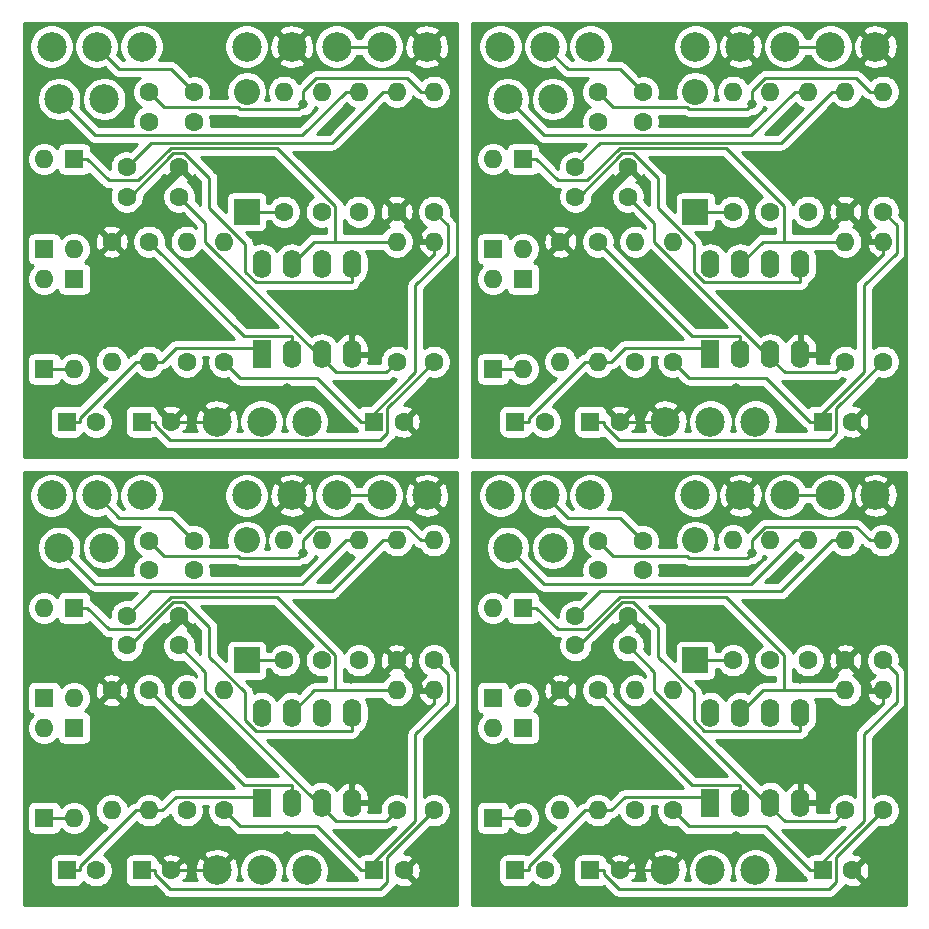
<source format=gtl>
G04 #@! TF.GenerationSoftware,KiCad,Pcbnew,(5.1.5-0-10_14)*
G04 #@! TF.CreationDate,2021-05-05T16:14:28+09:00*
G04 #@! TF.ProjectId,Eternity,45746572-6e69-4747-992e-6b696361645f,rev?*
G04 #@! TF.SameCoordinates,Original*
G04 #@! TF.FileFunction,Copper,L1,Top*
G04 #@! TF.FilePolarity,Positive*
%FSLAX46Y46*%
G04 Gerber Fmt 4.6, Leading zero omitted, Abs format (unit mm)*
G04 Created by KiCad (PCBNEW (5.1.5-0-10_14)) date 2021-05-05 16:14:28*
%MOMM*%
%LPD*%
G04 APERTURE LIST*
%ADD10C,2.500000*%
%ADD11O,1.600000X2.400000*%
%ADD12R,1.600000X2.400000*%
%ADD13C,1.600000*%
%ADD14O,1.600000X1.600000*%
%ADD15R,1.600000X1.600000*%
%ADD16O,2.200000X2.200000*%
%ADD17R,2.200000X2.200000*%
%ADD18C,0.800000*%
%ADD19C,0.250000*%
%ADD20C,0.254000*%
G04 APERTURE END LIST*
D10*
X167540000Y-125630000D03*
X129540000Y-125630000D03*
X167540000Y-87630000D03*
D11*
X168810000Y-144045000D03*
X176430000Y-151665000D03*
X171350000Y-144045000D03*
X173890000Y-151665000D03*
X173890000Y-144045000D03*
X171350000Y-151665000D03*
X176430000Y-144045000D03*
D12*
X168810000Y-151665000D03*
D11*
X130810000Y-144045000D03*
X138430000Y-151665000D03*
X133350000Y-144045000D03*
X135890000Y-151665000D03*
X135890000Y-144045000D03*
X133350000Y-151665000D03*
X138430000Y-144045000D03*
D12*
X130810000Y-151665000D03*
D11*
X168810000Y-106045000D03*
X176430000Y-113665000D03*
X171350000Y-106045000D03*
X173890000Y-113665000D03*
X173890000Y-106045000D03*
X171350000Y-113665000D03*
X176430000Y-106045000D03*
D12*
X168810000Y-113665000D03*
D13*
X170715000Y-139600000D03*
D14*
X170715000Y-129440000D03*
D13*
X132715000Y-139600000D03*
D14*
X132715000Y-129440000D03*
D13*
X170715000Y-101600000D03*
D14*
X170715000Y-91440000D03*
X156110000Y-152300000D03*
D13*
X156110000Y-142140000D03*
D14*
X118110000Y-152300000D03*
D13*
X118110000Y-142140000D03*
D14*
X156110000Y-114300000D03*
D13*
X156110000Y-104140000D03*
X159285000Y-142140000D03*
D14*
X159285000Y-152300000D03*
D13*
X121285000Y-142140000D03*
D14*
X121285000Y-152300000D03*
D13*
X159285000Y-104140000D03*
D14*
X159285000Y-114300000D03*
X180240000Y-142140000D03*
D13*
X180240000Y-152300000D03*
D14*
X142240000Y-142140000D03*
D13*
X142240000Y-152300000D03*
D14*
X180240000Y-104140000D03*
D13*
X180240000Y-114300000D03*
D14*
X173890000Y-129440000D03*
D13*
X173890000Y-139600000D03*
D14*
X135890000Y-129440000D03*
D13*
X135890000Y-139600000D03*
D14*
X173890000Y-91440000D03*
D13*
X173890000Y-101600000D03*
X177065000Y-139600000D03*
D14*
X177065000Y-129440000D03*
D13*
X139065000Y-139600000D03*
D14*
X139065000Y-129440000D03*
D13*
X177065000Y-101600000D03*
D14*
X177065000Y-91440000D03*
X162460000Y-142140000D03*
D13*
X162460000Y-152300000D03*
D14*
X124460000Y-142140000D03*
D13*
X124460000Y-152300000D03*
D14*
X162460000Y-104140000D03*
D13*
X162460000Y-114300000D03*
X180240000Y-139600000D03*
D14*
X180240000Y-129440000D03*
D13*
X142240000Y-139600000D03*
D14*
X142240000Y-129440000D03*
D13*
X180240000Y-101600000D03*
D14*
X180240000Y-91440000D03*
X183415000Y-142140000D03*
D13*
X183415000Y-152300000D03*
D14*
X145415000Y-142140000D03*
D13*
X145415000Y-152300000D03*
D14*
X183415000Y-104140000D03*
D13*
X183415000Y-114300000D03*
X183415000Y-139600000D03*
D14*
X183415000Y-129440000D03*
D13*
X145415000Y-139600000D03*
D14*
X145415000Y-129440000D03*
D13*
X183415000Y-101600000D03*
D14*
X183415000Y-91440000D03*
X165635000Y-142140000D03*
D13*
X165635000Y-152300000D03*
D14*
X127635000Y-142140000D03*
D13*
X127635000Y-152300000D03*
D14*
X165635000Y-104140000D03*
D13*
X165635000Y-114300000D03*
D10*
X171350000Y-125630000D03*
X133350000Y-125630000D03*
X171350000Y-87630000D03*
X165000000Y-157380000D03*
X127000000Y-157380000D03*
X165000000Y-119380000D03*
X168810000Y-157380000D03*
X130810000Y-157380000D03*
X168810000Y-119380000D03*
X182780000Y-125630000D03*
X144780000Y-125630000D03*
X182780000Y-87630000D03*
X178970000Y-125630000D03*
X140970000Y-125630000D03*
X178970000Y-87630000D03*
X175160000Y-125630000D03*
X137160000Y-125630000D03*
X175160000Y-87630000D03*
X158650000Y-125630000D03*
X120650000Y-125630000D03*
X158650000Y-87630000D03*
X154840000Y-125630000D03*
X116840000Y-125630000D03*
X154840000Y-87630000D03*
X151030000Y-125630000D03*
X113030000Y-125630000D03*
X151030000Y-87630000D03*
X155475000Y-130075000D03*
X117475000Y-130075000D03*
X155475000Y-92075000D03*
X151665000Y-130075000D03*
X113665000Y-130075000D03*
X151665000Y-92075000D03*
X172620000Y-157380000D03*
X134620000Y-157380000D03*
X172620000Y-119380000D03*
D14*
X152935000Y-142775000D03*
D15*
X152935000Y-135155000D03*
D14*
X114935000Y-142775000D03*
D15*
X114935000Y-135155000D03*
D14*
X152935000Y-104775000D03*
D15*
X152935000Y-97155000D03*
D14*
X150395000Y-135155000D03*
D15*
X150395000Y-142775000D03*
D14*
X112395000Y-135155000D03*
D15*
X112395000Y-142775000D03*
D14*
X150395000Y-97155000D03*
D15*
X150395000Y-104775000D03*
X152935000Y-145315000D03*
D14*
X152935000Y-152935000D03*
D15*
X114935000Y-145315000D03*
D14*
X114935000Y-152935000D03*
D15*
X152935000Y-107315000D03*
D14*
X152935000Y-114935000D03*
D15*
X150395000Y-152935000D03*
D14*
X150395000Y-145315000D03*
D15*
X112395000Y-152935000D03*
D14*
X112395000Y-145315000D03*
D15*
X150395000Y-114935000D03*
D14*
X150395000Y-107315000D03*
D16*
X167540000Y-129440000D03*
D17*
X167540000Y-139600000D03*
D16*
X129540000Y-129440000D03*
D17*
X129540000Y-139600000D03*
D16*
X167540000Y-91440000D03*
D17*
X167540000Y-101600000D03*
D13*
X163095000Y-129480000D03*
X163095000Y-131980000D03*
X125095000Y-129480000D03*
X125095000Y-131980000D03*
X163095000Y-91480000D03*
X163095000Y-93980000D03*
X154800000Y-157380000D03*
D15*
X152300000Y-157380000D03*
D13*
X116800000Y-157380000D03*
D15*
X114300000Y-157380000D03*
D13*
X154800000Y-119380000D03*
D15*
X152300000Y-119380000D03*
D13*
X161825000Y-138330000D03*
X161825000Y-135830000D03*
X123825000Y-138330000D03*
X123825000Y-135830000D03*
X161825000Y-100330000D03*
X161825000Y-97830000D03*
X157380000Y-135830000D03*
X157380000Y-138330000D03*
X119380000Y-135830000D03*
X119380000Y-138330000D03*
X157380000Y-97830000D03*
X157380000Y-100330000D03*
X159285000Y-131980000D03*
X159285000Y-129480000D03*
X121285000Y-131980000D03*
X121285000Y-129480000D03*
X159285000Y-93980000D03*
X159285000Y-91480000D03*
D15*
X158650000Y-157380000D03*
D13*
X161150000Y-157380000D03*
D15*
X120650000Y-157380000D03*
D13*
X123150000Y-157380000D03*
D15*
X158650000Y-119380000D03*
D13*
X161150000Y-119380000D03*
X180835000Y-157380000D03*
D15*
X178335000Y-157380000D03*
D13*
X142835000Y-157380000D03*
D15*
X140335000Y-157380000D03*
D13*
X180835000Y-119380000D03*
D15*
X178335000Y-119380000D03*
D10*
X129540000Y-87630000D03*
D15*
X140335000Y-119380000D03*
D13*
X142835000Y-119380000D03*
X123150000Y-119380000D03*
D15*
X120650000Y-119380000D03*
D13*
X121285000Y-91480000D03*
X121285000Y-93980000D03*
X119380000Y-100330000D03*
X119380000Y-97830000D03*
X123825000Y-97830000D03*
X123825000Y-100330000D03*
D15*
X114300000Y-119380000D03*
D13*
X116800000Y-119380000D03*
X125095000Y-93980000D03*
X125095000Y-91480000D03*
D17*
X129540000Y-101600000D03*
D16*
X129540000Y-91440000D03*
D14*
X112395000Y-107315000D03*
D15*
X112395000Y-114935000D03*
D14*
X114935000Y-114935000D03*
D15*
X114935000Y-107315000D03*
X112395000Y-104775000D03*
D14*
X112395000Y-97155000D03*
D15*
X114935000Y-97155000D03*
D14*
X114935000Y-104775000D03*
D10*
X134620000Y-119380000D03*
X113665000Y-92075000D03*
X117475000Y-92075000D03*
X113030000Y-87630000D03*
X116840000Y-87630000D03*
X120650000Y-87630000D03*
X137160000Y-87630000D03*
X140970000Y-87630000D03*
X144780000Y-87630000D03*
X130810000Y-119380000D03*
X127000000Y-119380000D03*
X133350000Y-87630000D03*
D13*
X127635000Y-114300000D03*
D14*
X127635000Y-104140000D03*
X145415000Y-91440000D03*
D13*
X145415000Y-101600000D03*
X145415000Y-114300000D03*
D14*
X145415000Y-104140000D03*
X142240000Y-91440000D03*
D13*
X142240000Y-101600000D03*
X124460000Y-114300000D03*
D14*
X124460000Y-104140000D03*
X139065000Y-91440000D03*
D13*
X139065000Y-101600000D03*
X135890000Y-101600000D03*
D14*
X135890000Y-91440000D03*
D13*
X142240000Y-114300000D03*
D14*
X142240000Y-104140000D03*
X121285000Y-114300000D03*
D13*
X121285000Y-104140000D03*
X118110000Y-104140000D03*
D14*
X118110000Y-114300000D03*
X132715000Y-91440000D03*
D13*
X132715000Y-101600000D03*
D12*
X130810000Y-113665000D03*
D11*
X138430000Y-106045000D03*
X133350000Y-113665000D03*
X135890000Y-106045000D03*
X135890000Y-113665000D03*
X133350000Y-106045000D03*
X138430000Y-113665000D03*
X130810000Y-106045000D03*
D18*
X139617000Y-116617000D03*
X141500000Y-110500000D03*
X145000000Y-110000000D03*
X145500000Y-117500000D03*
X145500000Y-121500000D03*
X121000000Y-122000000D03*
X112000000Y-121500000D03*
X112000000Y-117500000D03*
X119000000Y-117000000D03*
X124500000Y-117000000D03*
X129000000Y-117500000D03*
X125000000Y-110000000D03*
X121500000Y-112000000D03*
X127500000Y-107500000D03*
X136500000Y-109500000D03*
X133500000Y-109500000D03*
X129000000Y-98000000D03*
X128500000Y-94000000D03*
X138000000Y-98500000D03*
X124500000Y-87500000D03*
X138000000Y-93000000D03*
X135000000Y-117000000D03*
X133000000Y-116500000D03*
X135000000Y-97000000D03*
X135000000Y-103200000D03*
X138400000Y-103200000D03*
X177617000Y-116617000D03*
X139617000Y-154617000D03*
X177617000Y-154617000D03*
X179500000Y-110500000D03*
X141500000Y-148500000D03*
X179500000Y-148500000D03*
X183000000Y-110000000D03*
X145000000Y-148000000D03*
X183000000Y-148000000D03*
X183500000Y-117500000D03*
X145500000Y-155500000D03*
X183500000Y-155500000D03*
X183500000Y-121500000D03*
X145500000Y-159500000D03*
X183500000Y-159500000D03*
X159000000Y-122000000D03*
X121000000Y-160000000D03*
X159000000Y-160000000D03*
X150000000Y-121500000D03*
X112000000Y-159500000D03*
X150000000Y-159500000D03*
X150000000Y-117500000D03*
X112000000Y-155500000D03*
X150000000Y-155500000D03*
X157000000Y-117000000D03*
X119000000Y-155000000D03*
X157000000Y-155000000D03*
X162500000Y-117000000D03*
X124500000Y-155000000D03*
X162500000Y-155000000D03*
X167000000Y-117500000D03*
X129000000Y-155500000D03*
X167000000Y-155500000D03*
X163000000Y-110000000D03*
X125000000Y-148000000D03*
X163000000Y-148000000D03*
X159500000Y-112000000D03*
X121500000Y-150000000D03*
X159500000Y-150000000D03*
X165500000Y-107500000D03*
X127500000Y-145500000D03*
X165500000Y-145500000D03*
X174500000Y-109500000D03*
X136500000Y-147500000D03*
X174500000Y-147500000D03*
X171500000Y-109500000D03*
X133500000Y-147500000D03*
X171500000Y-147500000D03*
X167000000Y-98000000D03*
X129000000Y-136000000D03*
X167000000Y-136000000D03*
X166500000Y-94000000D03*
X128500000Y-132000000D03*
X166500000Y-132000000D03*
X176000000Y-98500000D03*
X138000000Y-136500000D03*
X176000000Y-136500000D03*
X162500000Y-87500000D03*
X124500000Y-125500000D03*
X162500000Y-125500000D03*
X176000000Y-93000000D03*
X138000000Y-131000000D03*
X176000000Y-131000000D03*
X173000000Y-117000000D03*
X135000000Y-155000000D03*
X173000000Y-155000000D03*
X171000000Y-116500000D03*
X133000000Y-154500000D03*
X171000000Y-154500000D03*
X173000000Y-97000000D03*
X135000000Y-135000000D03*
X173000000Y-135000000D03*
X173000000Y-103200000D03*
X135000000Y-141200000D03*
X173000000Y-141200000D03*
X176400000Y-103200000D03*
X138400000Y-141200000D03*
X176400000Y-141200000D03*
X134302500Y-92497900D03*
X172302500Y-92497900D03*
X134302500Y-130497900D03*
X172302500Y-130497900D03*
D19*
X139613400Y-119380000D02*
X143827600Y-115165800D01*
X143827600Y-115165800D02*
X143827600Y-107829400D01*
X143827600Y-107829400D02*
X146564400Y-105092600D01*
X146564400Y-105092600D02*
X146564400Y-102749400D01*
X146564400Y-102749400D02*
X145415000Y-101600000D01*
X139613400Y-119380000D02*
X140335000Y-119380000D01*
X127635000Y-114300000D02*
X128990000Y-115655000D01*
X128990000Y-115655000D02*
X135485000Y-115655000D01*
X135485000Y-115655000D02*
X139210000Y-119380000D01*
X139210000Y-119380000D02*
X139613400Y-119380000D01*
X181827600Y-107829400D02*
X184564400Y-105092600D01*
X143827600Y-145829400D02*
X146564400Y-143092600D01*
X181827600Y-145829400D02*
X184564400Y-143092600D01*
X181827600Y-115165800D02*
X181827600Y-107829400D01*
X143827600Y-153165800D02*
X143827600Y-145829400D01*
X181827600Y-153165800D02*
X181827600Y-145829400D01*
X177613400Y-119380000D02*
X181827600Y-115165800D01*
X139613400Y-157380000D02*
X143827600Y-153165800D01*
X177613400Y-157380000D02*
X181827600Y-153165800D01*
X184564400Y-105092600D02*
X184564400Y-102749400D01*
X146564400Y-143092600D02*
X146564400Y-140749400D01*
X184564400Y-143092600D02*
X184564400Y-140749400D01*
X184564400Y-102749400D02*
X183415000Y-101600000D01*
X146564400Y-140749400D02*
X145415000Y-139600000D01*
X184564400Y-140749400D02*
X183415000Y-139600000D01*
X177613400Y-119380000D02*
X178335000Y-119380000D01*
X139613400Y-157380000D02*
X140335000Y-157380000D01*
X177613400Y-157380000D02*
X178335000Y-157380000D01*
X165635000Y-114300000D02*
X166990000Y-115655000D01*
X127635000Y-152300000D02*
X128990000Y-153655000D01*
X165635000Y-152300000D02*
X166990000Y-153655000D01*
X166990000Y-115655000D02*
X173485000Y-115655000D01*
X128990000Y-153655000D02*
X135485000Y-153655000D01*
X166990000Y-153655000D02*
X173485000Y-153655000D01*
X173485000Y-115655000D02*
X177210000Y-119380000D01*
X135485000Y-153655000D02*
X139210000Y-157380000D01*
X173485000Y-153655000D02*
X177210000Y-157380000D01*
X177210000Y-119380000D02*
X177613400Y-119380000D01*
X139210000Y-157380000D02*
X139613400Y-157380000D01*
X177210000Y-157380000D02*
X177613400Y-157380000D01*
X118110000Y-104140000D02*
X123825000Y-98425000D01*
X123825000Y-98425000D02*
X123825000Y-97830000D01*
X123150000Y-119380000D02*
X127000000Y-119380000D01*
X138430000Y-113665000D02*
X138430000Y-112140000D01*
X138430000Y-112140000D02*
X145304000Y-105265000D01*
X145304000Y-105265000D02*
X145415000Y-105265000D01*
X145415000Y-105265000D02*
X145415000Y-104140000D01*
X142240000Y-101600000D02*
X144290000Y-103650000D01*
X144290000Y-103650000D02*
X144290000Y-104140000D01*
X144290000Y-104140000D02*
X145415000Y-104140000D01*
X156110000Y-104140000D02*
X161825000Y-98425000D01*
X118110000Y-142140000D02*
X123825000Y-136425000D01*
X156110000Y-142140000D02*
X161825000Y-136425000D01*
X161825000Y-98425000D02*
X161825000Y-97830000D01*
X123825000Y-136425000D02*
X123825000Y-135830000D01*
X161825000Y-136425000D02*
X161825000Y-135830000D01*
X161150000Y-119380000D02*
X165000000Y-119380000D01*
X123150000Y-157380000D02*
X127000000Y-157380000D01*
X161150000Y-157380000D02*
X165000000Y-157380000D01*
X176430000Y-113665000D02*
X176430000Y-112140000D01*
X138430000Y-151665000D02*
X138430000Y-150140000D01*
X176430000Y-151665000D02*
X176430000Y-150140000D01*
X176430000Y-112140000D02*
X183304000Y-105265000D01*
X138430000Y-150140000D02*
X145304000Y-143265000D01*
X176430000Y-150140000D02*
X183304000Y-143265000D01*
X183304000Y-105265000D02*
X183415000Y-105265000D01*
X145304000Y-143265000D02*
X145415000Y-143265000D01*
X183304000Y-143265000D02*
X183415000Y-143265000D01*
X183415000Y-105265000D02*
X183415000Y-104140000D01*
X145415000Y-143265000D02*
X145415000Y-142140000D01*
X183415000Y-143265000D02*
X183415000Y-142140000D01*
X180240000Y-101600000D02*
X182290000Y-103650000D01*
X142240000Y-139600000D02*
X144290000Y-141650000D01*
X180240000Y-139600000D02*
X182290000Y-141650000D01*
X182290000Y-103650000D02*
X182290000Y-104140000D01*
X144290000Y-141650000D02*
X144290000Y-142140000D01*
X182290000Y-141650000D02*
X182290000Y-142140000D01*
X182290000Y-104140000D02*
X183415000Y-104140000D01*
X144290000Y-142140000D02*
X145415000Y-142140000D01*
X182290000Y-142140000D02*
X183415000Y-142140000D01*
X142240000Y-91440000D02*
X141115000Y-91440000D01*
X141115000Y-91440000D02*
X136801000Y-95753400D01*
X136801000Y-95753400D02*
X121457000Y-95753400D01*
X121457000Y-95753400D02*
X119380000Y-97830000D01*
X180240000Y-91440000D02*
X179115000Y-91440000D01*
X142240000Y-129440000D02*
X141115000Y-129440000D01*
X180240000Y-129440000D02*
X179115000Y-129440000D01*
X179115000Y-91440000D02*
X174801000Y-95753400D01*
X141115000Y-129440000D02*
X136801000Y-133753400D01*
X179115000Y-129440000D02*
X174801000Y-133753400D01*
X174801000Y-95753400D02*
X159457000Y-95753400D01*
X136801000Y-133753400D02*
X121457000Y-133753400D01*
X174801000Y-133753400D02*
X159457000Y-133753400D01*
X159457000Y-95753400D02*
X157380000Y-97830000D01*
X121457000Y-133753400D02*
X119380000Y-135830000D01*
X159457000Y-133753400D02*
X157380000Y-135830000D01*
X138430000Y-106045000D02*
X138430000Y-107570000D01*
X138430000Y-107570000D02*
X130304000Y-107570000D01*
X130304000Y-107570000D02*
X129414000Y-106681000D01*
X129414000Y-106681000D02*
X129414000Y-104314000D01*
X129414000Y-104314000D02*
X126391000Y-101291000D01*
X126391000Y-101291000D02*
X126391000Y-98784600D01*
X126391000Y-98784600D02*
X124260000Y-96654100D01*
X124260000Y-96654100D02*
X123327000Y-96654100D01*
X123327000Y-96654100D02*
X119651000Y-100330000D01*
X119651000Y-100330000D02*
X119380000Y-100330000D01*
X176430000Y-106045000D02*
X176430000Y-107570000D01*
X138430000Y-144045000D02*
X138430000Y-145570000D01*
X176430000Y-144045000D02*
X176430000Y-145570000D01*
X176430000Y-107570000D02*
X168304000Y-107570000D01*
X138430000Y-145570000D02*
X130304000Y-145570000D01*
X176430000Y-145570000D02*
X168304000Y-145570000D01*
X168304000Y-107570000D02*
X167414000Y-106681000D01*
X130304000Y-145570000D02*
X129414000Y-144681000D01*
X168304000Y-145570000D02*
X167414000Y-144681000D01*
X167414000Y-106681000D02*
X167414000Y-104314000D01*
X129414000Y-144681000D02*
X129414000Y-142314000D01*
X167414000Y-144681000D02*
X167414000Y-142314000D01*
X167414000Y-104314000D02*
X164391000Y-101291000D01*
X129414000Y-142314000D02*
X126391000Y-139291000D01*
X167414000Y-142314000D02*
X164391000Y-139291000D01*
X164391000Y-101291000D02*
X164391000Y-98784600D01*
X126391000Y-139291000D02*
X126391000Y-136784600D01*
X164391000Y-139291000D02*
X164391000Y-136784600D01*
X164391000Y-98784600D02*
X162260000Y-96654100D01*
X126391000Y-136784600D02*
X124260000Y-134654100D01*
X164391000Y-136784600D02*
X162260000Y-134654100D01*
X162260000Y-96654100D02*
X161327000Y-96654100D01*
X124260000Y-134654100D02*
X123327000Y-134654100D01*
X162260000Y-134654100D02*
X161327000Y-134654100D01*
X161327000Y-96654100D02*
X157651000Y-100330000D01*
X123327000Y-134654100D02*
X119651000Y-138330000D01*
X161327000Y-134654100D02*
X157651000Y-138330000D01*
X157651000Y-100330000D02*
X157380000Y-100330000D01*
X119651000Y-138330000D02*
X119380000Y-138330000D01*
X157651000Y-138330000D02*
X157380000Y-138330000D01*
X135890000Y-113665000D02*
X135890000Y-114013000D01*
X123825000Y-100330000D02*
X126048000Y-102552000D01*
X126048000Y-102552000D02*
X126048000Y-104171000D01*
X126048000Y-104171000D02*
X135890000Y-114013000D01*
X142240000Y-114300000D02*
X141335000Y-115205000D01*
X141335000Y-115205000D02*
X137082000Y-115205000D01*
X137082000Y-115205000D02*
X135890000Y-114013000D01*
X173890000Y-113665000D02*
X173890000Y-114013000D01*
X135890000Y-151665000D02*
X135890000Y-152013000D01*
X173890000Y-151665000D02*
X173890000Y-152013000D01*
X161825000Y-100330000D02*
X164048000Y-102552000D01*
X123825000Y-138330000D02*
X126048000Y-140552000D01*
X161825000Y-138330000D02*
X164048000Y-140552000D01*
X164048000Y-102552000D02*
X164048000Y-104171000D01*
X126048000Y-140552000D02*
X126048000Y-142171000D01*
X164048000Y-140552000D02*
X164048000Y-142171000D01*
X164048000Y-104171000D02*
X173890000Y-114013000D01*
X126048000Y-142171000D02*
X135890000Y-152013000D01*
X164048000Y-142171000D02*
X173890000Y-152013000D01*
X180240000Y-114300000D02*
X179335000Y-115205000D01*
X142240000Y-152300000D02*
X141335000Y-153205000D01*
X180240000Y-152300000D02*
X179335000Y-153205000D01*
X179335000Y-115205000D02*
X175082000Y-115205000D01*
X141335000Y-153205000D02*
X137082000Y-153205000D01*
X179335000Y-153205000D02*
X175082000Y-153205000D01*
X175082000Y-115205000D02*
X173890000Y-114013000D01*
X137082000Y-153205000D02*
X135890000Y-152013000D01*
X175082000Y-153205000D02*
X173890000Y-152013000D01*
X114300000Y-119380000D02*
X115425000Y-119380000D01*
X115425000Y-119380000D02*
X115425000Y-119034000D01*
X115425000Y-119034000D02*
X120160000Y-114300000D01*
X120160000Y-114300000D02*
X121285000Y-114300000D01*
X130810000Y-113665000D02*
X130320000Y-113175000D01*
X130320000Y-113175000D02*
X123536000Y-113175000D01*
X123536000Y-113175000D02*
X122410000Y-114300000D01*
X122410000Y-114300000D02*
X121285000Y-114300000D01*
X152300000Y-119380000D02*
X153425000Y-119380000D01*
X114300000Y-157380000D02*
X115425000Y-157380000D01*
X152300000Y-157380000D02*
X153425000Y-157380000D01*
X153425000Y-119380000D02*
X153425000Y-119034000D01*
X115425000Y-157380000D02*
X115425000Y-157034000D01*
X153425000Y-157380000D02*
X153425000Y-157034000D01*
X153425000Y-119034000D02*
X158160000Y-114300000D01*
X115425000Y-157034000D02*
X120160000Y-152300000D01*
X153425000Y-157034000D02*
X158160000Y-152300000D01*
X158160000Y-114300000D02*
X159285000Y-114300000D01*
X120160000Y-152300000D02*
X121285000Y-152300000D01*
X158160000Y-152300000D02*
X159285000Y-152300000D01*
X168810000Y-113665000D02*
X168320000Y-113175000D01*
X130810000Y-151665000D02*
X130320000Y-151175000D01*
X168810000Y-151665000D02*
X168320000Y-151175000D01*
X168320000Y-113175000D02*
X161536000Y-113175000D01*
X130320000Y-151175000D02*
X123536000Y-151175000D01*
X168320000Y-151175000D02*
X161536000Y-151175000D01*
X161536000Y-113175000D02*
X160410000Y-114300000D01*
X123536000Y-151175000D02*
X122410000Y-152300000D01*
X161536000Y-151175000D02*
X160410000Y-152300000D01*
X160410000Y-114300000D02*
X159285000Y-114300000D01*
X122410000Y-152300000D02*
X121285000Y-152300000D01*
X160410000Y-152300000D02*
X159285000Y-152300000D01*
X140970000Y-87630000D02*
X137160000Y-87630000D01*
X178970000Y-87630000D02*
X175160000Y-87630000D01*
X140970000Y-125630000D02*
X137160000Y-125630000D01*
X178970000Y-125630000D02*
X175160000Y-125630000D01*
X125095000Y-91480000D02*
X123146000Y-89531300D01*
X123146000Y-89531300D02*
X118741000Y-89531300D01*
X118741000Y-89531300D02*
X116840000Y-87630000D01*
X163095000Y-91480000D02*
X161146000Y-89531300D01*
X125095000Y-129480000D02*
X123146000Y-127531300D01*
X163095000Y-129480000D02*
X161146000Y-127531300D01*
X161146000Y-89531300D02*
X156741000Y-89531300D01*
X123146000Y-127531300D02*
X118741000Y-127531300D01*
X161146000Y-127531300D02*
X156741000Y-127531300D01*
X156741000Y-89531300D02*
X154840000Y-87630000D01*
X118741000Y-127531300D02*
X116840000Y-125630000D01*
X156741000Y-127531300D02*
X154840000Y-125630000D01*
X132715000Y-101600000D02*
X129540000Y-101600000D01*
X170715000Y-101600000D02*
X167540000Y-101600000D01*
X132715000Y-139600000D02*
X129540000Y-139600000D01*
X170715000Y-139600000D02*
X167540000Y-139600000D01*
X114935000Y-114935000D02*
X112395000Y-114935000D01*
X152935000Y-114935000D02*
X150395000Y-114935000D01*
X114935000Y-152935000D02*
X112395000Y-152935000D01*
X152935000Y-152935000D02*
X150395000Y-152935000D01*
X114935000Y-97155000D02*
X116060000Y-97155000D01*
X116060000Y-97155000D02*
X117865000Y-98959700D01*
X117865000Y-98959700D02*
X120384000Y-98959700D01*
X120384000Y-98959700D02*
X123140000Y-96203700D01*
X123140000Y-96203700D02*
X132110000Y-96203700D01*
X132110000Y-96203700D02*
X137043000Y-101136000D01*
X137043000Y-101136000D02*
X137043000Y-104140000D01*
X133350000Y-106045000D02*
X135255000Y-104140000D01*
X135255000Y-104140000D02*
X137043000Y-104140000D01*
X137043000Y-104140000D02*
X142240000Y-104140000D01*
X152935000Y-97155000D02*
X154060000Y-97155000D01*
X114935000Y-135155000D02*
X116060000Y-135155000D01*
X152935000Y-135155000D02*
X154060000Y-135155000D01*
X154060000Y-97155000D02*
X155865000Y-98959700D01*
X116060000Y-135155000D02*
X117865000Y-136959700D01*
X154060000Y-135155000D02*
X155865000Y-136959700D01*
X155865000Y-98959700D02*
X158384000Y-98959700D01*
X117865000Y-136959700D02*
X120384000Y-136959700D01*
X155865000Y-136959700D02*
X158384000Y-136959700D01*
X158384000Y-98959700D02*
X161140000Y-96203700D01*
X120384000Y-136959700D02*
X123140000Y-134203700D01*
X158384000Y-136959700D02*
X161140000Y-134203700D01*
X161140000Y-96203700D02*
X170110000Y-96203700D01*
X123140000Y-134203700D02*
X132110000Y-134203700D01*
X161140000Y-134203700D02*
X170110000Y-134203700D01*
X170110000Y-96203700D02*
X175043000Y-101136000D01*
X132110000Y-134203700D02*
X137043000Y-139136000D01*
X170110000Y-134203700D02*
X175043000Y-139136000D01*
X175043000Y-101136000D02*
X175043000Y-104140000D01*
X137043000Y-139136000D02*
X137043000Y-142140000D01*
X175043000Y-139136000D02*
X175043000Y-142140000D01*
X171350000Y-106045000D02*
X173255000Y-104140000D01*
X133350000Y-144045000D02*
X135255000Y-142140000D01*
X171350000Y-144045000D02*
X173255000Y-142140000D01*
X173255000Y-104140000D02*
X175043000Y-104140000D01*
X135255000Y-142140000D02*
X137043000Y-142140000D01*
X173255000Y-142140000D02*
X175043000Y-142140000D01*
X175043000Y-104140000D02*
X180240000Y-104140000D01*
X137043000Y-142140000D02*
X142240000Y-142140000D01*
X175043000Y-142140000D02*
X180240000Y-142140000D01*
X139065000Y-91440000D02*
X137940000Y-91440000D01*
X137940000Y-91440000D02*
X134255000Y-95124900D01*
X134255000Y-95124900D02*
X116715000Y-95124900D01*
X116715000Y-95124900D02*
X113665000Y-92075000D01*
X177065000Y-91440000D02*
X175940000Y-91440000D01*
X139065000Y-129440000D02*
X137940000Y-129440000D01*
X177065000Y-129440000D02*
X175940000Y-129440000D01*
X175940000Y-91440000D02*
X172255000Y-95124900D01*
X137940000Y-129440000D02*
X134255000Y-133124900D01*
X175940000Y-129440000D02*
X172255000Y-133124900D01*
X172255000Y-95124900D02*
X154715000Y-95124900D01*
X134255000Y-133124900D02*
X116715000Y-133124900D01*
X172255000Y-133124900D02*
X154715000Y-133124900D01*
X154715000Y-95124900D02*
X151665000Y-92075000D01*
X116715000Y-133124900D02*
X113665000Y-130075000D01*
X154715000Y-133124900D02*
X151665000Y-130075000D01*
X133350000Y-113665000D02*
X133350000Y-112140000D01*
X133350000Y-112140000D02*
X129285000Y-112140000D01*
X129285000Y-112140000D02*
X121285000Y-104140000D01*
X171350000Y-113665000D02*
X171350000Y-112140000D01*
X133350000Y-151665000D02*
X133350000Y-150140000D01*
X171350000Y-151665000D02*
X171350000Y-150140000D01*
X171350000Y-112140000D02*
X167285000Y-112140000D01*
X133350000Y-150140000D02*
X129285000Y-150140000D01*
X171350000Y-150140000D02*
X167285000Y-150140000D01*
X167285000Y-112140000D02*
X159285000Y-104140000D01*
X129285000Y-150140000D02*
X121285000Y-142140000D01*
X167285000Y-150140000D02*
X159285000Y-142140000D01*
X144289700Y-91440000D02*
X143150200Y-90300500D01*
X143150200Y-90300500D02*
X135420700Y-90300500D01*
X135420700Y-90300500D02*
X134302500Y-91418700D01*
X134302500Y-91418700D02*
X134302500Y-92497900D01*
X134302500Y-92497900D02*
X133893800Y-92906600D01*
X133893800Y-92906600D02*
X128990800Y-92906600D01*
X128990800Y-92906600D02*
X128814200Y-92730000D01*
X128814200Y-92730000D02*
X122535000Y-92730000D01*
X122535000Y-92730000D02*
X121285000Y-91480000D01*
X145415000Y-91440000D02*
X144289700Y-91440000D01*
X120650000Y-119380000D02*
X121775300Y-119380000D01*
X145415000Y-114300000D02*
X141460400Y-118254600D01*
X141460400Y-118254600D02*
X141460400Y-120364600D01*
X141460400Y-120364600D02*
X140862500Y-120962500D01*
X140862500Y-120962500D02*
X123076500Y-120962500D01*
X123076500Y-120962500D02*
X121775300Y-119661300D01*
X121775300Y-119661300D02*
X121775300Y-119380000D01*
X182289700Y-91440000D02*
X181150200Y-90300500D01*
X144289700Y-129440000D02*
X143150200Y-128300500D01*
X182289700Y-129440000D02*
X181150200Y-128300500D01*
X181150200Y-90300500D02*
X173420700Y-90300500D01*
X143150200Y-128300500D02*
X135420700Y-128300500D01*
X181150200Y-128300500D02*
X173420700Y-128300500D01*
X173420700Y-90300500D02*
X172302500Y-91418700D01*
X135420700Y-128300500D02*
X134302500Y-129418700D01*
X173420700Y-128300500D02*
X172302500Y-129418700D01*
X172302500Y-91418700D02*
X172302500Y-92497900D01*
X134302500Y-129418700D02*
X134302500Y-130497900D01*
X172302500Y-129418700D02*
X172302500Y-130497900D01*
X172302500Y-92497900D02*
X171893800Y-92906600D01*
X134302500Y-130497900D02*
X133893800Y-130906600D01*
X172302500Y-130497900D02*
X171893800Y-130906600D01*
X171893800Y-92906600D02*
X166990800Y-92906600D01*
X133893800Y-130906600D02*
X128990800Y-130906600D01*
X171893800Y-130906600D02*
X166990800Y-130906600D01*
X166990800Y-92906600D02*
X166814200Y-92730000D01*
X128990800Y-130906600D02*
X128814200Y-130730000D01*
X166990800Y-130906600D02*
X166814200Y-130730000D01*
X166814200Y-92730000D02*
X160535000Y-92730000D01*
X128814200Y-130730000D02*
X122535000Y-130730000D01*
X166814200Y-130730000D02*
X160535000Y-130730000D01*
X160535000Y-92730000D02*
X159285000Y-91480000D01*
X122535000Y-130730000D02*
X121285000Y-129480000D01*
X160535000Y-130730000D02*
X159285000Y-129480000D01*
X183415000Y-91440000D02*
X182289700Y-91440000D01*
X145415000Y-129440000D02*
X144289700Y-129440000D01*
X183415000Y-129440000D02*
X182289700Y-129440000D01*
X158650000Y-119380000D02*
X159775300Y-119380000D01*
X120650000Y-157380000D02*
X121775300Y-157380000D01*
X158650000Y-157380000D02*
X159775300Y-157380000D01*
X183415000Y-114300000D02*
X179460400Y-118254600D01*
X145415000Y-152300000D02*
X141460400Y-156254600D01*
X183415000Y-152300000D02*
X179460400Y-156254600D01*
X179460400Y-118254600D02*
X179460400Y-120364600D01*
X141460400Y-156254600D02*
X141460400Y-158364600D01*
X179460400Y-156254600D02*
X179460400Y-158364600D01*
X179460400Y-120364600D02*
X178862500Y-120962500D01*
X141460400Y-158364600D02*
X140862500Y-158962500D01*
X179460400Y-158364600D02*
X178862500Y-158962500D01*
X178862500Y-120962500D02*
X161076500Y-120962500D01*
X140862500Y-158962500D02*
X123076500Y-158962500D01*
X178862500Y-158962500D02*
X161076500Y-158962500D01*
X161076500Y-120962500D02*
X159775300Y-119661300D01*
X123076500Y-158962500D02*
X121775300Y-157661300D01*
X161076500Y-158962500D02*
X159775300Y-157661300D01*
X159775300Y-119661300D02*
X159775300Y-119380000D01*
X121775300Y-157661300D02*
X121775300Y-157380000D01*
X159775300Y-157661300D02*
X159775300Y-157380000D01*
D20*
G36*
X147340000Y-122340000D02*
G01*
X110660000Y-122340000D01*
X110660000Y-114135000D01*
X110956928Y-114135000D01*
X110956928Y-115735000D01*
X110969188Y-115859482D01*
X111005498Y-115979180D01*
X111064463Y-116089494D01*
X111143815Y-116186185D01*
X111240506Y-116265537D01*
X111350820Y-116324502D01*
X111470518Y-116360812D01*
X111595000Y-116373072D01*
X113195000Y-116373072D01*
X113319482Y-116360812D01*
X113439180Y-116324502D01*
X113549494Y-116265537D01*
X113646185Y-116186185D01*
X113725537Y-116089494D01*
X113784502Y-115979180D01*
X113820812Y-115859482D01*
X113821643Y-115851039D01*
X114020241Y-116049637D01*
X114255273Y-116206680D01*
X114516426Y-116314853D01*
X114793665Y-116370000D01*
X115076335Y-116370000D01*
X115353574Y-116314853D01*
X115614727Y-116206680D01*
X115849759Y-116049637D01*
X116049637Y-115849759D01*
X116206680Y-115614727D01*
X116314853Y-115353574D01*
X116370000Y-115076335D01*
X116370000Y-114793665D01*
X116314853Y-114516426D01*
X116206680Y-114255273D01*
X116049637Y-114020241D01*
X115849759Y-113820363D01*
X115614727Y-113663320D01*
X115353574Y-113555147D01*
X115076335Y-113500000D01*
X114793665Y-113500000D01*
X114516426Y-113555147D01*
X114255273Y-113663320D01*
X114020241Y-113820363D01*
X113821643Y-114018961D01*
X113820812Y-114010518D01*
X113784502Y-113890820D01*
X113725537Y-113780506D01*
X113646185Y-113683815D01*
X113549494Y-113604463D01*
X113439180Y-113545498D01*
X113319482Y-113509188D01*
X113195000Y-113496928D01*
X111595000Y-113496928D01*
X111470518Y-113509188D01*
X111350820Y-113545498D01*
X111240506Y-113604463D01*
X111143815Y-113683815D01*
X111064463Y-113780506D01*
X111005498Y-113890820D01*
X110969188Y-114010518D01*
X110956928Y-114135000D01*
X110660000Y-114135000D01*
X110660000Y-103975000D01*
X110956928Y-103975000D01*
X110956928Y-105575000D01*
X110969188Y-105699482D01*
X111005498Y-105819180D01*
X111064463Y-105929494D01*
X111143815Y-106026185D01*
X111240506Y-106105537D01*
X111350820Y-106164502D01*
X111470518Y-106200812D01*
X111478961Y-106201643D01*
X111280363Y-106400241D01*
X111123320Y-106635273D01*
X111015147Y-106896426D01*
X110960000Y-107173665D01*
X110960000Y-107456335D01*
X111015147Y-107733574D01*
X111123320Y-107994727D01*
X111280363Y-108229759D01*
X111480241Y-108429637D01*
X111715273Y-108586680D01*
X111976426Y-108694853D01*
X112253665Y-108750000D01*
X112536335Y-108750000D01*
X112813574Y-108694853D01*
X113074727Y-108586680D01*
X113309759Y-108429637D01*
X113508357Y-108231039D01*
X113509188Y-108239482D01*
X113545498Y-108359180D01*
X113604463Y-108469494D01*
X113683815Y-108566185D01*
X113780506Y-108645537D01*
X113890820Y-108704502D01*
X114010518Y-108740812D01*
X114135000Y-108753072D01*
X115735000Y-108753072D01*
X115859482Y-108740812D01*
X115979180Y-108704502D01*
X116089494Y-108645537D01*
X116186185Y-108566185D01*
X116265537Y-108469494D01*
X116324502Y-108359180D01*
X116360812Y-108239482D01*
X116373072Y-108115000D01*
X116373072Y-106515000D01*
X116360812Y-106390518D01*
X116324502Y-106270820D01*
X116265537Y-106160506D01*
X116186185Y-106063815D01*
X116089494Y-105984463D01*
X115979180Y-105925498D01*
X115859482Y-105889188D01*
X115851039Y-105888357D01*
X116049637Y-105689759D01*
X116206680Y-105454727D01*
X116314853Y-105193574D01*
X116326961Y-105132702D01*
X117296903Y-105132702D01*
X117368486Y-105376671D01*
X117623996Y-105497571D01*
X117898184Y-105566300D01*
X118180512Y-105580217D01*
X118460130Y-105538787D01*
X118726292Y-105443603D01*
X118851514Y-105376671D01*
X118923097Y-105132702D01*
X118110000Y-104319605D01*
X117296903Y-105132702D01*
X116326961Y-105132702D01*
X116370000Y-104916335D01*
X116370000Y-104633665D01*
X116314853Y-104356426D01*
X116254414Y-104210512D01*
X116669783Y-104210512D01*
X116711213Y-104490130D01*
X116806397Y-104756292D01*
X116873329Y-104881514D01*
X117117298Y-104953097D01*
X117930395Y-104140000D01*
X118289605Y-104140000D01*
X119102702Y-104953097D01*
X119346671Y-104881514D01*
X119467571Y-104626004D01*
X119536300Y-104351816D01*
X119550217Y-104069488D01*
X119508787Y-103789870D01*
X119413603Y-103523708D01*
X119346671Y-103398486D01*
X119102702Y-103326903D01*
X118289605Y-104140000D01*
X117930395Y-104140000D01*
X117117298Y-103326903D01*
X116873329Y-103398486D01*
X116752429Y-103653996D01*
X116683700Y-103928184D01*
X116669783Y-104210512D01*
X116254414Y-104210512D01*
X116206680Y-104095273D01*
X116049637Y-103860241D01*
X115849759Y-103660363D01*
X115614727Y-103503320D01*
X115353574Y-103395147D01*
X115076335Y-103340000D01*
X114793665Y-103340000D01*
X114516426Y-103395147D01*
X114255273Y-103503320D01*
X114020241Y-103660363D01*
X113821643Y-103858961D01*
X113820812Y-103850518D01*
X113784502Y-103730820D01*
X113725537Y-103620506D01*
X113646185Y-103523815D01*
X113549494Y-103444463D01*
X113439180Y-103385498D01*
X113319482Y-103349188D01*
X113195000Y-103336928D01*
X111595000Y-103336928D01*
X111470518Y-103349188D01*
X111350820Y-103385498D01*
X111240506Y-103444463D01*
X111143815Y-103523815D01*
X111064463Y-103620506D01*
X111005498Y-103730820D01*
X110969188Y-103850518D01*
X110956928Y-103975000D01*
X110660000Y-103975000D01*
X110660000Y-103147298D01*
X117296903Y-103147298D01*
X118110000Y-103960395D01*
X118923097Y-103147298D01*
X118851514Y-102903329D01*
X118596004Y-102782429D01*
X118321816Y-102713700D01*
X118039488Y-102699783D01*
X117759870Y-102741213D01*
X117493708Y-102836397D01*
X117368486Y-102903329D01*
X117296903Y-103147298D01*
X110660000Y-103147298D01*
X110660000Y-97013665D01*
X110960000Y-97013665D01*
X110960000Y-97296335D01*
X111015147Y-97573574D01*
X111123320Y-97834727D01*
X111280363Y-98069759D01*
X111480241Y-98269637D01*
X111715273Y-98426680D01*
X111976426Y-98534853D01*
X112253665Y-98590000D01*
X112536335Y-98590000D01*
X112813574Y-98534853D01*
X113074727Y-98426680D01*
X113309759Y-98269637D01*
X113508357Y-98071039D01*
X113509188Y-98079482D01*
X113545498Y-98199180D01*
X113604463Y-98309494D01*
X113683815Y-98406185D01*
X113780506Y-98485537D01*
X113890820Y-98544502D01*
X114010518Y-98580812D01*
X114135000Y-98593072D01*
X115735000Y-98593072D01*
X115859482Y-98580812D01*
X115979180Y-98544502D01*
X116089494Y-98485537D01*
X116186185Y-98406185D01*
X116208863Y-98378551D01*
X117301223Y-99470729D01*
X117324999Y-99499701D01*
X117354019Y-99523517D01*
X117354043Y-99523541D01*
X117384189Y-99548277D01*
X117440724Y-99594674D01*
X117440751Y-99594688D01*
X117440776Y-99594709D01*
X117507736Y-99630493D01*
X117572753Y-99665246D01*
X117572783Y-99665255D01*
X117572811Y-99665270D01*
X117637383Y-99684851D01*
X117716014Y-99708703D01*
X117716052Y-99708707D01*
X117716076Y-99708714D01*
X117776207Y-99714632D01*
X117827667Y-99719700D01*
X117827710Y-99719700D01*
X117865063Y-99723376D01*
X117902355Y-99719700D01*
X118079562Y-99719700D01*
X118000147Y-99911426D01*
X117945000Y-100188665D01*
X117945000Y-100471335D01*
X118000147Y-100748574D01*
X118108320Y-101009727D01*
X118265363Y-101244759D01*
X118465241Y-101444637D01*
X118700273Y-101601680D01*
X118961426Y-101709853D01*
X119238665Y-101765000D01*
X119521335Y-101765000D01*
X119798574Y-101709853D01*
X120059727Y-101601680D01*
X120294759Y-101444637D01*
X120494637Y-101244759D01*
X120651680Y-101009727D01*
X120759853Y-100748574D01*
X120815000Y-100471335D01*
X120815000Y-100240819D01*
X122552111Y-98503755D01*
X122588329Y-98571514D01*
X122832298Y-98643097D01*
X123645395Y-97830000D01*
X123631253Y-97815858D01*
X123810858Y-97636253D01*
X123825000Y-97650395D01*
X123839143Y-97636253D01*
X124018748Y-97815858D01*
X124004605Y-97830000D01*
X124817702Y-98643097D01*
X125061671Y-98571514D01*
X125074923Y-98543507D01*
X125631001Y-99099455D01*
X125631000Y-101060628D01*
X125223752Y-100653563D01*
X125260000Y-100471335D01*
X125260000Y-100188665D01*
X125204853Y-99911426D01*
X125096680Y-99650273D01*
X124939637Y-99415241D01*
X124739759Y-99215363D01*
X124539131Y-99081308D01*
X124566514Y-99066671D01*
X124638097Y-98822702D01*
X123825000Y-98009605D01*
X123011903Y-98822702D01*
X123083486Y-99066671D01*
X123112341Y-99080324D01*
X122910241Y-99215363D01*
X122710363Y-99415241D01*
X122553320Y-99650273D01*
X122445147Y-99911426D01*
X122390000Y-100188665D01*
X122390000Y-100471335D01*
X122445147Y-100748574D01*
X122553320Y-101009727D01*
X122710363Y-101244759D01*
X122910241Y-101444637D01*
X123145273Y-101601680D01*
X123406426Y-101709853D01*
X123683665Y-101765000D01*
X123966335Y-101765000D01*
X124149210Y-101728623D01*
X125288000Y-102866902D01*
X125288000Y-102967393D01*
X125139727Y-102868320D01*
X124878574Y-102760147D01*
X124601335Y-102705000D01*
X124318665Y-102705000D01*
X124041426Y-102760147D01*
X123780273Y-102868320D01*
X123545241Y-103025363D01*
X123345363Y-103225241D01*
X123188320Y-103460273D01*
X123080147Y-103721426D01*
X123025000Y-103998665D01*
X123025000Y-104281335D01*
X123080147Y-104558574D01*
X123188320Y-104819727D01*
X123345363Y-105054759D01*
X123545241Y-105254637D01*
X123780273Y-105411680D01*
X124041426Y-105519853D01*
X124318665Y-105575000D01*
X124601335Y-105575000D01*
X124878574Y-105519853D01*
X125139727Y-105411680D01*
X125374759Y-105254637D01*
X125574637Y-105054759D01*
X125687719Y-104885520D01*
X132182198Y-111380000D01*
X129599803Y-111380000D01*
X122683688Y-104463887D01*
X122720000Y-104281335D01*
X122720000Y-103998665D01*
X122664853Y-103721426D01*
X122556680Y-103460273D01*
X122399637Y-103225241D01*
X122199759Y-103025363D01*
X121964727Y-102868320D01*
X121703574Y-102760147D01*
X121426335Y-102705000D01*
X121143665Y-102705000D01*
X120866426Y-102760147D01*
X120605273Y-102868320D01*
X120370241Y-103025363D01*
X120170363Y-103225241D01*
X120013320Y-103460273D01*
X119905147Y-103721426D01*
X119850000Y-103998665D01*
X119850000Y-104281335D01*
X119905147Y-104558574D01*
X120013320Y-104819727D01*
X120170363Y-105054759D01*
X120370241Y-105254637D01*
X120605273Y-105411680D01*
X120866426Y-105519853D01*
X121143665Y-105575000D01*
X121426335Y-105575000D01*
X121608887Y-105538688D01*
X128485197Y-112415000D01*
X123573501Y-112415000D01*
X123536339Y-112411323D01*
X123498836Y-112415000D01*
X123498667Y-112415000D01*
X123461605Y-112418650D01*
X123387347Y-112425931D01*
X123387185Y-112425980D01*
X123387014Y-112425997D01*
X123315438Y-112447709D01*
X123244067Y-112469324D01*
X123243916Y-112469404D01*
X123243753Y-112469454D01*
X123177532Y-112504850D01*
X123112006Y-112539838D01*
X123111875Y-112539945D01*
X123111724Y-112540026D01*
X123053506Y-112587804D01*
X123025248Y-112610974D01*
X123025130Y-112611091D01*
X122995999Y-112634999D01*
X122972306Y-112663869D01*
X122324998Y-113310602D01*
X122199759Y-113185363D01*
X121964727Y-113028320D01*
X121703574Y-112920147D01*
X121426335Y-112865000D01*
X121143665Y-112865000D01*
X120866426Y-112920147D01*
X120605273Y-113028320D01*
X120370241Y-113185363D01*
X120170363Y-113385241D01*
X120063033Y-113545872D01*
X120011093Y-113550982D01*
X120011058Y-113550993D01*
X120011014Y-113550997D01*
X119933339Y-113574559D01*
X119867827Y-113594424D01*
X119867794Y-113594441D01*
X119867753Y-113594454D01*
X119798801Y-113631310D01*
X119735790Y-113664982D01*
X119735760Y-113665007D01*
X119735724Y-113665026D01*
X119679687Y-113711014D01*
X119649056Y-113736147D01*
X119649025Y-113736178D01*
X119619999Y-113759999D01*
X119596229Y-113788963D01*
X119492158Y-113893012D01*
X119489853Y-113881426D01*
X119381680Y-113620273D01*
X119224637Y-113385241D01*
X119024759Y-113185363D01*
X118789727Y-113028320D01*
X118528574Y-112920147D01*
X118251335Y-112865000D01*
X117968665Y-112865000D01*
X117691426Y-112920147D01*
X117430273Y-113028320D01*
X117195241Y-113185363D01*
X116995363Y-113385241D01*
X116838320Y-113620273D01*
X116730147Y-113881426D01*
X116675000Y-114158665D01*
X116675000Y-114441335D01*
X116730147Y-114718574D01*
X116838320Y-114979727D01*
X116995363Y-115214759D01*
X117195241Y-115414637D01*
X117430273Y-115571680D01*
X117691426Y-115679853D01*
X117702697Y-115682095D01*
X115376518Y-118007783D01*
X115344180Y-117990498D01*
X115224482Y-117954188D01*
X115100000Y-117941928D01*
X113500000Y-117941928D01*
X113375518Y-117954188D01*
X113255820Y-117990498D01*
X113145506Y-118049463D01*
X113048815Y-118128815D01*
X112969463Y-118225506D01*
X112910498Y-118335820D01*
X112874188Y-118455518D01*
X112861928Y-118580000D01*
X112861928Y-120180000D01*
X112874188Y-120304482D01*
X112910498Y-120424180D01*
X112969463Y-120534494D01*
X113048815Y-120631185D01*
X113145506Y-120710537D01*
X113255820Y-120769502D01*
X113375518Y-120805812D01*
X113500000Y-120818072D01*
X115100000Y-120818072D01*
X115224482Y-120805812D01*
X115344180Y-120769502D01*
X115454494Y-120710537D01*
X115551185Y-120631185D01*
X115630537Y-120534494D01*
X115689502Y-120424180D01*
X115718661Y-120328057D01*
X115885241Y-120494637D01*
X116120273Y-120651680D01*
X116381426Y-120759853D01*
X116658665Y-120815000D01*
X116941335Y-120815000D01*
X117218574Y-120759853D01*
X117479727Y-120651680D01*
X117714759Y-120494637D01*
X117914637Y-120294759D01*
X118071680Y-120059727D01*
X118179853Y-119798574D01*
X118235000Y-119521335D01*
X118235000Y-119238665D01*
X118179853Y-118961426D01*
X118071680Y-118700273D01*
X117914637Y-118465241D01*
X117714759Y-118265363D01*
X117479727Y-118108320D01*
X117441591Y-118092523D01*
X120245155Y-115289551D01*
X120370241Y-115414637D01*
X120605273Y-115571680D01*
X120866426Y-115679853D01*
X121143665Y-115735000D01*
X121426335Y-115735000D01*
X121703574Y-115679853D01*
X121964727Y-115571680D01*
X122199759Y-115414637D01*
X122399637Y-115214759D01*
X122506962Y-115054136D01*
X122558653Y-115049068D01*
X122558811Y-115049020D01*
X122558986Y-115049003D01*
X122632616Y-115026668D01*
X122701933Y-115005675D01*
X122702079Y-115005597D01*
X122702247Y-115005546D01*
X122769805Y-114969435D01*
X122833993Y-114935162D01*
X122834122Y-114935056D01*
X122834276Y-114934974D01*
X122892849Y-114886904D01*
X122920752Y-114864026D01*
X122920870Y-114863909D01*
X122950001Y-114840001D01*
X122973694Y-114811131D01*
X123077857Y-114707061D01*
X123080147Y-114718574D01*
X123188320Y-114979727D01*
X123345363Y-115214759D01*
X123545241Y-115414637D01*
X123780273Y-115571680D01*
X124041426Y-115679853D01*
X124318665Y-115735000D01*
X124601335Y-115735000D01*
X124878574Y-115679853D01*
X125139727Y-115571680D01*
X125374759Y-115414637D01*
X125574637Y-115214759D01*
X125731680Y-114979727D01*
X125839853Y-114718574D01*
X125895000Y-114441335D01*
X125895000Y-114158665D01*
X125850510Y-113935000D01*
X126244490Y-113935000D01*
X126200000Y-114158665D01*
X126200000Y-114441335D01*
X126255147Y-114718574D01*
X126363320Y-114979727D01*
X126520363Y-115214759D01*
X126720241Y-115414637D01*
X126955273Y-115571680D01*
X127216426Y-115679853D01*
X127493665Y-115735000D01*
X127776335Y-115735000D01*
X127958886Y-115698688D01*
X128426205Y-116166008D01*
X128449999Y-116195001D01*
X128478992Y-116218795D01*
X128478996Y-116218799D01*
X128535947Y-116265537D01*
X128565724Y-116289974D01*
X128697753Y-116360546D01*
X128841014Y-116404003D01*
X128952667Y-116415000D01*
X128952676Y-116415000D01*
X128989999Y-116418676D01*
X129027322Y-116415000D01*
X135170199Y-116415000D01*
X138646201Y-119891003D01*
X138669999Y-119920001D01*
X138698997Y-119943799D01*
X138785724Y-120014974D01*
X138896928Y-120074415D01*
X138896928Y-120180000D01*
X138899144Y-120202500D01*
X136319619Y-120202500D01*
X136432561Y-119929834D01*
X136505000Y-119565656D01*
X136505000Y-119194344D01*
X136432561Y-118830166D01*
X136290466Y-118487118D01*
X136084175Y-118178382D01*
X135821618Y-117915825D01*
X135512882Y-117709534D01*
X135169834Y-117567439D01*
X134805656Y-117495000D01*
X134434344Y-117495000D01*
X134070166Y-117567439D01*
X133727118Y-117709534D01*
X133418382Y-117915825D01*
X133155825Y-118178382D01*
X132949534Y-118487118D01*
X132807439Y-118830166D01*
X132735000Y-119194344D01*
X132735000Y-119565656D01*
X132807439Y-119929834D01*
X132920381Y-120202500D01*
X132509619Y-120202500D01*
X132622561Y-119929834D01*
X132695000Y-119565656D01*
X132695000Y-119194344D01*
X132622561Y-118830166D01*
X132480466Y-118487118D01*
X132274175Y-118178382D01*
X132011618Y-117915825D01*
X131702882Y-117709534D01*
X131359834Y-117567439D01*
X130995656Y-117495000D01*
X130624344Y-117495000D01*
X130260166Y-117567439D01*
X129917118Y-117709534D01*
X129608382Y-117915825D01*
X129345825Y-118178382D01*
X129139534Y-118487118D01*
X128997439Y-118830166D01*
X128925000Y-119194344D01*
X128925000Y-119565656D01*
X128997439Y-119929834D01*
X129110381Y-120202500D01*
X128696230Y-120202500D01*
X128769433Y-120055874D01*
X128867290Y-119697688D01*
X128893389Y-119327294D01*
X128846725Y-118958925D01*
X128729094Y-118606738D01*
X128603577Y-118371914D01*
X128313605Y-118246000D01*
X127179605Y-119380000D01*
X127193748Y-119394143D01*
X127014143Y-119573748D01*
X127000000Y-119559605D01*
X126985858Y-119573748D01*
X126806253Y-119394143D01*
X126820395Y-119380000D01*
X125686395Y-118246000D01*
X125396423Y-118371914D01*
X125230567Y-118704126D01*
X125132710Y-119062312D01*
X125106611Y-119432706D01*
X125153275Y-119801075D01*
X125270906Y-120153262D01*
X125297224Y-120202500D01*
X124152107Y-120202500D01*
X124142704Y-120193097D01*
X124386671Y-120121514D01*
X124507571Y-119866004D01*
X124576300Y-119591816D01*
X124590217Y-119309488D01*
X124548787Y-119029870D01*
X124453603Y-118763708D01*
X124386671Y-118638486D01*
X124142702Y-118566903D01*
X123329605Y-119380000D01*
X123343748Y-119394143D01*
X123164143Y-119573748D01*
X123150000Y-119559605D01*
X123135858Y-119573748D01*
X122956253Y-119394143D01*
X122970395Y-119380000D01*
X122157298Y-118566903D01*
X122088072Y-118587215D01*
X122088072Y-118580000D01*
X122075812Y-118455518D01*
X122055118Y-118387298D01*
X122336903Y-118387298D01*
X123150000Y-119200395D01*
X123963097Y-118387298D01*
X123891514Y-118143329D01*
X123728922Y-118066395D01*
X125866000Y-118066395D01*
X127000000Y-119200395D01*
X128134000Y-118066395D01*
X128008086Y-117776423D01*
X127675874Y-117610567D01*
X127317688Y-117512710D01*
X126947294Y-117486611D01*
X126578925Y-117533275D01*
X126226738Y-117650906D01*
X125991914Y-117776423D01*
X125866000Y-118066395D01*
X123728922Y-118066395D01*
X123636004Y-118022429D01*
X123361816Y-117953700D01*
X123079488Y-117939783D01*
X122799870Y-117981213D01*
X122533708Y-118076397D01*
X122408486Y-118143329D01*
X122336903Y-118387298D01*
X122055118Y-118387298D01*
X122039502Y-118335820D01*
X121980537Y-118225506D01*
X121901185Y-118128815D01*
X121804494Y-118049463D01*
X121694180Y-117990498D01*
X121574482Y-117954188D01*
X121450000Y-117941928D01*
X119850000Y-117941928D01*
X119725518Y-117954188D01*
X119605820Y-117990498D01*
X119495506Y-118049463D01*
X119398815Y-118128815D01*
X119319463Y-118225506D01*
X119260498Y-118335820D01*
X119224188Y-118455518D01*
X119211928Y-118580000D01*
X119211928Y-120180000D01*
X119224188Y-120304482D01*
X119260498Y-120424180D01*
X119319463Y-120534494D01*
X119398815Y-120631185D01*
X119495506Y-120710537D01*
X119605820Y-120769502D01*
X119725518Y-120805812D01*
X119850000Y-120818072D01*
X121450000Y-120818072D01*
X121574482Y-120805812D01*
X121694180Y-120769502D01*
X121768810Y-120729611D01*
X122512701Y-121473503D01*
X122536499Y-121502501D01*
X122652224Y-121597474D01*
X122784253Y-121668046D01*
X122927514Y-121711503D01*
X123039167Y-121722500D01*
X123039175Y-121722500D01*
X123076500Y-121726176D01*
X123113825Y-121722500D01*
X140825178Y-121722500D01*
X140862500Y-121726176D01*
X140899822Y-121722500D01*
X140899833Y-121722500D01*
X141011486Y-121711503D01*
X141154747Y-121668046D01*
X141286776Y-121597474D01*
X141402501Y-121502501D01*
X141426303Y-121473498D01*
X141971402Y-120928400D01*
X142000401Y-120904601D01*
X142095374Y-120788876D01*
X142165946Y-120656847D01*
X142167508Y-120651696D01*
X142348996Y-120737571D01*
X142623184Y-120806300D01*
X142905512Y-120820217D01*
X143185130Y-120778787D01*
X143451292Y-120683603D01*
X143576514Y-120616671D01*
X143648097Y-120372702D01*
X142835000Y-119559605D01*
X142820858Y-119573748D01*
X142641253Y-119394143D01*
X142655395Y-119380000D01*
X143014605Y-119380000D01*
X143827702Y-120193097D01*
X144071671Y-120121514D01*
X144192571Y-119866004D01*
X144261300Y-119591816D01*
X144275217Y-119309488D01*
X144233787Y-119029870D01*
X144138603Y-118763708D01*
X144071671Y-118638486D01*
X143827702Y-118566903D01*
X143014605Y-119380000D01*
X142655395Y-119380000D01*
X142641253Y-119365858D01*
X142820858Y-119186253D01*
X142835000Y-119200395D01*
X143648097Y-118387298D01*
X143576514Y-118143329D01*
X143321004Y-118022429D01*
X143046816Y-117953700D01*
X142846000Y-117943801D01*
X145091114Y-115698688D01*
X145273665Y-115735000D01*
X145556335Y-115735000D01*
X145833574Y-115679853D01*
X146094727Y-115571680D01*
X146329759Y-115414637D01*
X146529637Y-115214759D01*
X146686680Y-114979727D01*
X146794853Y-114718574D01*
X146850000Y-114441335D01*
X146850000Y-114158665D01*
X146794853Y-113881426D01*
X146686680Y-113620273D01*
X146529637Y-113385241D01*
X146329759Y-113185363D01*
X146094727Y-113028320D01*
X145833574Y-112920147D01*
X145556335Y-112865000D01*
X145273665Y-112865000D01*
X144996426Y-112920147D01*
X144735273Y-113028320D01*
X144587600Y-113126992D01*
X144587600Y-108144201D01*
X147075404Y-105656398D01*
X147104401Y-105632601D01*
X147199374Y-105516876D01*
X147269946Y-105384847D01*
X147313403Y-105241586D01*
X147324400Y-105129933D01*
X147324400Y-105129925D01*
X147328076Y-105092600D01*
X147324400Y-105055275D01*
X147324400Y-102786722D01*
X147328076Y-102749399D01*
X147324400Y-102712076D01*
X147324400Y-102712067D01*
X147313403Y-102600414D01*
X147269946Y-102457153D01*
X147241008Y-102403014D01*
X147199374Y-102325123D01*
X147128199Y-102238397D01*
X147104401Y-102209399D01*
X147075403Y-102185601D01*
X146813688Y-101923886D01*
X146850000Y-101741335D01*
X146850000Y-101458665D01*
X146794853Y-101181426D01*
X146686680Y-100920273D01*
X146529637Y-100685241D01*
X146329759Y-100485363D01*
X146094727Y-100328320D01*
X145833574Y-100220147D01*
X145556335Y-100165000D01*
X145273665Y-100165000D01*
X144996426Y-100220147D01*
X144735273Y-100328320D01*
X144500241Y-100485363D01*
X144300363Y-100685241D01*
X144143320Y-100920273D01*
X144035147Y-101181426D01*
X143980000Y-101458665D01*
X143980000Y-101741335D01*
X144035147Y-102018574D01*
X144143320Y-102279727D01*
X144300363Y-102514759D01*
X144500241Y-102714637D01*
X144735273Y-102871680D01*
X144746565Y-102876357D01*
X144677580Y-102908963D01*
X144451586Y-103076481D01*
X144262615Y-103284869D01*
X144117930Y-103526119D01*
X144023091Y-103790960D01*
X144144376Y-104013000D01*
X145288000Y-104013000D01*
X145288000Y-103993000D01*
X145542000Y-103993000D01*
X145542000Y-104013000D01*
X145562000Y-104013000D01*
X145562000Y-104267000D01*
X145542000Y-104267000D01*
X145542000Y-104287000D01*
X145288000Y-104287000D01*
X145288000Y-104267000D01*
X144144376Y-104267000D01*
X144023091Y-104489040D01*
X144117930Y-104753881D01*
X144262615Y-104995131D01*
X144451586Y-105203519D01*
X144677580Y-105371037D01*
X144931913Y-105491246D01*
X145053940Y-105528258D01*
X143316598Y-107265601D01*
X143287600Y-107289399D01*
X143263802Y-107318397D01*
X143263801Y-107318398D01*
X143192626Y-107405124D01*
X143122054Y-107537154D01*
X143078598Y-107680415D01*
X143063924Y-107829400D01*
X143067601Y-107866732D01*
X143067600Y-113127126D01*
X142919727Y-113028320D01*
X142658574Y-112920147D01*
X142381335Y-112865000D01*
X142098665Y-112865000D01*
X141821426Y-112920147D01*
X141560273Y-113028320D01*
X141325241Y-113185363D01*
X141125363Y-113385241D01*
X140968320Y-113620273D01*
X140860147Y-113881426D01*
X140805000Y-114158665D01*
X140805000Y-114441335D01*
X140805729Y-114445000D01*
X139817274Y-114445000D01*
X139865000Y-114192000D01*
X139865000Y-113792000D01*
X138557000Y-113792000D01*
X138557000Y-113812000D01*
X138303000Y-113812000D01*
X138303000Y-113792000D01*
X138283000Y-113792000D01*
X138283000Y-113538000D01*
X138303000Y-113538000D01*
X138303000Y-111995085D01*
X138557000Y-111995085D01*
X138557000Y-113538000D01*
X139865000Y-113538000D01*
X139865000Y-113138000D01*
X139812650Y-112860486D01*
X139707166Y-112598517D01*
X139552601Y-112362161D01*
X139354895Y-112160500D01*
X139121646Y-112001285D01*
X138861818Y-111890633D01*
X138779039Y-111873096D01*
X138557000Y-111995085D01*
X138303000Y-111995085D01*
X138080961Y-111873096D01*
X137998182Y-111890633D01*
X137738354Y-112001285D01*
X137505105Y-112160500D01*
X137307399Y-112362161D01*
X137157265Y-112591741D01*
X137088932Y-112463899D01*
X136909607Y-112245392D01*
X136691100Y-112066068D01*
X136441807Y-111932818D01*
X136171308Y-111850764D01*
X135890000Y-111823057D01*
X135608691Y-111850764D01*
X135338192Y-111932818D01*
X135088899Y-112066068D01*
X135049887Y-112098085D01*
X131281801Y-108330000D01*
X138392667Y-108330000D01*
X138430000Y-108333677D01*
X138578986Y-108319003D01*
X138722247Y-108275546D01*
X138854276Y-108204974D01*
X138970001Y-108110001D01*
X139064974Y-107994276D01*
X139135546Y-107862247D01*
X139179003Y-107718986D01*
X139183911Y-107669156D01*
X139231101Y-107643932D01*
X139449608Y-107464608D01*
X139628932Y-107246101D01*
X139762182Y-106996808D01*
X139844236Y-106726309D01*
X139865000Y-106515491D01*
X139865000Y-105574508D01*
X139844236Y-105363691D01*
X139762182Y-105093192D01*
X139658919Y-104900000D01*
X141021957Y-104900000D01*
X141125363Y-105054759D01*
X141325241Y-105254637D01*
X141560273Y-105411680D01*
X141821426Y-105519853D01*
X142098665Y-105575000D01*
X142381335Y-105575000D01*
X142658574Y-105519853D01*
X142919727Y-105411680D01*
X143154759Y-105254637D01*
X143354637Y-105054759D01*
X143511680Y-104819727D01*
X143619853Y-104558574D01*
X143675000Y-104281335D01*
X143675000Y-103998665D01*
X143619853Y-103721426D01*
X143511680Y-103460273D01*
X143354637Y-103225241D01*
X143154759Y-103025363D01*
X142920872Y-102869085D01*
X142981514Y-102836671D01*
X143053097Y-102592702D01*
X142240000Y-101779605D01*
X141426903Y-102592702D01*
X141498486Y-102836671D01*
X141562992Y-102867194D01*
X141560273Y-102868320D01*
X141325241Y-103025363D01*
X141125363Y-103225241D01*
X141021957Y-103380000D01*
X137803000Y-103380000D01*
X137803000Y-102294214D01*
X137950363Y-102514759D01*
X138150241Y-102714637D01*
X138385273Y-102871680D01*
X138646426Y-102979853D01*
X138923665Y-103035000D01*
X139206335Y-103035000D01*
X139483574Y-102979853D01*
X139744727Y-102871680D01*
X139979759Y-102714637D01*
X140179637Y-102514759D01*
X140336680Y-102279727D01*
X140444853Y-102018574D01*
X140500000Y-101741335D01*
X140500000Y-101670512D01*
X140799783Y-101670512D01*
X140841213Y-101950130D01*
X140936397Y-102216292D01*
X141003329Y-102341514D01*
X141247298Y-102413097D01*
X142060395Y-101600000D01*
X142419605Y-101600000D01*
X143232702Y-102413097D01*
X143476671Y-102341514D01*
X143597571Y-102086004D01*
X143666300Y-101811816D01*
X143680217Y-101529488D01*
X143638787Y-101249870D01*
X143543603Y-100983708D01*
X143476671Y-100858486D01*
X143232702Y-100786903D01*
X142419605Y-101600000D01*
X142060395Y-101600000D01*
X141247298Y-100786903D01*
X141003329Y-100858486D01*
X140882429Y-101113996D01*
X140813700Y-101388184D01*
X140799783Y-101670512D01*
X140500000Y-101670512D01*
X140500000Y-101458665D01*
X140444853Y-101181426D01*
X140336680Y-100920273D01*
X140179637Y-100685241D01*
X140101694Y-100607298D01*
X141426903Y-100607298D01*
X142240000Y-101420395D01*
X143053097Y-100607298D01*
X142981514Y-100363329D01*
X142726004Y-100242429D01*
X142451816Y-100173700D01*
X142169488Y-100159783D01*
X141889870Y-100201213D01*
X141623708Y-100296397D01*
X141498486Y-100363329D01*
X141426903Y-100607298D01*
X140101694Y-100607298D01*
X139979759Y-100485363D01*
X139744727Y-100328320D01*
X139483574Y-100220147D01*
X139206335Y-100165000D01*
X138923665Y-100165000D01*
X138646426Y-100220147D01*
X138385273Y-100328320D01*
X138150241Y-100485363D01*
X137950363Y-100685241D01*
X137793320Y-100920273D01*
X137780874Y-100950320D01*
X137771758Y-100920273D01*
X137748546Y-100843753D01*
X137748533Y-100843728D01*
X137748525Y-100843703D01*
X137713902Y-100778939D01*
X137677974Y-100711724D01*
X137677957Y-100711703D01*
X137677944Y-100711679D01*
X137629263Y-100652369D01*
X137583001Y-100595999D01*
X137553984Y-100572186D01*
X133494621Y-96513400D01*
X136763650Y-96513400D01*
X136800947Y-96517076D01*
X136838298Y-96513400D01*
X136838333Y-96513400D01*
X136885347Y-96508769D01*
X136949933Y-96502413D01*
X136949956Y-96502406D01*
X136949986Y-96502403D01*
X137029734Y-96478212D01*
X137093197Y-96458966D01*
X137093218Y-96458955D01*
X137093247Y-96458946D01*
X137169277Y-96418306D01*
X137225231Y-96388403D01*
X137225248Y-96388389D01*
X137225276Y-96388374D01*
X137287348Y-96337433D01*
X137311963Y-96317235D01*
X137311981Y-96317217D01*
X137341001Y-96293401D01*
X137364784Y-96264421D01*
X141200171Y-92429567D01*
X141325241Y-92554637D01*
X141560273Y-92711680D01*
X141821426Y-92819853D01*
X142098665Y-92875000D01*
X142381335Y-92875000D01*
X142658574Y-92819853D01*
X142919727Y-92711680D01*
X143154759Y-92554637D01*
X143354637Y-92354759D01*
X143511680Y-92119727D01*
X143619853Y-91858574D01*
X143622113Y-91847214D01*
X143725901Y-91951003D01*
X143749699Y-91980001D01*
X143865424Y-92074974D01*
X143997453Y-92145546D01*
X144140714Y-92189003D01*
X144193053Y-92194158D01*
X144300363Y-92354759D01*
X144500241Y-92554637D01*
X144735273Y-92711680D01*
X144996426Y-92819853D01*
X145273665Y-92875000D01*
X145556335Y-92875000D01*
X145833574Y-92819853D01*
X146094727Y-92711680D01*
X146329759Y-92554637D01*
X146529637Y-92354759D01*
X146686680Y-92119727D01*
X146794853Y-91858574D01*
X146850000Y-91581335D01*
X146850000Y-91298665D01*
X146794853Y-91021426D01*
X146686680Y-90760273D01*
X146529637Y-90525241D01*
X146329759Y-90325363D01*
X146094727Y-90168320D01*
X145833574Y-90060147D01*
X145556335Y-90005000D01*
X145273665Y-90005000D01*
X144996426Y-90060147D01*
X144735273Y-90168320D01*
X144500241Y-90325363D01*
X144375053Y-90450551D01*
X143714004Y-89789502D01*
X143690201Y-89760499D01*
X143574476Y-89665526D01*
X143442447Y-89594954D01*
X143299186Y-89551497D01*
X143187533Y-89540500D01*
X143187522Y-89540500D01*
X143150200Y-89536824D01*
X143112878Y-89540500D01*
X135458033Y-89540500D01*
X135420700Y-89536823D01*
X135383367Y-89540500D01*
X135271714Y-89551497D01*
X135128453Y-89594954D01*
X134996424Y-89665526D01*
X134880699Y-89760499D01*
X134856901Y-89789497D01*
X133946404Y-90699995D01*
X133829637Y-90525241D01*
X133629759Y-90325363D01*
X133394727Y-90168320D01*
X133133574Y-90060147D01*
X132856335Y-90005000D01*
X132573665Y-90005000D01*
X132296426Y-90060147D01*
X132035273Y-90168320D01*
X131800241Y-90325363D01*
X131600363Y-90525241D01*
X131443320Y-90760273D01*
X131335147Y-91021426D01*
X131280000Y-91298665D01*
X131280000Y-91581335D01*
X131335147Y-91858574D01*
X131443320Y-92119727D01*
X131461276Y-92146600D01*
X131125267Y-92146600D01*
X131208325Y-91946081D01*
X131275000Y-91610883D01*
X131275000Y-91269117D01*
X131208325Y-90933919D01*
X131077537Y-90618169D01*
X130887663Y-90334002D01*
X130645998Y-90092337D01*
X130361831Y-89902463D01*
X130046081Y-89771675D01*
X129710883Y-89705000D01*
X129369117Y-89705000D01*
X129033919Y-89771675D01*
X128718169Y-89902463D01*
X128434002Y-90092337D01*
X128192337Y-90334002D01*
X128002463Y-90618169D01*
X127871675Y-90933919D01*
X127805000Y-91269117D01*
X127805000Y-91610883D01*
X127871675Y-91946081D01*
X127881583Y-91970000D01*
X126445267Y-91970000D01*
X126474853Y-91898574D01*
X126530000Y-91621335D01*
X126530000Y-91338665D01*
X126474853Y-91061426D01*
X126366680Y-90800273D01*
X126209637Y-90565241D01*
X126009759Y-90365363D01*
X125774727Y-90208320D01*
X125513574Y-90100147D01*
X125236335Y-90045000D01*
X124953665Y-90045000D01*
X124771004Y-90081334D01*
X123709785Y-89020279D01*
X123686001Y-88991299D01*
X123656975Y-88967478D01*
X123656959Y-88967462D01*
X123634559Y-88949081D01*
X123570276Y-88896326D01*
X123570247Y-88896311D01*
X123570227Y-88896294D01*
X123512157Y-88865260D01*
X123438247Y-88825754D01*
X123438215Y-88825744D01*
X123438192Y-88825732D01*
X123374244Y-88806339D01*
X123294986Y-88782297D01*
X123294954Y-88782294D01*
X123294928Y-88782286D01*
X123229425Y-88775840D01*
X123183333Y-88771300D01*
X123183295Y-88771300D01*
X123145942Y-88767624D01*
X123108648Y-88771300D01*
X122154478Y-88771300D01*
X122320466Y-88522882D01*
X122462561Y-88179834D01*
X122535000Y-87815656D01*
X122535000Y-87444344D01*
X127655000Y-87444344D01*
X127655000Y-87815656D01*
X127727439Y-88179834D01*
X127869534Y-88522882D01*
X128075825Y-88831618D01*
X128338382Y-89094175D01*
X128647118Y-89300466D01*
X128990166Y-89442561D01*
X129354344Y-89515000D01*
X129725656Y-89515000D01*
X130089834Y-89442561D01*
X130432882Y-89300466D01*
X130741618Y-89094175D01*
X130892188Y-88943605D01*
X132216000Y-88943605D01*
X132341914Y-89233577D01*
X132674126Y-89399433D01*
X133032312Y-89497290D01*
X133402706Y-89523389D01*
X133771075Y-89476725D01*
X134123262Y-89359094D01*
X134358086Y-89233577D01*
X134484000Y-88943605D01*
X133350000Y-87809605D01*
X132216000Y-88943605D01*
X130892188Y-88943605D01*
X131004175Y-88831618D01*
X131210466Y-88522882D01*
X131352561Y-88179834D01*
X131425000Y-87815656D01*
X131425000Y-87682706D01*
X131456611Y-87682706D01*
X131503275Y-88051075D01*
X131620906Y-88403262D01*
X131746423Y-88638086D01*
X132036395Y-88764000D01*
X133170395Y-87630000D01*
X133529605Y-87630000D01*
X134663605Y-88764000D01*
X134953577Y-88638086D01*
X135119433Y-88305874D01*
X135217290Y-87947688D01*
X135243389Y-87577294D01*
X135226548Y-87444344D01*
X135275000Y-87444344D01*
X135275000Y-87815656D01*
X135347439Y-88179834D01*
X135489534Y-88522882D01*
X135695825Y-88831618D01*
X135958382Y-89094175D01*
X136267118Y-89300466D01*
X136610166Y-89442561D01*
X136974344Y-89515000D01*
X137345656Y-89515000D01*
X137709834Y-89442561D01*
X138052882Y-89300466D01*
X138361618Y-89094175D01*
X138624175Y-88831618D01*
X138830466Y-88522882D01*
X138885507Y-88390000D01*
X139244493Y-88390000D01*
X139299534Y-88522882D01*
X139505825Y-88831618D01*
X139768382Y-89094175D01*
X140077118Y-89300466D01*
X140420166Y-89442561D01*
X140784344Y-89515000D01*
X141155656Y-89515000D01*
X141519834Y-89442561D01*
X141862882Y-89300466D01*
X142171618Y-89094175D01*
X142322188Y-88943605D01*
X143646000Y-88943605D01*
X143771914Y-89233577D01*
X144104126Y-89399433D01*
X144462312Y-89497290D01*
X144832706Y-89523389D01*
X145201075Y-89476725D01*
X145553262Y-89359094D01*
X145788086Y-89233577D01*
X145914000Y-88943605D01*
X144780000Y-87809605D01*
X143646000Y-88943605D01*
X142322188Y-88943605D01*
X142434175Y-88831618D01*
X142640466Y-88522882D01*
X142782561Y-88179834D01*
X142855000Y-87815656D01*
X142855000Y-87682706D01*
X142886611Y-87682706D01*
X142933275Y-88051075D01*
X143050906Y-88403262D01*
X143176423Y-88638086D01*
X143466395Y-88764000D01*
X144600395Y-87630000D01*
X144959605Y-87630000D01*
X146093605Y-88764000D01*
X146383577Y-88638086D01*
X146549433Y-88305874D01*
X146647290Y-87947688D01*
X146673389Y-87577294D01*
X146626725Y-87208925D01*
X146509094Y-86856738D01*
X146383577Y-86621914D01*
X146093605Y-86496000D01*
X144959605Y-87630000D01*
X144600395Y-87630000D01*
X143466395Y-86496000D01*
X143176423Y-86621914D01*
X143010567Y-86954126D01*
X142912710Y-87312312D01*
X142886611Y-87682706D01*
X142855000Y-87682706D01*
X142855000Y-87444344D01*
X142782561Y-87080166D01*
X142640466Y-86737118D01*
X142434175Y-86428382D01*
X142322188Y-86316395D01*
X143646000Y-86316395D01*
X144780000Y-87450395D01*
X145914000Y-86316395D01*
X145788086Y-86026423D01*
X145455874Y-85860567D01*
X145097688Y-85762710D01*
X144727294Y-85736611D01*
X144358925Y-85783275D01*
X144006738Y-85900906D01*
X143771914Y-86026423D01*
X143646000Y-86316395D01*
X142322188Y-86316395D01*
X142171618Y-86165825D01*
X141862882Y-85959534D01*
X141519834Y-85817439D01*
X141155656Y-85745000D01*
X140784344Y-85745000D01*
X140420166Y-85817439D01*
X140077118Y-85959534D01*
X139768382Y-86165825D01*
X139505825Y-86428382D01*
X139299534Y-86737118D01*
X139244493Y-86870000D01*
X138885507Y-86870000D01*
X138830466Y-86737118D01*
X138624175Y-86428382D01*
X138361618Y-86165825D01*
X138052882Y-85959534D01*
X137709834Y-85817439D01*
X137345656Y-85745000D01*
X136974344Y-85745000D01*
X136610166Y-85817439D01*
X136267118Y-85959534D01*
X135958382Y-86165825D01*
X135695825Y-86428382D01*
X135489534Y-86737118D01*
X135347439Y-87080166D01*
X135275000Y-87444344D01*
X135226548Y-87444344D01*
X135196725Y-87208925D01*
X135079094Y-86856738D01*
X134953577Y-86621914D01*
X134663605Y-86496000D01*
X133529605Y-87630000D01*
X133170395Y-87630000D01*
X132036395Y-86496000D01*
X131746423Y-86621914D01*
X131580567Y-86954126D01*
X131482710Y-87312312D01*
X131456611Y-87682706D01*
X131425000Y-87682706D01*
X131425000Y-87444344D01*
X131352561Y-87080166D01*
X131210466Y-86737118D01*
X131004175Y-86428382D01*
X130892188Y-86316395D01*
X132216000Y-86316395D01*
X133350000Y-87450395D01*
X134484000Y-86316395D01*
X134358086Y-86026423D01*
X134025874Y-85860567D01*
X133667688Y-85762710D01*
X133297294Y-85736611D01*
X132928925Y-85783275D01*
X132576738Y-85900906D01*
X132341914Y-86026423D01*
X132216000Y-86316395D01*
X130892188Y-86316395D01*
X130741618Y-86165825D01*
X130432882Y-85959534D01*
X130089834Y-85817439D01*
X129725656Y-85745000D01*
X129354344Y-85745000D01*
X128990166Y-85817439D01*
X128647118Y-85959534D01*
X128338382Y-86165825D01*
X128075825Y-86428382D01*
X127869534Y-86737118D01*
X127727439Y-87080166D01*
X127655000Y-87444344D01*
X122535000Y-87444344D01*
X122462561Y-87080166D01*
X122320466Y-86737118D01*
X122114175Y-86428382D01*
X121851618Y-86165825D01*
X121542882Y-85959534D01*
X121199834Y-85817439D01*
X120835656Y-85745000D01*
X120464344Y-85745000D01*
X120100166Y-85817439D01*
X119757118Y-85959534D01*
X119448382Y-86165825D01*
X119185825Y-86428382D01*
X118979534Y-86737118D01*
X118837439Y-87080166D01*
X118765000Y-87444344D01*
X118765000Y-87815656D01*
X118837439Y-88179834D01*
X118979534Y-88522882D01*
X119145522Y-88771300D01*
X119055837Y-88771300D01*
X118597463Y-88312853D01*
X118652561Y-88179834D01*
X118725000Y-87815656D01*
X118725000Y-87444344D01*
X118652561Y-87080166D01*
X118510466Y-86737118D01*
X118304175Y-86428382D01*
X118041618Y-86165825D01*
X117732882Y-85959534D01*
X117389834Y-85817439D01*
X117025656Y-85745000D01*
X116654344Y-85745000D01*
X116290166Y-85817439D01*
X115947118Y-85959534D01*
X115638382Y-86165825D01*
X115375825Y-86428382D01*
X115169534Y-86737118D01*
X115027439Y-87080166D01*
X114955000Y-87444344D01*
X114955000Y-87815656D01*
X115027439Y-88179834D01*
X115169534Y-88522882D01*
X115375825Y-88831618D01*
X115638382Y-89094175D01*
X115947118Y-89300466D01*
X116290166Y-89442561D01*
X116654344Y-89515000D01*
X117025656Y-89515000D01*
X117389834Y-89442561D01*
X117522581Y-89387576D01*
X118177185Y-90042284D01*
X118200999Y-90071301D01*
X118254491Y-90115201D01*
X118316673Y-90166240D01*
X118316700Y-90166255D01*
X118316724Y-90166274D01*
X118381751Y-90201032D01*
X118448697Y-90236823D01*
X118448727Y-90236832D01*
X118448753Y-90236846D01*
X118519225Y-90258223D01*
X118591954Y-90280291D01*
X118591984Y-90280294D01*
X118592014Y-90280303D01*
X118673905Y-90288369D01*
X118740939Y-90294976D01*
X118778292Y-90291300D01*
X120481084Y-90291300D01*
X120370241Y-90365363D01*
X120170363Y-90565241D01*
X120013320Y-90800273D01*
X119905147Y-91061426D01*
X119850000Y-91338665D01*
X119850000Y-91621335D01*
X119905147Y-91898574D01*
X120013320Y-92159727D01*
X120170363Y-92394759D01*
X120370241Y-92594637D01*
X120572827Y-92730000D01*
X120370241Y-92865363D01*
X120170363Y-93065241D01*
X120013320Y-93300273D01*
X119905147Y-93561426D01*
X119850000Y-93838665D01*
X119850000Y-94121335D01*
X119898449Y-94364900D01*
X117029795Y-94364900D01*
X115422531Y-92757689D01*
X115477561Y-92624834D01*
X115550000Y-92260656D01*
X115550000Y-91889344D01*
X115590000Y-91889344D01*
X115590000Y-92260656D01*
X115662439Y-92624834D01*
X115804534Y-92967882D01*
X116010825Y-93276618D01*
X116273382Y-93539175D01*
X116582118Y-93745466D01*
X116925166Y-93887561D01*
X117289344Y-93960000D01*
X117660656Y-93960000D01*
X118024834Y-93887561D01*
X118367882Y-93745466D01*
X118676618Y-93539175D01*
X118939175Y-93276618D01*
X119145466Y-92967882D01*
X119287561Y-92624834D01*
X119360000Y-92260656D01*
X119360000Y-91889344D01*
X119287561Y-91525166D01*
X119145466Y-91182118D01*
X118939175Y-90873382D01*
X118676618Y-90610825D01*
X118367882Y-90404534D01*
X118024834Y-90262439D01*
X117660656Y-90190000D01*
X117289344Y-90190000D01*
X116925166Y-90262439D01*
X116582118Y-90404534D01*
X116273382Y-90610825D01*
X116010825Y-90873382D01*
X115804534Y-91182118D01*
X115662439Y-91525166D01*
X115590000Y-91889344D01*
X115550000Y-91889344D01*
X115477561Y-91525166D01*
X115335466Y-91182118D01*
X115129175Y-90873382D01*
X114866618Y-90610825D01*
X114557882Y-90404534D01*
X114214834Y-90262439D01*
X113850656Y-90190000D01*
X113479344Y-90190000D01*
X113115166Y-90262439D01*
X112772118Y-90404534D01*
X112463382Y-90610825D01*
X112200825Y-90873382D01*
X111994534Y-91182118D01*
X111852439Y-91525166D01*
X111780000Y-91889344D01*
X111780000Y-92260656D01*
X111852439Y-92624834D01*
X111994534Y-92967882D01*
X112200825Y-93276618D01*
X112463382Y-93539175D01*
X112772118Y-93745466D01*
X113115166Y-93887561D01*
X113479344Y-93960000D01*
X113850656Y-93960000D01*
X114214834Y-93887561D01*
X114347745Y-93832507D01*
X116151209Y-95635912D01*
X116174999Y-95664901D01*
X116203997Y-95688699D01*
X116204006Y-95688708D01*
X116238394Y-95716928D01*
X116290724Y-95759874D01*
X116290728Y-95759876D01*
X116290734Y-95759881D01*
X116361924Y-95797932D01*
X116422753Y-95830446D01*
X116422759Y-95830448D01*
X116422765Y-95830451D01*
X116487705Y-95850149D01*
X116566014Y-95873903D01*
X116566022Y-95873904D01*
X116566026Y-95873905D01*
X116606303Y-95877871D01*
X116677667Y-95884900D01*
X116677682Y-95884900D01*
X116715012Y-95888576D01*
X116752330Y-95884900D01*
X120250569Y-95884900D01*
X119704024Y-96431340D01*
X119521335Y-96395000D01*
X119238665Y-96395000D01*
X118961426Y-96450147D01*
X118700273Y-96558320D01*
X118465241Y-96715363D01*
X118265363Y-96915241D01*
X118108320Y-97150273D01*
X118000147Y-97411426D01*
X117945000Y-97688665D01*
X117945000Y-97964974D01*
X116623782Y-96643976D01*
X116600001Y-96614999D01*
X116570975Y-96591178D01*
X116570955Y-96591158D01*
X116545257Y-96570072D01*
X116484276Y-96520026D01*
X116484246Y-96520010D01*
X116484223Y-96519991D01*
X116424478Y-96488063D01*
X116373072Y-96460585D01*
X116373072Y-96355000D01*
X116360812Y-96230518D01*
X116324502Y-96110820D01*
X116265537Y-96000506D01*
X116186185Y-95903815D01*
X116089494Y-95824463D01*
X115979180Y-95765498D01*
X115859482Y-95729188D01*
X115735000Y-95716928D01*
X114135000Y-95716928D01*
X114010518Y-95729188D01*
X113890820Y-95765498D01*
X113780506Y-95824463D01*
X113683815Y-95903815D01*
X113604463Y-96000506D01*
X113545498Y-96110820D01*
X113509188Y-96230518D01*
X113508357Y-96238961D01*
X113309759Y-96040363D01*
X113074727Y-95883320D01*
X112813574Y-95775147D01*
X112536335Y-95720000D01*
X112253665Y-95720000D01*
X111976426Y-95775147D01*
X111715273Y-95883320D01*
X111480241Y-96040363D01*
X111280363Y-96240241D01*
X111123320Y-96475273D01*
X111015147Y-96736426D01*
X110960000Y-97013665D01*
X110660000Y-97013665D01*
X110660000Y-87444344D01*
X111145000Y-87444344D01*
X111145000Y-87815656D01*
X111217439Y-88179834D01*
X111359534Y-88522882D01*
X111565825Y-88831618D01*
X111828382Y-89094175D01*
X112137118Y-89300466D01*
X112480166Y-89442561D01*
X112844344Y-89515000D01*
X113215656Y-89515000D01*
X113579834Y-89442561D01*
X113922882Y-89300466D01*
X114231618Y-89094175D01*
X114494175Y-88831618D01*
X114700466Y-88522882D01*
X114842561Y-88179834D01*
X114915000Y-87815656D01*
X114915000Y-87444344D01*
X114842561Y-87080166D01*
X114700466Y-86737118D01*
X114494175Y-86428382D01*
X114231618Y-86165825D01*
X113922882Y-85959534D01*
X113579834Y-85817439D01*
X113215656Y-85745000D01*
X112844344Y-85745000D01*
X112480166Y-85817439D01*
X112137118Y-85959534D01*
X111828382Y-86165825D01*
X111565825Y-86428382D01*
X111359534Y-86737118D01*
X111217439Y-87080166D01*
X111145000Y-87444344D01*
X110660000Y-87444344D01*
X110660000Y-85660000D01*
X147340001Y-85660000D01*
X147340000Y-122340000D01*
G37*
X147340000Y-122340000D02*
X110660000Y-122340000D01*
X110660000Y-114135000D01*
X110956928Y-114135000D01*
X110956928Y-115735000D01*
X110969188Y-115859482D01*
X111005498Y-115979180D01*
X111064463Y-116089494D01*
X111143815Y-116186185D01*
X111240506Y-116265537D01*
X111350820Y-116324502D01*
X111470518Y-116360812D01*
X111595000Y-116373072D01*
X113195000Y-116373072D01*
X113319482Y-116360812D01*
X113439180Y-116324502D01*
X113549494Y-116265537D01*
X113646185Y-116186185D01*
X113725537Y-116089494D01*
X113784502Y-115979180D01*
X113820812Y-115859482D01*
X113821643Y-115851039D01*
X114020241Y-116049637D01*
X114255273Y-116206680D01*
X114516426Y-116314853D01*
X114793665Y-116370000D01*
X115076335Y-116370000D01*
X115353574Y-116314853D01*
X115614727Y-116206680D01*
X115849759Y-116049637D01*
X116049637Y-115849759D01*
X116206680Y-115614727D01*
X116314853Y-115353574D01*
X116370000Y-115076335D01*
X116370000Y-114793665D01*
X116314853Y-114516426D01*
X116206680Y-114255273D01*
X116049637Y-114020241D01*
X115849759Y-113820363D01*
X115614727Y-113663320D01*
X115353574Y-113555147D01*
X115076335Y-113500000D01*
X114793665Y-113500000D01*
X114516426Y-113555147D01*
X114255273Y-113663320D01*
X114020241Y-113820363D01*
X113821643Y-114018961D01*
X113820812Y-114010518D01*
X113784502Y-113890820D01*
X113725537Y-113780506D01*
X113646185Y-113683815D01*
X113549494Y-113604463D01*
X113439180Y-113545498D01*
X113319482Y-113509188D01*
X113195000Y-113496928D01*
X111595000Y-113496928D01*
X111470518Y-113509188D01*
X111350820Y-113545498D01*
X111240506Y-113604463D01*
X111143815Y-113683815D01*
X111064463Y-113780506D01*
X111005498Y-113890820D01*
X110969188Y-114010518D01*
X110956928Y-114135000D01*
X110660000Y-114135000D01*
X110660000Y-103975000D01*
X110956928Y-103975000D01*
X110956928Y-105575000D01*
X110969188Y-105699482D01*
X111005498Y-105819180D01*
X111064463Y-105929494D01*
X111143815Y-106026185D01*
X111240506Y-106105537D01*
X111350820Y-106164502D01*
X111470518Y-106200812D01*
X111478961Y-106201643D01*
X111280363Y-106400241D01*
X111123320Y-106635273D01*
X111015147Y-106896426D01*
X110960000Y-107173665D01*
X110960000Y-107456335D01*
X111015147Y-107733574D01*
X111123320Y-107994727D01*
X111280363Y-108229759D01*
X111480241Y-108429637D01*
X111715273Y-108586680D01*
X111976426Y-108694853D01*
X112253665Y-108750000D01*
X112536335Y-108750000D01*
X112813574Y-108694853D01*
X113074727Y-108586680D01*
X113309759Y-108429637D01*
X113508357Y-108231039D01*
X113509188Y-108239482D01*
X113545498Y-108359180D01*
X113604463Y-108469494D01*
X113683815Y-108566185D01*
X113780506Y-108645537D01*
X113890820Y-108704502D01*
X114010518Y-108740812D01*
X114135000Y-108753072D01*
X115735000Y-108753072D01*
X115859482Y-108740812D01*
X115979180Y-108704502D01*
X116089494Y-108645537D01*
X116186185Y-108566185D01*
X116265537Y-108469494D01*
X116324502Y-108359180D01*
X116360812Y-108239482D01*
X116373072Y-108115000D01*
X116373072Y-106515000D01*
X116360812Y-106390518D01*
X116324502Y-106270820D01*
X116265537Y-106160506D01*
X116186185Y-106063815D01*
X116089494Y-105984463D01*
X115979180Y-105925498D01*
X115859482Y-105889188D01*
X115851039Y-105888357D01*
X116049637Y-105689759D01*
X116206680Y-105454727D01*
X116314853Y-105193574D01*
X116326961Y-105132702D01*
X117296903Y-105132702D01*
X117368486Y-105376671D01*
X117623996Y-105497571D01*
X117898184Y-105566300D01*
X118180512Y-105580217D01*
X118460130Y-105538787D01*
X118726292Y-105443603D01*
X118851514Y-105376671D01*
X118923097Y-105132702D01*
X118110000Y-104319605D01*
X117296903Y-105132702D01*
X116326961Y-105132702D01*
X116370000Y-104916335D01*
X116370000Y-104633665D01*
X116314853Y-104356426D01*
X116254414Y-104210512D01*
X116669783Y-104210512D01*
X116711213Y-104490130D01*
X116806397Y-104756292D01*
X116873329Y-104881514D01*
X117117298Y-104953097D01*
X117930395Y-104140000D01*
X118289605Y-104140000D01*
X119102702Y-104953097D01*
X119346671Y-104881514D01*
X119467571Y-104626004D01*
X119536300Y-104351816D01*
X119550217Y-104069488D01*
X119508787Y-103789870D01*
X119413603Y-103523708D01*
X119346671Y-103398486D01*
X119102702Y-103326903D01*
X118289605Y-104140000D01*
X117930395Y-104140000D01*
X117117298Y-103326903D01*
X116873329Y-103398486D01*
X116752429Y-103653996D01*
X116683700Y-103928184D01*
X116669783Y-104210512D01*
X116254414Y-104210512D01*
X116206680Y-104095273D01*
X116049637Y-103860241D01*
X115849759Y-103660363D01*
X115614727Y-103503320D01*
X115353574Y-103395147D01*
X115076335Y-103340000D01*
X114793665Y-103340000D01*
X114516426Y-103395147D01*
X114255273Y-103503320D01*
X114020241Y-103660363D01*
X113821643Y-103858961D01*
X113820812Y-103850518D01*
X113784502Y-103730820D01*
X113725537Y-103620506D01*
X113646185Y-103523815D01*
X113549494Y-103444463D01*
X113439180Y-103385498D01*
X113319482Y-103349188D01*
X113195000Y-103336928D01*
X111595000Y-103336928D01*
X111470518Y-103349188D01*
X111350820Y-103385498D01*
X111240506Y-103444463D01*
X111143815Y-103523815D01*
X111064463Y-103620506D01*
X111005498Y-103730820D01*
X110969188Y-103850518D01*
X110956928Y-103975000D01*
X110660000Y-103975000D01*
X110660000Y-103147298D01*
X117296903Y-103147298D01*
X118110000Y-103960395D01*
X118923097Y-103147298D01*
X118851514Y-102903329D01*
X118596004Y-102782429D01*
X118321816Y-102713700D01*
X118039488Y-102699783D01*
X117759870Y-102741213D01*
X117493708Y-102836397D01*
X117368486Y-102903329D01*
X117296903Y-103147298D01*
X110660000Y-103147298D01*
X110660000Y-97013665D01*
X110960000Y-97013665D01*
X110960000Y-97296335D01*
X111015147Y-97573574D01*
X111123320Y-97834727D01*
X111280363Y-98069759D01*
X111480241Y-98269637D01*
X111715273Y-98426680D01*
X111976426Y-98534853D01*
X112253665Y-98590000D01*
X112536335Y-98590000D01*
X112813574Y-98534853D01*
X113074727Y-98426680D01*
X113309759Y-98269637D01*
X113508357Y-98071039D01*
X113509188Y-98079482D01*
X113545498Y-98199180D01*
X113604463Y-98309494D01*
X113683815Y-98406185D01*
X113780506Y-98485537D01*
X113890820Y-98544502D01*
X114010518Y-98580812D01*
X114135000Y-98593072D01*
X115735000Y-98593072D01*
X115859482Y-98580812D01*
X115979180Y-98544502D01*
X116089494Y-98485537D01*
X116186185Y-98406185D01*
X116208863Y-98378551D01*
X117301223Y-99470729D01*
X117324999Y-99499701D01*
X117354019Y-99523517D01*
X117354043Y-99523541D01*
X117384189Y-99548277D01*
X117440724Y-99594674D01*
X117440751Y-99594688D01*
X117440776Y-99594709D01*
X117507736Y-99630493D01*
X117572753Y-99665246D01*
X117572783Y-99665255D01*
X117572811Y-99665270D01*
X117637383Y-99684851D01*
X117716014Y-99708703D01*
X117716052Y-99708707D01*
X117716076Y-99708714D01*
X117776207Y-99714632D01*
X117827667Y-99719700D01*
X117827710Y-99719700D01*
X117865063Y-99723376D01*
X117902355Y-99719700D01*
X118079562Y-99719700D01*
X118000147Y-99911426D01*
X117945000Y-100188665D01*
X117945000Y-100471335D01*
X118000147Y-100748574D01*
X118108320Y-101009727D01*
X118265363Y-101244759D01*
X118465241Y-101444637D01*
X118700273Y-101601680D01*
X118961426Y-101709853D01*
X119238665Y-101765000D01*
X119521335Y-101765000D01*
X119798574Y-101709853D01*
X120059727Y-101601680D01*
X120294759Y-101444637D01*
X120494637Y-101244759D01*
X120651680Y-101009727D01*
X120759853Y-100748574D01*
X120815000Y-100471335D01*
X120815000Y-100240819D01*
X122552111Y-98503755D01*
X122588329Y-98571514D01*
X122832298Y-98643097D01*
X123645395Y-97830000D01*
X123631253Y-97815858D01*
X123810858Y-97636253D01*
X123825000Y-97650395D01*
X123839143Y-97636253D01*
X124018748Y-97815858D01*
X124004605Y-97830000D01*
X124817702Y-98643097D01*
X125061671Y-98571514D01*
X125074923Y-98543507D01*
X125631001Y-99099455D01*
X125631000Y-101060628D01*
X125223752Y-100653563D01*
X125260000Y-100471335D01*
X125260000Y-100188665D01*
X125204853Y-99911426D01*
X125096680Y-99650273D01*
X124939637Y-99415241D01*
X124739759Y-99215363D01*
X124539131Y-99081308D01*
X124566514Y-99066671D01*
X124638097Y-98822702D01*
X123825000Y-98009605D01*
X123011903Y-98822702D01*
X123083486Y-99066671D01*
X123112341Y-99080324D01*
X122910241Y-99215363D01*
X122710363Y-99415241D01*
X122553320Y-99650273D01*
X122445147Y-99911426D01*
X122390000Y-100188665D01*
X122390000Y-100471335D01*
X122445147Y-100748574D01*
X122553320Y-101009727D01*
X122710363Y-101244759D01*
X122910241Y-101444637D01*
X123145273Y-101601680D01*
X123406426Y-101709853D01*
X123683665Y-101765000D01*
X123966335Y-101765000D01*
X124149210Y-101728623D01*
X125288000Y-102866902D01*
X125288000Y-102967393D01*
X125139727Y-102868320D01*
X124878574Y-102760147D01*
X124601335Y-102705000D01*
X124318665Y-102705000D01*
X124041426Y-102760147D01*
X123780273Y-102868320D01*
X123545241Y-103025363D01*
X123345363Y-103225241D01*
X123188320Y-103460273D01*
X123080147Y-103721426D01*
X123025000Y-103998665D01*
X123025000Y-104281335D01*
X123080147Y-104558574D01*
X123188320Y-104819727D01*
X123345363Y-105054759D01*
X123545241Y-105254637D01*
X123780273Y-105411680D01*
X124041426Y-105519853D01*
X124318665Y-105575000D01*
X124601335Y-105575000D01*
X124878574Y-105519853D01*
X125139727Y-105411680D01*
X125374759Y-105254637D01*
X125574637Y-105054759D01*
X125687719Y-104885520D01*
X132182198Y-111380000D01*
X129599803Y-111380000D01*
X122683688Y-104463887D01*
X122720000Y-104281335D01*
X122720000Y-103998665D01*
X122664853Y-103721426D01*
X122556680Y-103460273D01*
X122399637Y-103225241D01*
X122199759Y-103025363D01*
X121964727Y-102868320D01*
X121703574Y-102760147D01*
X121426335Y-102705000D01*
X121143665Y-102705000D01*
X120866426Y-102760147D01*
X120605273Y-102868320D01*
X120370241Y-103025363D01*
X120170363Y-103225241D01*
X120013320Y-103460273D01*
X119905147Y-103721426D01*
X119850000Y-103998665D01*
X119850000Y-104281335D01*
X119905147Y-104558574D01*
X120013320Y-104819727D01*
X120170363Y-105054759D01*
X120370241Y-105254637D01*
X120605273Y-105411680D01*
X120866426Y-105519853D01*
X121143665Y-105575000D01*
X121426335Y-105575000D01*
X121608887Y-105538688D01*
X128485197Y-112415000D01*
X123573501Y-112415000D01*
X123536339Y-112411323D01*
X123498836Y-112415000D01*
X123498667Y-112415000D01*
X123461605Y-112418650D01*
X123387347Y-112425931D01*
X123387185Y-112425980D01*
X123387014Y-112425997D01*
X123315438Y-112447709D01*
X123244067Y-112469324D01*
X123243916Y-112469404D01*
X123243753Y-112469454D01*
X123177532Y-112504850D01*
X123112006Y-112539838D01*
X123111875Y-112539945D01*
X123111724Y-112540026D01*
X123053506Y-112587804D01*
X123025248Y-112610974D01*
X123025130Y-112611091D01*
X122995999Y-112634999D01*
X122972306Y-112663869D01*
X122324998Y-113310602D01*
X122199759Y-113185363D01*
X121964727Y-113028320D01*
X121703574Y-112920147D01*
X121426335Y-112865000D01*
X121143665Y-112865000D01*
X120866426Y-112920147D01*
X120605273Y-113028320D01*
X120370241Y-113185363D01*
X120170363Y-113385241D01*
X120063033Y-113545872D01*
X120011093Y-113550982D01*
X120011058Y-113550993D01*
X120011014Y-113550997D01*
X119933339Y-113574559D01*
X119867827Y-113594424D01*
X119867794Y-113594441D01*
X119867753Y-113594454D01*
X119798801Y-113631310D01*
X119735790Y-113664982D01*
X119735760Y-113665007D01*
X119735724Y-113665026D01*
X119679687Y-113711014D01*
X119649056Y-113736147D01*
X119649025Y-113736178D01*
X119619999Y-113759999D01*
X119596229Y-113788963D01*
X119492158Y-113893012D01*
X119489853Y-113881426D01*
X119381680Y-113620273D01*
X119224637Y-113385241D01*
X119024759Y-113185363D01*
X118789727Y-113028320D01*
X118528574Y-112920147D01*
X118251335Y-112865000D01*
X117968665Y-112865000D01*
X117691426Y-112920147D01*
X117430273Y-113028320D01*
X117195241Y-113185363D01*
X116995363Y-113385241D01*
X116838320Y-113620273D01*
X116730147Y-113881426D01*
X116675000Y-114158665D01*
X116675000Y-114441335D01*
X116730147Y-114718574D01*
X116838320Y-114979727D01*
X116995363Y-115214759D01*
X117195241Y-115414637D01*
X117430273Y-115571680D01*
X117691426Y-115679853D01*
X117702697Y-115682095D01*
X115376518Y-118007783D01*
X115344180Y-117990498D01*
X115224482Y-117954188D01*
X115100000Y-117941928D01*
X113500000Y-117941928D01*
X113375518Y-117954188D01*
X113255820Y-117990498D01*
X113145506Y-118049463D01*
X113048815Y-118128815D01*
X112969463Y-118225506D01*
X112910498Y-118335820D01*
X112874188Y-118455518D01*
X112861928Y-118580000D01*
X112861928Y-120180000D01*
X112874188Y-120304482D01*
X112910498Y-120424180D01*
X112969463Y-120534494D01*
X113048815Y-120631185D01*
X113145506Y-120710537D01*
X113255820Y-120769502D01*
X113375518Y-120805812D01*
X113500000Y-120818072D01*
X115100000Y-120818072D01*
X115224482Y-120805812D01*
X115344180Y-120769502D01*
X115454494Y-120710537D01*
X115551185Y-120631185D01*
X115630537Y-120534494D01*
X115689502Y-120424180D01*
X115718661Y-120328057D01*
X115885241Y-120494637D01*
X116120273Y-120651680D01*
X116381426Y-120759853D01*
X116658665Y-120815000D01*
X116941335Y-120815000D01*
X117218574Y-120759853D01*
X117479727Y-120651680D01*
X117714759Y-120494637D01*
X117914637Y-120294759D01*
X118071680Y-120059727D01*
X118179853Y-119798574D01*
X118235000Y-119521335D01*
X118235000Y-119238665D01*
X118179853Y-118961426D01*
X118071680Y-118700273D01*
X117914637Y-118465241D01*
X117714759Y-118265363D01*
X117479727Y-118108320D01*
X117441591Y-118092523D01*
X120245155Y-115289551D01*
X120370241Y-115414637D01*
X120605273Y-115571680D01*
X120866426Y-115679853D01*
X121143665Y-115735000D01*
X121426335Y-115735000D01*
X121703574Y-115679853D01*
X121964727Y-115571680D01*
X122199759Y-115414637D01*
X122399637Y-115214759D01*
X122506962Y-115054136D01*
X122558653Y-115049068D01*
X122558811Y-115049020D01*
X122558986Y-115049003D01*
X122632616Y-115026668D01*
X122701933Y-115005675D01*
X122702079Y-115005597D01*
X122702247Y-115005546D01*
X122769805Y-114969435D01*
X122833993Y-114935162D01*
X122834122Y-114935056D01*
X122834276Y-114934974D01*
X122892849Y-114886904D01*
X122920752Y-114864026D01*
X122920870Y-114863909D01*
X122950001Y-114840001D01*
X122973694Y-114811131D01*
X123077857Y-114707061D01*
X123080147Y-114718574D01*
X123188320Y-114979727D01*
X123345363Y-115214759D01*
X123545241Y-115414637D01*
X123780273Y-115571680D01*
X124041426Y-115679853D01*
X124318665Y-115735000D01*
X124601335Y-115735000D01*
X124878574Y-115679853D01*
X125139727Y-115571680D01*
X125374759Y-115414637D01*
X125574637Y-115214759D01*
X125731680Y-114979727D01*
X125839853Y-114718574D01*
X125895000Y-114441335D01*
X125895000Y-114158665D01*
X125850510Y-113935000D01*
X126244490Y-113935000D01*
X126200000Y-114158665D01*
X126200000Y-114441335D01*
X126255147Y-114718574D01*
X126363320Y-114979727D01*
X126520363Y-115214759D01*
X126720241Y-115414637D01*
X126955273Y-115571680D01*
X127216426Y-115679853D01*
X127493665Y-115735000D01*
X127776335Y-115735000D01*
X127958886Y-115698688D01*
X128426205Y-116166008D01*
X128449999Y-116195001D01*
X128478992Y-116218795D01*
X128478996Y-116218799D01*
X128535947Y-116265537D01*
X128565724Y-116289974D01*
X128697753Y-116360546D01*
X128841014Y-116404003D01*
X128952667Y-116415000D01*
X128952676Y-116415000D01*
X128989999Y-116418676D01*
X129027322Y-116415000D01*
X135170199Y-116415000D01*
X138646201Y-119891003D01*
X138669999Y-119920001D01*
X138698997Y-119943799D01*
X138785724Y-120014974D01*
X138896928Y-120074415D01*
X138896928Y-120180000D01*
X138899144Y-120202500D01*
X136319619Y-120202500D01*
X136432561Y-119929834D01*
X136505000Y-119565656D01*
X136505000Y-119194344D01*
X136432561Y-118830166D01*
X136290466Y-118487118D01*
X136084175Y-118178382D01*
X135821618Y-117915825D01*
X135512882Y-117709534D01*
X135169834Y-117567439D01*
X134805656Y-117495000D01*
X134434344Y-117495000D01*
X134070166Y-117567439D01*
X133727118Y-117709534D01*
X133418382Y-117915825D01*
X133155825Y-118178382D01*
X132949534Y-118487118D01*
X132807439Y-118830166D01*
X132735000Y-119194344D01*
X132735000Y-119565656D01*
X132807439Y-119929834D01*
X132920381Y-120202500D01*
X132509619Y-120202500D01*
X132622561Y-119929834D01*
X132695000Y-119565656D01*
X132695000Y-119194344D01*
X132622561Y-118830166D01*
X132480466Y-118487118D01*
X132274175Y-118178382D01*
X132011618Y-117915825D01*
X131702882Y-117709534D01*
X131359834Y-117567439D01*
X130995656Y-117495000D01*
X130624344Y-117495000D01*
X130260166Y-117567439D01*
X129917118Y-117709534D01*
X129608382Y-117915825D01*
X129345825Y-118178382D01*
X129139534Y-118487118D01*
X128997439Y-118830166D01*
X128925000Y-119194344D01*
X128925000Y-119565656D01*
X128997439Y-119929834D01*
X129110381Y-120202500D01*
X128696230Y-120202500D01*
X128769433Y-120055874D01*
X128867290Y-119697688D01*
X128893389Y-119327294D01*
X128846725Y-118958925D01*
X128729094Y-118606738D01*
X128603577Y-118371914D01*
X128313605Y-118246000D01*
X127179605Y-119380000D01*
X127193748Y-119394143D01*
X127014143Y-119573748D01*
X127000000Y-119559605D01*
X126985858Y-119573748D01*
X126806253Y-119394143D01*
X126820395Y-119380000D01*
X125686395Y-118246000D01*
X125396423Y-118371914D01*
X125230567Y-118704126D01*
X125132710Y-119062312D01*
X125106611Y-119432706D01*
X125153275Y-119801075D01*
X125270906Y-120153262D01*
X125297224Y-120202500D01*
X124152107Y-120202500D01*
X124142704Y-120193097D01*
X124386671Y-120121514D01*
X124507571Y-119866004D01*
X124576300Y-119591816D01*
X124590217Y-119309488D01*
X124548787Y-119029870D01*
X124453603Y-118763708D01*
X124386671Y-118638486D01*
X124142702Y-118566903D01*
X123329605Y-119380000D01*
X123343748Y-119394143D01*
X123164143Y-119573748D01*
X123150000Y-119559605D01*
X123135858Y-119573748D01*
X122956253Y-119394143D01*
X122970395Y-119380000D01*
X122157298Y-118566903D01*
X122088072Y-118587215D01*
X122088072Y-118580000D01*
X122075812Y-118455518D01*
X122055118Y-118387298D01*
X122336903Y-118387298D01*
X123150000Y-119200395D01*
X123963097Y-118387298D01*
X123891514Y-118143329D01*
X123728922Y-118066395D01*
X125866000Y-118066395D01*
X127000000Y-119200395D01*
X128134000Y-118066395D01*
X128008086Y-117776423D01*
X127675874Y-117610567D01*
X127317688Y-117512710D01*
X126947294Y-117486611D01*
X126578925Y-117533275D01*
X126226738Y-117650906D01*
X125991914Y-117776423D01*
X125866000Y-118066395D01*
X123728922Y-118066395D01*
X123636004Y-118022429D01*
X123361816Y-117953700D01*
X123079488Y-117939783D01*
X122799870Y-117981213D01*
X122533708Y-118076397D01*
X122408486Y-118143329D01*
X122336903Y-118387298D01*
X122055118Y-118387298D01*
X122039502Y-118335820D01*
X121980537Y-118225506D01*
X121901185Y-118128815D01*
X121804494Y-118049463D01*
X121694180Y-117990498D01*
X121574482Y-117954188D01*
X121450000Y-117941928D01*
X119850000Y-117941928D01*
X119725518Y-117954188D01*
X119605820Y-117990498D01*
X119495506Y-118049463D01*
X119398815Y-118128815D01*
X119319463Y-118225506D01*
X119260498Y-118335820D01*
X119224188Y-118455518D01*
X119211928Y-118580000D01*
X119211928Y-120180000D01*
X119224188Y-120304482D01*
X119260498Y-120424180D01*
X119319463Y-120534494D01*
X119398815Y-120631185D01*
X119495506Y-120710537D01*
X119605820Y-120769502D01*
X119725518Y-120805812D01*
X119850000Y-120818072D01*
X121450000Y-120818072D01*
X121574482Y-120805812D01*
X121694180Y-120769502D01*
X121768810Y-120729611D01*
X122512701Y-121473503D01*
X122536499Y-121502501D01*
X122652224Y-121597474D01*
X122784253Y-121668046D01*
X122927514Y-121711503D01*
X123039167Y-121722500D01*
X123039175Y-121722500D01*
X123076500Y-121726176D01*
X123113825Y-121722500D01*
X140825178Y-121722500D01*
X140862500Y-121726176D01*
X140899822Y-121722500D01*
X140899833Y-121722500D01*
X141011486Y-121711503D01*
X141154747Y-121668046D01*
X141286776Y-121597474D01*
X141402501Y-121502501D01*
X141426303Y-121473498D01*
X141971402Y-120928400D01*
X142000401Y-120904601D01*
X142095374Y-120788876D01*
X142165946Y-120656847D01*
X142167508Y-120651696D01*
X142348996Y-120737571D01*
X142623184Y-120806300D01*
X142905512Y-120820217D01*
X143185130Y-120778787D01*
X143451292Y-120683603D01*
X143576514Y-120616671D01*
X143648097Y-120372702D01*
X142835000Y-119559605D01*
X142820858Y-119573748D01*
X142641253Y-119394143D01*
X142655395Y-119380000D01*
X143014605Y-119380000D01*
X143827702Y-120193097D01*
X144071671Y-120121514D01*
X144192571Y-119866004D01*
X144261300Y-119591816D01*
X144275217Y-119309488D01*
X144233787Y-119029870D01*
X144138603Y-118763708D01*
X144071671Y-118638486D01*
X143827702Y-118566903D01*
X143014605Y-119380000D01*
X142655395Y-119380000D01*
X142641253Y-119365858D01*
X142820858Y-119186253D01*
X142835000Y-119200395D01*
X143648097Y-118387298D01*
X143576514Y-118143329D01*
X143321004Y-118022429D01*
X143046816Y-117953700D01*
X142846000Y-117943801D01*
X145091114Y-115698688D01*
X145273665Y-115735000D01*
X145556335Y-115735000D01*
X145833574Y-115679853D01*
X146094727Y-115571680D01*
X146329759Y-115414637D01*
X146529637Y-115214759D01*
X146686680Y-114979727D01*
X146794853Y-114718574D01*
X146850000Y-114441335D01*
X146850000Y-114158665D01*
X146794853Y-113881426D01*
X146686680Y-113620273D01*
X146529637Y-113385241D01*
X146329759Y-113185363D01*
X146094727Y-113028320D01*
X145833574Y-112920147D01*
X145556335Y-112865000D01*
X145273665Y-112865000D01*
X144996426Y-112920147D01*
X144735273Y-113028320D01*
X144587600Y-113126992D01*
X144587600Y-108144201D01*
X147075404Y-105656398D01*
X147104401Y-105632601D01*
X147199374Y-105516876D01*
X147269946Y-105384847D01*
X147313403Y-105241586D01*
X147324400Y-105129933D01*
X147324400Y-105129925D01*
X147328076Y-105092600D01*
X147324400Y-105055275D01*
X147324400Y-102786722D01*
X147328076Y-102749399D01*
X147324400Y-102712076D01*
X147324400Y-102712067D01*
X147313403Y-102600414D01*
X147269946Y-102457153D01*
X147241008Y-102403014D01*
X147199374Y-102325123D01*
X147128199Y-102238397D01*
X147104401Y-102209399D01*
X147075403Y-102185601D01*
X146813688Y-101923886D01*
X146850000Y-101741335D01*
X146850000Y-101458665D01*
X146794853Y-101181426D01*
X146686680Y-100920273D01*
X146529637Y-100685241D01*
X146329759Y-100485363D01*
X146094727Y-100328320D01*
X145833574Y-100220147D01*
X145556335Y-100165000D01*
X145273665Y-100165000D01*
X144996426Y-100220147D01*
X144735273Y-100328320D01*
X144500241Y-100485363D01*
X144300363Y-100685241D01*
X144143320Y-100920273D01*
X144035147Y-101181426D01*
X143980000Y-101458665D01*
X143980000Y-101741335D01*
X144035147Y-102018574D01*
X144143320Y-102279727D01*
X144300363Y-102514759D01*
X144500241Y-102714637D01*
X144735273Y-102871680D01*
X144746565Y-102876357D01*
X144677580Y-102908963D01*
X144451586Y-103076481D01*
X144262615Y-103284869D01*
X144117930Y-103526119D01*
X144023091Y-103790960D01*
X144144376Y-104013000D01*
X145288000Y-104013000D01*
X145288000Y-103993000D01*
X145542000Y-103993000D01*
X145542000Y-104013000D01*
X145562000Y-104013000D01*
X145562000Y-104267000D01*
X145542000Y-104267000D01*
X145542000Y-104287000D01*
X145288000Y-104287000D01*
X145288000Y-104267000D01*
X144144376Y-104267000D01*
X144023091Y-104489040D01*
X144117930Y-104753881D01*
X144262615Y-104995131D01*
X144451586Y-105203519D01*
X144677580Y-105371037D01*
X144931913Y-105491246D01*
X145053940Y-105528258D01*
X143316598Y-107265601D01*
X143287600Y-107289399D01*
X143263802Y-107318397D01*
X143263801Y-107318398D01*
X143192626Y-107405124D01*
X143122054Y-107537154D01*
X143078598Y-107680415D01*
X143063924Y-107829400D01*
X143067601Y-107866732D01*
X143067600Y-113127126D01*
X142919727Y-113028320D01*
X142658574Y-112920147D01*
X142381335Y-112865000D01*
X142098665Y-112865000D01*
X141821426Y-112920147D01*
X141560273Y-113028320D01*
X141325241Y-113185363D01*
X141125363Y-113385241D01*
X140968320Y-113620273D01*
X140860147Y-113881426D01*
X140805000Y-114158665D01*
X140805000Y-114441335D01*
X140805729Y-114445000D01*
X139817274Y-114445000D01*
X139865000Y-114192000D01*
X139865000Y-113792000D01*
X138557000Y-113792000D01*
X138557000Y-113812000D01*
X138303000Y-113812000D01*
X138303000Y-113792000D01*
X138283000Y-113792000D01*
X138283000Y-113538000D01*
X138303000Y-113538000D01*
X138303000Y-111995085D01*
X138557000Y-111995085D01*
X138557000Y-113538000D01*
X139865000Y-113538000D01*
X139865000Y-113138000D01*
X139812650Y-112860486D01*
X139707166Y-112598517D01*
X139552601Y-112362161D01*
X139354895Y-112160500D01*
X139121646Y-112001285D01*
X138861818Y-111890633D01*
X138779039Y-111873096D01*
X138557000Y-111995085D01*
X138303000Y-111995085D01*
X138080961Y-111873096D01*
X137998182Y-111890633D01*
X137738354Y-112001285D01*
X137505105Y-112160500D01*
X137307399Y-112362161D01*
X137157265Y-112591741D01*
X137088932Y-112463899D01*
X136909607Y-112245392D01*
X136691100Y-112066068D01*
X136441807Y-111932818D01*
X136171308Y-111850764D01*
X135890000Y-111823057D01*
X135608691Y-111850764D01*
X135338192Y-111932818D01*
X135088899Y-112066068D01*
X135049887Y-112098085D01*
X131281801Y-108330000D01*
X138392667Y-108330000D01*
X138430000Y-108333677D01*
X138578986Y-108319003D01*
X138722247Y-108275546D01*
X138854276Y-108204974D01*
X138970001Y-108110001D01*
X139064974Y-107994276D01*
X139135546Y-107862247D01*
X139179003Y-107718986D01*
X139183911Y-107669156D01*
X139231101Y-107643932D01*
X139449608Y-107464608D01*
X139628932Y-107246101D01*
X139762182Y-106996808D01*
X139844236Y-106726309D01*
X139865000Y-106515491D01*
X139865000Y-105574508D01*
X139844236Y-105363691D01*
X139762182Y-105093192D01*
X139658919Y-104900000D01*
X141021957Y-104900000D01*
X141125363Y-105054759D01*
X141325241Y-105254637D01*
X141560273Y-105411680D01*
X141821426Y-105519853D01*
X142098665Y-105575000D01*
X142381335Y-105575000D01*
X142658574Y-105519853D01*
X142919727Y-105411680D01*
X143154759Y-105254637D01*
X143354637Y-105054759D01*
X143511680Y-104819727D01*
X143619853Y-104558574D01*
X143675000Y-104281335D01*
X143675000Y-103998665D01*
X143619853Y-103721426D01*
X143511680Y-103460273D01*
X143354637Y-103225241D01*
X143154759Y-103025363D01*
X142920872Y-102869085D01*
X142981514Y-102836671D01*
X143053097Y-102592702D01*
X142240000Y-101779605D01*
X141426903Y-102592702D01*
X141498486Y-102836671D01*
X141562992Y-102867194D01*
X141560273Y-102868320D01*
X141325241Y-103025363D01*
X141125363Y-103225241D01*
X141021957Y-103380000D01*
X137803000Y-103380000D01*
X137803000Y-102294214D01*
X137950363Y-102514759D01*
X138150241Y-102714637D01*
X138385273Y-102871680D01*
X138646426Y-102979853D01*
X138923665Y-103035000D01*
X139206335Y-103035000D01*
X139483574Y-102979853D01*
X139744727Y-102871680D01*
X139979759Y-102714637D01*
X140179637Y-102514759D01*
X140336680Y-102279727D01*
X140444853Y-102018574D01*
X140500000Y-101741335D01*
X140500000Y-101670512D01*
X140799783Y-101670512D01*
X140841213Y-101950130D01*
X140936397Y-102216292D01*
X141003329Y-102341514D01*
X141247298Y-102413097D01*
X142060395Y-101600000D01*
X142419605Y-101600000D01*
X143232702Y-102413097D01*
X143476671Y-102341514D01*
X143597571Y-102086004D01*
X143666300Y-101811816D01*
X143680217Y-101529488D01*
X143638787Y-101249870D01*
X143543603Y-100983708D01*
X143476671Y-100858486D01*
X143232702Y-100786903D01*
X142419605Y-101600000D01*
X142060395Y-101600000D01*
X141247298Y-100786903D01*
X141003329Y-100858486D01*
X140882429Y-101113996D01*
X140813700Y-101388184D01*
X140799783Y-101670512D01*
X140500000Y-101670512D01*
X140500000Y-101458665D01*
X140444853Y-101181426D01*
X140336680Y-100920273D01*
X140179637Y-100685241D01*
X140101694Y-100607298D01*
X141426903Y-100607298D01*
X142240000Y-101420395D01*
X143053097Y-100607298D01*
X142981514Y-100363329D01*
X142726004Y-100242429D01*
X142451816Y-100173700D01*
X142169488Y-100159783D01*
X141889870Y-100201213D01*
X141623708Y-100296397D01*
X141498486Y-100363329D01*
X141426903Y-100607298D01*
X140101694Y-100607298D01*
X139979759Y-100485363D01*
X139744727Y-100328320D01*
X139483574Y-100220147D01*
X139206335Y-100165000D01*
X138923665Y-100165000D01*
X138646426Y-100220147D01*
X138385273Y-100328320D01*
X138150241Y-100485363D01*
X137950363Y-100685241D01*
X137793320Y-100920273D01*
X137780874Y-100950320D01*
X137771758Y-100920273D01*
X137748546Y-100843753D01*
X137748533Y-100843728D01*
X137748525Y-100843703D01*
X137713902Y-100778939D01*
X137677974Y-100711724D01*
X137677957Y-100711703D01*
X137677944Y-100711679D01*
X137629263Y-100652369D01*
X137583001Y-100595999D01*
X137553984Y-100572186D01*
X133494621Y-96513400D01*
X136763650Y-96513400D01*
X136800947Y-96517076D01*
X136838298Y-96513400D01*
X136838333Y-96513400D01*
X136885347Y-96508769D01*
X136949933Y-96502413D01*
X136949956Y-96502406D01*
X136949986Y-96502403D01*
X137029734Y-96478212D01*
X137093197Y-96458966D01*
X137093218Y-96458955D01*
X137093247Y-96458946D01*
X137169277Y-96418306D01*
X137225231Y-96388403D01*
X137225248Y-96388389D01*
X137225276Y-96388374D01*
X137287348Y-96337433D01*
X137311963Y-96317235D01*
X137311981Y-96317217D01*
X137341001Y-96293401D01*
X137364784Y-96264421D01*
X141200171Y-92429567D01*
X141325241Y-92554637D01*
X141560273Y-92711680D01*
X141821426Y-92819853D01*
X142098665Y-92875000D01*
X142381335Y-92875000D01*
X142658574Y-92819853D01*
X142919727Y-92711680D01*
X143154759Y-92554637D01*
X143354637Y-92354759D01*
X143511680Y-92119727D01*
X143619853Y-91858574D01*
X143622113Y-91847214D01*
X143725901Y-91951003D01*
X143749699Y-91980001D01*
X143865424Y-92074974D01*
X143997453Y-92145546D01*
X144140714Y-92189003D01*
X144193053Y-92194158D01*
X144300363Y-92354759D01*
X144500241Y-92554637D01*
X144735273Y-92711680D01*
X144996426Y-92819853D01*
X145273665Y-92875000D01*
X145556335Y-92875000D01*
X145833574Y-92819853D01*
X146094727Y-92711680D01*
X146329759Y-92554637D01*
X146529637Y-92354759D01*
X146686680Y-92119727D01*
X146794853Y-91858574D01*
X146850000Y-91581335D01*
X146850000Y-91298665D01*
X146794853Y-91021426D01*
X146686680Y-90760273D01*
X146529637Y-90525241D01*
X146329759Y-90325363D01*
X146094727Y-90168320D01*
X145833574Y-90060147D01*
X145556335Y-90005000D01*
X145273665Y-90005000D01*
X144996426Y-90060147D01*
X144735273Y-90168320D01*
X144500241Y-90325363D01*
X144375053Y-90450551D01*
X143714004Y-89789502D01*
X143690201Y-89760499D01*
X143574476Y-89665526D01*
X143442447Y-89594954D01*
X143299186Y-89551497D01*
X143187533Y-89540500D01*
X143187522Y-89540500D01*
X143150200Y-89536824D01*
X143112878Y-89540500D01*
X135458033Y-89540500D01*
X135420700Y-89536823D01*
X135383367Y-89540500D01*
X135271714Y-89551497D01*
X135128453Y-89594954D01*
X134996424Y-89665526D01*
X134880699Y-89760499D01*
X134856901Y-89789497D01*
X133946404Y-90699995D01*
X133829637Y-90525241D01*
X133629759Y-90325363D01*
X133394727Y-90168320D01*
X133133574Y-90060147D01*
X132856335Y-90005000D01*
X132573665Y-90005000D01*
X132296426Y-90060147D01*
X132035273Y-90168320D01*
X131800241Y-90325363D01*
X131600363Y-90525241D01*
X131443320Y-90760273D01*
X131335147Y-91021426D01*
X131280000Y-91298665D01*
X131280000Y-91581335D01*
X131335147Y-91858574D01*
X131443320Y-92119727D01*
X131461276Y-92146600D01*
X131125267Y-92146600D01*
X131208325Y-91946081D01*
X131275000Y-91610883D01*
X131275000Y-91269117D01*
X131208325Y-90933919D01*
X131077537Y-90618169D01*
X130887663Y-90334002D01*
X130645998Y-90092337D01*
X130361831Y-89902463D01*
X130046081Y-89771675D01*
X129710883Y-89705000D01*
X129369117Y-89705000D01*
X129033919Y-89771675D01*
X128718169Y-89902463D01*
X128434002Y-90092337D01*
X128192337Y-90334002D01*
X128002463Y-90618169D01*
X127871675Y-90933919D01*
X127805000Y-91269117D01*
X127805000Y-91610883D01*
X127871675Y-91946081D01*
X127881583Y-91970000D01*
X126445267Y-91970000D01*
X126474853Y-91898574D01*
X126530000Y-91621335D01*
X126530000Y-91338665D01*
X126474853Y-91061426D01*
X126366680Y-90800273D01*
X126209637Y-90565241D01*
X126009759Y-90365363D01*
X125774727Y-90208320D01*
X125513574Y-90100147D01*
X125236335Y-90045000D01*
X124953665Y-90045000D01*
X124771004Y-90081334D01*
X123709785Y-89020279D01*
X123686001Y-88991299D01*
X123656975Y-88967478D01*
X123656959Y-88967462D01*
X123634559Y-88949081D01*
X123570276Y-88896326D01*
X123570247Y-88896311D01*
X123570227Y-88896294D01*
X123512157Y-88865260D01*
X123438247Y-88825754D01*
X123438215Y-88825744D01*
X123438192Y-88825732D01*
X123374244Y-88806339D01*
X123294986Y-88782297D01*
X123294954Y-88782294D01*
X123294928Y-88782286D01*
X123229425Y-88775840D01*
X123183333Y-88771300D01*
X123183295Y-88771300D01*
X123145942Y-88767624D01*
X123108648Y-88771300D01*
X122154478Y-88771300D01*
X122320466Y-88522882D01*
X122462561Y-88179834D01*
X122535000Y-87815656D01*
X122535000Y-87444344D01*
X127655000Y-87444344D01*
X127655000Y-87815656D01*
X127727439Y-88179834D01*
X127869534Y-88522882D01*
X128075825Y-88831618D01*
X128338382Y-89094175D01*
X128647118Y-89300466D01*
X128990166Y-89442561D01*
X129354344Y-89515000D01*
X129725656Y-89515000D01*
X130089834Y-89442561D01*
X130432882Y-89300466D01*
X130741618Y-89094175D01*
X130892188Y-88943605D01*
X132216000Y-88943605D01*
X132341914Y-89233577D01*
X132674126Y-89399433D01*
X133032312Y-89497290D01*
X133402706Y-89523389D01*
X133771075Y-89476725D01*
X134123262Y-89359094D01*
X134358086Y-89233577D01*
X134484000Y-88943605D01*
X133350000Y-87809605D01*
X132216000Y-88943605D01*
X130892188Y-88943605D01*
X131004175Y-88831618D01*
X131210466Y-88522882D01*
X131352561Y-88179834D01*
X131425000Y-87815656D01*
X131425000Y-87682706D01*
X131456611Y-87682706D01*
X131503275Y-88051075D01*
X131620906Y-88403262D01*
X131746423Y-88638086D01*
X132036395Y-88764000D01*
X133170395Y-87630000D01*
X133529605Y-87630000D01*
X134663605Y-88764000D01*
X134953577Y-88638086D01*
X135119433Y-88305874D01*
X135217290Y-87947688D01*
X135243389Y-87577294D01*
X135226548Y-87444344D01*
X135275000Y-87444344D01*
X135275000Y-87815656D01*
X135347439Y-88179834D01*
X135489534Y-88522882D01*
X135695825Y-88831618D01*
X135958382Y-89094175D01*
X136267118Y-89300466D01*
X136610166Y-89442561D01*
X136974344Y-89515000D01*
X137345656Y-89515000D01*
X137709834Y-89442561D01*
X138052882Y-89300466D01*
X138361618Y-89094175D01*
X138624175Y-88831618D01*
X138830466Y-88522882D01*
X138885507Y-88390000D01*
X139244493Y-88390000D01*
X139299534Y-88522882D01*
X139505825Y-88831618D01*
X139768382Y-89094175D01*
X140077118Y-89300466D01*
X140420166Y-89442561D01*
X140784344Y-89515000D01*
X141155656Y-89515000D01*
X141519834Y-89442561D01*
X141862882Y-89300466D01*
X142171618Y-89094175D01*
X142322188Y-88943605D01*
X143646000Y-88943605D01*
X143771914Y-89233577D01*
X144104126Y-89399433D01*
X144462312Y-89497290D01*
X144832706Y-89523389D01*
X145201075Y-89476725D01*
X145553262Y-89359094D01*
X145788086Y-89233577D01*
X145914000Y-88943605D01*
X144780000Y-87809605D01*
X143646000Y-88943605D01*
X142322188Y-88943605D01*
X142434175Y-88831618D01*
X142640466Y-88522882D01*
X142782561Y-88179834D01*
X142855000Y-87815656D01*
X142855000Y-87682706D01*
X142886611Y-87682706D01*
X142933275Y-88051075D01*
X143050906Y-88403262D01*
X143176423Y-88638086D01*
X143466395Y-88764000D01*
X144600395Y-87630000D01*
X144959605Y-87630000D01*
X146093605Y-88764000D01*
X146383577Y-88638086D01*
X146549433Y-88305874D01*
X146647290Y-87947688D01*
X146673389Y-87577294D01*
X146626725Y-87208925D01*
X146509094Y-86856738D01*
X146383577Y-86621914D01*
X146093605Y-86496000D01*
X144959605Y-87630000D01*
X144600395Y-87630000D01*
X143466395Y-86496000D01*
X143176423Y-86621914D01*
X143010567Y-86954126D01*
X142912710Y-87312312D01*
X142886611Y-87682706D01*
X142855000Y-87682706D01*
X142855000Y-87444344D01*
X142782561Y-87080166D01*
X142640466Y-86737118D01*
X142434175Y-86428382D01*
X142322188Y-86316395D01*
X143646000Y-86316395D01*
X144780000Y-87450395D01*
X145914000Y-86316395D01*
X145788086Y-86026423D01*
X145455874Y-85860567D01*
X145097688Y-85762710D01*
X144727294Y-85736611D01*
X144358925Y-85783275D01*
X144006738Y-85900906D01*
X143771914Y-86026423D01*
X143646000Y-86316395D01*
X142322188Y-86316395D01*
X142171618Y-86165825D01*
X141862882Y-85959534D01*
X141519834Y-85817439D01*
X141155656Y-85745000D01*
X140784344Y-85745000D01*
X140420166Y-85817439D01*
X140077118Y-85959534D01*
X139768382Y-86165825D01*
X139505825Y-86428382D01*
X139299534Y-86737118D01*
X139244493Y-86870000D01*
X138885507Y-86870000D01*
X138830466Y-86737118D01*
X138624175Y-86428382D01*
X138361618Y-86165825D01*
X138052882Y-85959534D01*
X137709834Y-85817439D01*
X137345656Y-85745000D01*
X136974344Y-85745000D01*
X136610166Y-85817439D01*
X136267118Y-85959534D01*
X135958382Y-86165825D01*
X135695825Y-86428382D01*
X135489534Y-86737118D01*
X135347439Y-87080166D01*
X135275000Y-87444344D01*
X135226548Y-87444344D01*
X135196725Y-87208925D01*
X135079094Y-86856738D01*
X134953577Y-86621914D01*
X134663605Y-86496000D01*
X133529605Y-87630000D01*
X133170395Y-87630000D01*
X132036395Y-86496000D01*
X131746423Y-86621914D01*
X131580567Y-86954126D01*
X131482710Y-87312312D01*
X131456611Y-87682706D01*
X131425000Y-87682706D01*
X131425000Y-87444344D01*
X131352561Y-87080166D01*
X131210466Y-86737118D01*
X131004175Y-86428382D01*
X130892188Y-86316395D01*
X132216000Y-86316395D01*
X133350000Y-87450395D01*
X134484000Y-86316395D01*
X134358086Y-86026423D01*
X134025874Y-85860567D01*
X133667688Y-85762710D01*
X133297294Y-85736611D01*
X132928925Y-85783275D01*
X132576738Y-85900906D01*
X132341914Y-86026423D01*
X132216000Y-86316395D01*
X130892188Y-86316395D01*
X130741618Y-86165825D01*
X130432882Y-85959534D01*
X130089834Y-85817439D01*
X129725656Y-85745000D01*
X129354344Y-85745000D01*
X128990166Y-85817439D01*
X128647118Y-85959534D01*
X128338382Y-86165825D01*
X128075825Y-86428382D01*
X127869534Y-86737118D01*
X127727439Y-87080166D01*
X127655000Y-87444344D01*
X122535000Y-87444344D01*
X122462561Y-87080166D01*
X122320466Y-86737118D01*
X122114175Y-86428382D01*
X121851618Y-86165825D01*
X121542882Y-85959534D01*
X121199834Y-85817439D01*
X120835656Y-85745000D01*
X120464344Y-85745000D01*
X120100166Y-85817439D01*
X119757118Y-85959534D01*
X119448382Y-86165825D01*
X119185825Y-86428382D01*
X118979534Y-86737118D01*
X118837439Y-87080166D01*
X118765000Y-87444344D01*
X118765000Y-87815656D01*
X118837439Y-88179834D01*
X118979534Y-88522882D01*
X119145522Y-88771300D01*
X119055837Y-88771300D01*
X118597463Y-88312853D01*
X118652561Y-88179834D01*
X118725000Y-87815656D01*
X118725000Y-87444344D01*
X118652561Y-87080166D01*
X118510466Y-86737118D01*
X118304175Y-86428382D01*
X118041618Y-86165825D01*
X117732882Y-85959534D01*
X117389834Y-85817439D01*
X117025656Y-85745000D01*
X116654344Y-85745000D01*
X116290166Y-85817439D01*
X115947118Y-85959534D01*
X115638382Y-86165825D01*
X115375825Y-86428382D01*
X115169534Y-86737118D01*
X115027439Y-87080166D01*
X114955000Y-87444344D01*
X114955000Y-87815656D01*
X115027439Y-88179834D01*
X115169534Y-88522882D01*
X115375825Y-88831618D01*
X115638382Y-89094175D01*
X115947118Y-89300466D01*
X116290166Y-89442561D01*
X116654344Y-89515000D01*
X117025656Y-89515000D01*
X117389834Y-89442561D01*
X117522581Y-89387576D01*
X118177185Y-90042284D01*
X118200999Y-90071301D01*
X118254491Y-90115201D01*
X118316673Y-90166240D01*
X118316700Y-90166255D01*
X118316724Y-90166274D01*
X118381751Y-90201032D01*
X118448697Y-90236823D01*
X118448727Y-90236832D01*
X118448753Y-90236846D01*
X118519225Y-90258223D01*
X118591954Y-90280291D01*
X118591984Y-90280294D01*
X118592014Y-90280303D01*
X118673905Y-90288369D01*
X118740939Y-90294976D01*
X118778292Y-90291300D01*
X120481084Y-90291300D01*
X120370241Y-90365363D01*
X120170363Y-90565241D01*
X120013320Y-90800273D01*
X119905147Y-91061426D01*
X119850000Y-91338665D01*
X119850000Y-91621335D01*
X119905147Y-91898574D01*
X120013320Y-92159727D01*
X120170363Y-92394759D01*
X120370241Y-92594637D01*
X120572827Y-92730000D01*
X120370241Y-92865363D01*
X120170363Y-93065241D01*
X120013320Y-93300273D01*
X119905147Y-93561426D01*
X119850000Y-93838665D01*
X119850000Y-94121335D01*
X119898449Y-94364900D01*
X117029795Y-94364900D01*
X115422531Y-92757689D01*
X115477561Y-92624834D01*
X115550000Y-92260656D01*
X115550000Y-91889344D01*
X115590000Y-91889344D01*
X115590000Y-92260656D01*
X115662439Y-92624834D01*
X115804534Y-92967882D01*
X116010825Y-93276618D01*
X116273382Y-93539175D01*
X116582118Y-93745466D01*
X116925166Y-93887561D01*
X117289344Y-93960000D01*
X117660656Y-93960000D01*
X118024834Y-93887561D01*
X118367882Y-93745466D01*
X118676618Y-93539175D01*
X118939175Y-93276618D01*
X119145466Y-92967882D01*
X119287561Y-92624834D01*
X119360000Y-92260656D01*
X119360000Y-91889344D01*
X119287561Y-91525166D01*
X119145466Y-91182118D01*
X118939175Y-90873382D01*
X118676618Y-90610825D01*
X118367882Y-90404534D01*
X118024834Y-90262439D01*
X117660656Y-90190000D01*
X117289344Y-90190000D01*
X116925166Y-90262439D01*
X116582118Y-90404534D01*
X116273382Y-90610825D01*
X116010825Y-90873382D01*
X115804534Y-91182118D01*
X115662439Y-91525166D01*
X115590000Y-91889344D01*
X115550000Y-91889344D01*
X115477561Y-91525166D01*
X115335466Y-91182118D01*
X115129175Y-90873382D01*
X114866618Y-90610825D01*
X114557882Y-90404534D01*
X114214834Y-90262439D01*
X113850656Y-90190000D01*
X113479344Y-90190000D01*
X113115166Y-90262439D01*
X112772118Y-90404534D01*
X112463382Y-90610825D01*
X112200825Y-90873382D01*
X111994534Y-91182118D01*
X111852439Y-91525166D01*
X111780000Y-91889344D01*
X111780000Y-92260656D01*
X111852439Y-92624834D01*
X111994534Y-92967882D01*
X112200825Y-93276618D01*
X112463382Y-93539175D01*
X112772118Y-93745466D01*
X113115166Y-93887561D01*
X113479344Y-93960000D01*
X113850656Y-93960000D01*
X114214834Y-93887561D01*
X114347745Y-93832507D01*
X116151209Y-95635912D01*
X116174999Y-95664901D01*
X116203997Y-95688699D01*
X116204006Y-95688708D01*
X116238394Y-95716928D01*
X116290724Y-95759874D01*
X116290728Y-95759876D01*
X116290734Y-95759881D01*
X116361924Y-95797932D01*
X116422753Y-95830446D01*
X116422759Y-95830448D01*
X116422765Y-95830451D01*
X116487705Y-95850149D01*
X116566014Y-95873903D01*
X116566022Y-95873904D01*
X116566026Y-95873905D01*
X116606303Y-95877871D01*
X116677667Y-95884900D01*
X116677682Y-95884900D01*
X116715012Y-95888576D01*
X116752330Y-95884900D01*
X120250569Y-95884900D01*
X119704024Y-96431340D01*
X119521335Y-96395000D01*
X119238665Y-96395000D01*
X118961426Y-96450147D01*
X118700273Y-96558320D01*
X118465241Y-96715363D01*
X118265363Y-96915241D01*
X118108320Y-97150273D01*
X118000147Y-97411426D01*
X117945000Y-97688665D01*
X117945000Y-97964974D01*
X116623782Y-96643976D01*
X116600001Y-96614999D01*
X116570975Y-96591178D01*
X116570955Y-96591158D01*
X116545257Y-96570072D01*
X116484276Y-96520026D01*
X116484246Y-96520010D01*
X116484223Y-96519991D01*
X116424478Y-96488063D01*
X116373072Y-96460585D01*
X116373072Y-96355000D01*
X116360812Y-96230518D01*
X116324502Y-96110820D01*
X116265537Y-96000506D01*
X116186185Y-95903815D01*
X116089494Y-95824463D01*
X115979180Y-95765498D01*
X115859482Y-95729188D01*
X115735000Y-95716928D01*
X114135000Y-95716928D01*
X114010518Y-95729188D01*
X113890820Y-95765498D01*
X113780506Y-95824463D01*
X113683815Y-95903815D01*
X113604463Y-96000506D01*
X113545498Y-96110820D01*
X113509188Y-96230518D01*
X113508357Y-96238961D01*
X113309759Y-96040363D01*
X113074727Y-95883320D01*
X112813574Y-95775147D01*
X112536335Y-95720000D01*
X112253665Y-95720000D01*
X111976426Y-95775147D01*
X111715273Y-95883320D01*
X111480241Y-96040363D01*
X111280363Y-96240241D01*
X111123320Y-96475273D01*
X111015147Y-96736426D01*
X110960000Y-97013665D01*
X110660000Y-97013665D01*
X110660000Y-87444344D01*
X111145000Y-87444344D01*
X111145000Y-87815656D01*
X111217439Y-88179834D01*
X111359534Y-88522882D01*
X111565825Y-88831618D01*
X111828382Y-89094175D01*
X112137118Y-89300466D01*
X112480166Y-89442561D01*
X112844344Y-89515000D01*
X113215656Y-89515000D01*
X113579834Y-89442561D01*
X113922882Y-89300466D01*
X114231618Y-89094175D01*
X114494175Y-88831618D01*
X114700466Y-88522882D01*
X114842561Y-88179834D01*
X114915000Y-87815656D01*
X114915000Y-87444344D01*
X114842561Y-87080166D01*
X114700466Y-86737118D01*
X114494175Y-86428382D01*
X114231618Y-86165825D01*
X113922882Y-85959534D01*
X113579834Y-85817439D01*
X113215656Y-85745000D01*
X112844344Y-85745000D01*
X112480166Y-85817439D01*
X112137118Y-85959534D01*
X111828382Y-86165825D01*
X111565825Y-86428382D01*
X111359534Y-86737118D01*
X111217439Y-87080166D01*
X111145000Y-87444344D01*
X110660000Y-87444344D01*
X110660000Y-85660000D01*
X147340001Y-85660000D01*
X147340000Y-122340000D01*
G36*
X142098665Y-115735000D02*
G01*
X142183598Y-115735000D01*
X139976671Y-117941928D01*
X139535000Y-117941928D01*
X139410518Y-117954188D01*
X139290820Y-117990498D01*
X139180506Y-118049463D01*
X139083815Y-118128815D01*
X139061188Y-118156386D01*
X136826492Y-115921690D01*
X136933014Y-115954003D01*
X137082000Y-115968677D01*
X137119333Y-115965000D01*
X141297678Y-115965000D01*
X141335000Y-115968676D01*
X141372322Y-115965000D01*
X141372333Y-115965000D01*
X141483986Y-115954003D01*
X141627247Y-115910546D01*
X141759276Y-115839974D01*
X141875001Y-115745001D01*
X141898803Y-115715998D01*
X141916113Y-115698688D01*
X142098665Y-115735000D01*
G37*
X142098665Y-115735000D02*
X142183598Y-115735000D01*
X139976671Y-117941928D01*
X139535000Y-117941928D01*
X139410518Y-117954188D01*
X139290820Y-117990498D01*
X139180506Y-118049463D01*
X139083815Y-118128815D01*
X139061188Y-118156386D01*
X136826492Y-115921690D01*
X136933014Y-115954003D01*
X137082000Y-115968677D01*
X137119333Y-115965000D01*
X141297678Y-115965000D01*
X141335000Y-115968676D01*
X141372322Y-115965000D01*
X141372333Y-115965000D01*
X141483986Y-115954003D01*
X141627247Y-115910546D01*
X141759276Y-115839974D01*
X141875001Y-115745001D01*
X141898803Y-115715998D01*
X141916113Y-115698688D01*
X142098665Y-115735000D01*
G36*
X135180334Y-100348324D02*
G01*
X134975241Y-100485363D01*
X134775363Y-100685241D01*
X134618320Y-100920273D01*
X134510147Y-101181426D01*
X134455000Y-101458665D01*
X134455000Y-101741335D01*
X134510147Y-102018574D01*
X134618320Y-102279727D01*
X134775363Y-102514759D01*
X134975241Y-102714637D01*
X135210273Y-102871680D01*
X135471426Y-102979853D01*
X135748665Y-103035000D01*
X136031335Y-103035000D01*
X136283001Y-102984940D01*
X136283001Y-103380000D01*
X135292323Y-103380000D01*
X135255000Y-103376324D01*
X135217677Y-103380000D01*
X135217667Y-103380000D01*
X135106014Y-103390997D01*
X134962753Y-103434454D01*
X134830724Y-103505026D01*
X134714999Y-103599999D01*
X134691201Y-103628997D01*
X133970606Y-104349592D01*
X133901807Y-104312818D01*
X133631308Y-104230764D01*
X133350000Y-104203057D01*
X133068691Y-104230764D01*
X132798192Y-104312818D01*
X132548899Y-104446068D01*
X132330392Y-104625393D01*
X132151068Y-104843900D01*
X132080000Y-104976858D01*
X132008932Y-104843899D01*
X131829607Y-104625392D01*
X131611100Y-104446068D01*
X131361807Y-104312818D01*
X131091308Y-104230764D01*
X130810000Y-104203057D01*
X130528691Y-104230764D01*
X130258192Y-104312818D01*
X130174000Y-104357820D01*
X130174000Y-104351333D01*
X130177677Y-104314000D01*
X130163003Y-104165014D01*
X130119546Y-104021753D01*
X130048974Y-103889724D01*
X129977799Y-103802997D01*
X129954001Y-103773999D01*
X129925003Y-103750201D01*
X129512874Y-103338072D01*
X130640000Y-103338072D01*
X130764482Y-103325812D01*
X130884180Y-103289502D01*
X130994494Y-103230537D01*
X131091185Y-103151185D01*
X131170537Y-103054494D01*
X131229502Y-102944180D01*
X131265812Y-102824482D01*
X131278072Y-102700000D01*
X131278072Y-102360000D01*
X131496957Y-102360000D01*
X131600363Y-102514759D01*
X131800241Y-102714637D01*
X132035273Y-102871680D01*
X132296426Y-102979853D01*
X132573665Y-103035000D01*
X132856335Y-103035000D01*
X133133574Y-102979853D01*
X133394727Y-102871680D01*
X133629759Y-102714637D01*
X133829637Y-102514759D01*
X133986680Y-102279727D01*
X134094853Y-102018574D01*
X134150000Y-101741335D01*
X134150000Y-101458665D01*
X134094853Y-101181426D01*
X133986680Y-100920273D01*
X133829637Y-100685241D01*
X133629759Y-100485363D01*
X133394727Y-100328320D01*
X133133574Y-100220147D01*
X132856335Y-100165000D01*
X132573665Y-100165000D01*
X132296426Y-100220147D01*
X132035273Y-100328320D01*
X131800241Y-100485363D01*
X131600363Y-100685241D01*
X131496957Y-100840000D01*
X131278072Y-100840000D01*
X131278072Y-100500000D01*
X131265812Y-100375518D01*
X131229502Y-100255820D01*
X131170537Y-100145506D01*
X131091185Y-100048815D01*
X130994494Y-99969463D01*
X130884180Y-99910498D01*
X130764482Y-99874188D01*
X130640000Y-99861928D01*
X128440000Y-99861928D01*
X128315518Y-99874188D01*
X128195820Y-99910498D01*
X128085506Y-99969463D01*
X127988815Y-100048815D01*
X127909463Y-100145506D01*
X127850498Y-100255820D01*
X127814188Y-100375518D01*
X127801928Y-100500000D01*
X127801928Y-101627127D01*
X127151000Y-100976199D01*
X127151000Y-98821887D01*
X127154677Y-98784510D01*
X127147531Y-98712045D01*
X127140003Y-98635614D01*
X127139989Y-98635568D01*
X127139985Y-98635526D01*
X127118408Y-98564424D01*
X127096546Y-98492353D01*
X127096526Y-98492315D01*
X127096512Y-98492270D01*
X127060428Y-98424781D01*
X127025974Y-98360324D01*
X127025946Y-98360289D01*
X127025924Y-98360249D01*
X126978713Y-98302736D01*
X126931001Y-98244599D01*
X126901967Y-98220772D01*
X125644600Y-96963700D01*
X131795230Y-96963700D01*
X135180334Y-100348324D01*
G37*
X135180334Y-100348324D02*
X134975241Y-100485363D01*
X134775363Y-100685241D01*
X134618320Y-100920273D01*
X134510147Y-101181426D01*
X134455000Y-101458665D01*
X134455000Y-101741335D01*
X134510147Y-102018574D01*
X134618320Y-102279727D01*
X134775363Y-102514759D01*
X134975241Y-102714637D01*
X135210273Y-102871680D01*
X135471426Y-102979853D01*
X135748665Y-103035000D01*
X136031335Y-103035000D01*
X136283001Y-102984940D01*
X136283001Y-103380000D01*
X135292323Y-103380000D01*
X135255000Y-103376324D01*
X135217677Y-103380000D01*
X135217667Y-103380000D01*
X135106014Y-103390997D01*
X134962753Y-103434454D01*
X134830724Y-103505026D01*
X134714999Y-103599999D01*
X134691201Y-103628997D01*
X133970606Y-104349592D01*
X133901807Y-104312818D01*
X133631308Y-104230764D01*
X133350000Y-104203057D01*
X133068691Y-104230764D01*
X132798192Y-104312818D01*
X132548899Y-104446068D01*
X132330392Y-104625393D01*
X132151068Y-104843900D01*
X132080000Y-104976858D01*
X132008932Y-104843899D01*
X131829607Y-104625392D01*
X131611100Y-104446068D01*
X131361807Y-104312818D01*
X131091308Y-104230764D01*
X130810000Y-104203057D01*
X130528691Y-104230764D01*
X130258192Y-104312818D01*
X130174000Y-104357820D01*
X130174000Y-104351333D01*
X130177677Y-104314000D01*
X130163003Y-104165014D01*
X130119546Y-104021753D01*
X130048974Y-103889724D01*
X129977799Y-103802997D01*
X129954001Y-103773999D01*
X129925003Y-103750201D01*
X129512874Y-103338072D01*
X130640000Y-103338072D01*
X130764482Y-103325812D01*
X130884180Y-103289502D01*
X130994494Y-103230537D01*
X131091185Y-103151185D01*
X131170537Y-103054494D01*
X131229502Y-102944180D01*
X131265812Y-102824482D01*
X131278072Y-102700000D01*
X131278072Y-102360000D01*
X131496957Y-102360000D01*
X131600363Y-102514759D01*
X131800241Y-102714637D01*
X132035273Y-102871680D01*
X132296426Y-102979853D01*
X132573665Y-103035000D01*
X132856335Y-103035000D01*
X133133574Y-102979853D01*
X133394727Y-102871680D01*
X133629759Y-102714637D01*
X133829637Y-102514759D01*
X133986680Y-102279727D01*
X134094853Y-102018574D01*
X134150000Y-101741335D01*
X134150000Y-101458665D01*
X134094853Y-101181426D01*
X133986680Y-100920273D01*
X133829637Y-100685241D01*
X133629759Y-100485363D01*
X133394727Y-100328320D01*
X133133574Y-100220147D01*
X132856335Y-100165000D01*
X132573665Y-100165000D01*
X132296426Y-100220147D01*
X132035273Y-100328320D01*
X131800241Y-100485363D01*
X131600363Y-100685241D01*
X131496957Y-100840000D01*
X131278072Y-100840000D01*
X131278072Y-100500000D01*
X131265812Y-100375518D01*
X131229502Y-100255820D01*
X131170537Y-100145506D01*
X131091185Y-100048815D01*
X130994494Y-99969463D01*
X130884180Y-99910498D01*
X130764482Y-99874188D01*
X130640000Y-99861928D01*
X128440000Y-99861928D01*
X128315518Y-99874188D01*
X128195820Y-99910498D01*
X128085506Y-99969463D01*
X127988815Y-100048815D01*
X127909463Y-100145506D01*
X127850498Y-100255820D01*
X127814188Y-100375518D01*
X127801928Y-100500000D01*
X127801928Y-101627127D01*
X127151000Y-100976199D01*
X127151000Y-98821887D01*
X127154677Y-98784510D01*
X127147531Y-98712045D01*
X127140003Y-98635614D01*
X127139989Y-98635568D01*
X127139985Y-98635526D01*
X127118408Y-98564424D01*
X127096546Y-98492353D01*
X127096526Y-98492315D01*
X127096512Y-98492270D01*
X127060428Y-98424781D01*
X127025974Y-98360324D01*
X127025946Y-98360289D01*
X127025924Y-98360249D01*
X126978713Y-98302736D01*
X126931001Y-98244599D01*
X126901967Y-98220772D01*
X125644600Y-96963700D01*
X131795230Y-96963700D01*
X135180334Y-100348324D01*
G36*
X138150241Y-92554637D02*
G01*
X138385273Y-92711680D01*
X138646426Y-92819853D01*
X138657813Y-92822118D01*
X136486230Y-94993400D01*
X135461320Y-94993400D01*
X138025197Y-92429593D01*
X138150241Y-92554637D01*
G37*
X138150241Y-92554637D02*
X138385273Y-92711680D01*
X138646426Y-92819853D01*
X138657813Y-92822118D01*
X136486230Y-94993400D01*
X135461320Y-94993400D01*
X138025197Y-92429593D01*
X138150241Y-92554637D01*
G36*
X135471426Y-92819853D02*
G01*
X135482992Y-92822154D01*
X133940205Y-94364900D01*
X126481551Y-94364900D01*
X126530000Y-94121335D01*
X126530000Y-93838665D01*
X126474853Y-93561426D01*
X126445267Y-93490000D01*
X128503681Y-93490000D01*
X128566524Y-93541574D01*
X128698553Y-93612146D01*
X128841814Y-93655603D01*
X128953467Y-93666600D01*
X128953476Y-93666600D01*
X128990799Y-93670276D01*
X129028122Y-93666600D01*
X133856478Y-93666600D01*
X133893800Y-93670276D01*
X133931122Y-93666600D01*
X133931133Y-93666600D01*
X134042786Y-93655603D01*
X134186047Y-93612146D01*
X134318076Y-93541574D01*
X134328645Y-93532900D01*
X134404439Y-93532900D01*
X134604398Y-93493126D01*
X134792756Y-93415105D01*
X134962274Y-93301837D01*
X135106437Y-93157674D01*
X135219705Y-92988156D01*
X135297726Y-92799798D01*
X135307263Y-92751854D01*
X135471426Y-92819853D01*
G37*
X135471426Y-92819853D02*
X135482992Y-92822154D01*
X133940205Y-94364900D01*
X126481551Y-94364900D01*
X126530000Y-94121335D01*
X126530000Y-93838665D01*
X126474853Y-93561426D01*
X126445267Y-93490000D01*
X128503681Y-93490000D01*
X128566524Y-93541574D01*
X128698553Y-93612146D01*
X128841814Y-93655603D01*
X128953467Y-93666600D01*
X128953476Y-93666600D01*
X128990799Y-93670276D01*
X129028122Y-93666600D01*
X133856478Y-93666600D01*
X133893800Y-93670276D01*
X133931122Y-93666600D01*
X133931133Y-93666600D01*
X134042786Y-93655603D01*
X134186047Y-93612146D01*
X134318076Y-93541574D01*
X134328645Y-93532900D01*
X134404439Y-93532900D01*
X134604398Y-93493126D01*
X134792756Y-93415105D01*
X134962274Y-93301837D01*
X135106437Y-93157674D01*
X135219705Y-92988156D01*
X135297726Y-92799798D01*
X135307263Y-92751854D01*
X135471426Y-92819853D01*
G36*
X147340000Y-122340000D02*
G01*
X110660000Y-122340000D01*
X110660000Y-114135000D01*
X110956928Y-114135000D01*
X110956928Y-115735000D01*
X110969188Y-115859482D01*
X111005498Y-115979180D01*
X111064463Y-116089494D01*
X111143815Y-116186185D01*
X111240506Y-116265537D01*
X111350820Y-116324502D01*
X111470518Y-116360812D01*
X111595000Y-116373072D01*
X113195000Y-116373072D01*
X113319482Y-116360812D01*
X113439180Y-116324502D01*
X113549494Y-116265537D01*
X113646185Y-116186185D01*
X113725537Y-116089494D01*
X113784502Y-115979180D01*
X113820812Y-115859482D01*
X113821643Y-115851039D01*
X114020241Y-116049637D01*
X114255273Y-116206680D01*
X114516426Y-116314853D01*
X114793665Y-116370000D01*
X115076335Y-116370000D01*
X115353574Y-116314853D01*
X115614727Y-116206680D01*
X115849759Y-116049637D01*
X116049637Y-115849759D01*
X116206680Y-115614727D01*
X116314853Y-115353574D01*
X116370000Y-115076335D01*
X116370000Y-114793665D01*
X116314853Y-114516426D01*
X116206680Y-114255273D01*
X116049637Y-114020241D01*
X115849759Y-113820363D01*
X115614727Y-113663320D01*
X115353574Y-113555147D01*
X115076335Y-113500000D01*
X114793665Y-113500000D01*
X114516426Y-113555147D01*
X114255273Y-113663320D01*
X114020241Y-113820363D01*
X113821643Y-114018961D01*
X113820812Y-114010518D01*
X113784502Y-113890820D01*
X113725537Y-113780506D01*
X113646185Y-113683815D01*
X113549494Y-113604463D01*
X113439180Y-113545498D01*
X113319482Y-113509188D01*
X113195000Y-113496928D01*
X111595000Y-113496928D01*
X111470518Y-113509188D01*
X111350820Y-113545498D01*
X111240506Y-113604463D01*
X111143815Y-113683815D01*
X111064463Y-113780506D01*
X111005498Y-113890820D01*
X110969188Y-114010518D01*
X110956928Y-114135000D01*
X110660000Y-114135000D01*
X110660000Y-103975000D01*
X110956928Y-103975000D01*
X110956928Y-105575000D01*
X110969188Y-105699482D01*
X111005498Y-105819180D01*
X111064463Y-105929494D01*
X111143815Y-106026185D01*
X111240506Y-106105537D01*
X111350820Y-106164502D01*
X111470518Y-106200812D01*
X111478961Y-106201643D01*
X111280363Y-106400241D01*
X111123320Y-106635273D01*
X111015147Y-106896426D01*
X110960000Y-107173665D01*
X110960000Y-107456335D01*
X111015147Y-107733574D01*
X111123320Y-107994727D01*
X111280363Y-108229759D01*
X111480241Y-108429637D01*
X111715273Y-108586680D01*
X111976426Y-108694853D01*
X112253665Y-108750000D01*
X112536335Y-108750000D01*
X112813574Y-108694853D01*
X113074727Y-108586680D01*
X113309759Y-108429637D01*
X113508357Y-108231039D01*
X113509188Y-108239482D01*
X113545498Y-108359180D01*
X113604463Y-108469494D01*
X113683815Y-108566185D01*
X113780506Y-108645537D01*
X113890820Y-108704502D01*
X114010518Y-108740812D01*
X114135000Y-108753072D01*
X115735000Y-108753072D01*
X115859482Y-108740812D01*
X115979180Y-108704502D01*
X116089494Y-108645537D01*
X116186185Y-108566185D01*
X116265537Y-108469494D01*
X116324502Y-108359180D01*
X116360812Y-108239482D01*
X116373072Y-108115000D01*
X116373072Y-106515000D01*
X116360812Y-106390518D01*
X116324502Y-106270820D01*
X116265537Y-106160506D01*
X116186185Y-106063815D01*
X116089494Y-105984463D01*
X115979180Y-105925498D01*
X115859482Y-105889188D01*
X115851039Y-105888357D01*
X116049637Y-105689759D01*
X116206680Y-105454727D01*
X116314853Y-105193574D01*
X116326961Y-105132702D01*
X117296903Y-105132702D01*
X117368486Y-105376671D01*
X117623996Y-105497571D01*
X117898184Y-105566300D01*
X118180512Y-105580217D01*
X118460130Y-105538787D01*
X118726292Y-105443603D01*
X118851514Y-105376671D01*
X118923097Y-105132702D01*
X118110000Y-104319605D01*
X117296903Y-105132702D01*
X116326961Y-105132702D01*
X116370000Y-104916335D01*
X116370000Y-104633665D01*
X116314853Y-104356426D01*
X116254414Y-104210512D01*
X116669783Y-104210512D01*
X116711213Y-104490130D01*
X116806397Y-104756292D01*
X116873329Y-104881514D01*
X117117298Y-104953097D01*
X117930395Y-104140000D01*
X118289605Y-104140000D01*
X119102702Y-104953097D01*
X119346671Y-104881514D01*
X119467571Y-104626004D01*
X119536300Y-104351816D01*
X119550217Y-104069488D01*
X119508787Y-103789870D01*
X119413603Y-103523708D01*
X119346671Y-103398486D01*
X119102702Y-103326903D01*
X118289605Y-104140000D01*
X117930395Y-104140000D01*
X117117298Y-103326903D01*
X116873329Y-103398486D01*
X116752429Y-103653996D01*
X116683700Y-103928184D01*
X116669783Y-104210512D01*
X116254414Y-104210512D01*
X116206680Y-104095273D01*
X116049637Y-103860241D01*
X115849759Y-103660363D01*
X115614727Y-103503320D01*
X115353574Y-103395147D01*
X115076335Y-103340000D01*
X114793665Y-103340000D01*
X114516426Y-103395147D01*
X114255273Y-103503320D01*
X114020241Y-103660363D01*
X113821643Y-103858961D01*
X113820812Y-103850518D01*
X113784502Y-103730820D01*
X113725537Y-103620506D01*
X113646185Y-103523815D01*
X113549494Y-103444463D01*
X113439180Y-103385498D01*
X113319482Y-103349188D01*
X113195000Y-103336928D01*
X111595000Y-103336928D01*
X111470518Y-103349188D01*
X111350820Y-103385498D01*
X111240506Y-103444463D01*
X111143815Y-103523815D01*
X111064463Y-103620506D01*
X111005498Y-103730820D01*
X110969188Y-103850518D01*
X110956928Y-103975000D01*
X110660000Y-103975000D01*
X110660000Y-103147298D01*
X117296903Y-103147298D01*
X118110000Y-103960395D01*
X118923097Y-103147298D01*
X118851514Y-102903329D01*
X118596004Y-102782429D01*
X118321816Y-102713700D01*
X118039488Y-102699783D01*
X117759870Y-102741213D01*
X117493708Y-102836397D01*
X117368486Y-102903329D01*
X117296903Y-103147298D01*
X110660000Y-103147298D01*
X110660000Y-97013665D01*
X110960000Y-97013665D01*
X110960000Y-97296335D01*
X111015147Y-97573574D01*
X111123320Y-97834727D01*
X111280363Y-98069759D01*
X111480241Y-98269637D01*
X111715273Y-98426680D01*
X111976426Y-98534853D01*
X112253665Y-98590000D01*
X112536335Y-98590000D01*
X112813574Y-98534853D01*
X113074727Y-98426680D01*
X113309759Y-98269637D01*
X113508357Y-98071039D01*
X113509188Y-98079482D01*
X113545498Y-98199180D01*
X113604463Y-98309494D01*
X113683815Y-98406185D01*
X113780506Y-98485537D01*
X113890820Y-98544502D01*
X114010518Y-98580812D01*
X114135000Y-98593072D01*
X115735000Y-98593072D01*
X115859482Y-98580812D01*
X115979180Y-98544502D01*
X116089494Y-98485537D01*
X116186185Y-98406185D01*
X116208863Y-98378551D01*
X117301223Y-99470729D01*
X117324999Y-99499701D01*
X117354019Y-99523517D01*
X117354043Y-99523541D01*
X117384189Y-99548277D01*
X117440724Y-99594674D01*
X117440751Y-99594688D01*
X117440776Y-99594709D01*
X117507736Y-99630493D01*
X117572753Y-99665246D01*
X117572783Y-99665255D01*
X117572811Y-99665270D01*
X117637383Y-99684851D01*
X117716014Y-99708703D01*
X117716052Y-99708707D01*
X117716076Y-99708714D01*
X117776207Y-99714632D01*
X117827667Y-99719700D01*
X117827710Y-99719700D01*
X117865063Y-99723376D01*
X117902355Y-99719700D01*
X118079562Y-99719700D01*
X118000147Y-99911426D01*
X117945000Y-100188665D01*
X117945000Y-100471335D01*
X118000147Y-100748574D01*
X118108320Y-101009727D01*
X118265363Y-101244759D01*
X118465241Y-101444637D01*
X118700273Y-101601680D01*
X118961426Y-101709853D01*
X119238665Y-101765000D01*
X119521335Y-101765000D01*
X119798574Y-101709853D01*
X120059727Y-101601680D01*
X120294759Y-101444637D01*
X120494637Y-101244759D01*
X120651680Y-101009727D01*
X120759853Y-100748574D01*
X120815000Y-100471335D01*
X120815000Y-100240819D01*
X122552111Y-98503755D01*
X122588329Y-98571514D01*
X122832298Y-98643097D01*
X123645395Y-97830000D01*
X123631253Y-97815858D01*
X123810858Y-97636253D01*
X123825000Y-97650395D01*
X123839143Y-97636253D01*
X124018748Y-97815858D01*
X124004605Y-97830000D01*
X124817702Y-98643097D01*
X125061671Y-98571514D01*
X125074923Y-98543507D01*
X125631001Y-99099455D01*
X125631000Y-101060628D01*
X125223752Y-100653563D01*
X125260000Y-100471335D01*
X125260000Y-100188665D01*
X125204853Y-99911426D01*
X125096680Y-99650273D01*
X124939637Y-99415241D01*
X124739759Y-99215363D01*
X124539131Y-99081308D01*
X124566514Y-99066671D01*
X124638097Y-98822702D01*
X123825000Y-98009605D01*
X123011903Y-98822702D01*
X123083486Y-99066671D01*
X123112341Y-99080324D01*
X122910241Y-99215363D01*
X122710363Y-99415241D01*
X122553320Y-99650273D01*
X122445147Y-99911426D01*
X122390000Y-100188665D01*
X122390000Y-100471335D01*
X122445147Y-100748574D01*
X122553320Y-101009727D01*
X122710363Y-101244759D01*
X122910241Y-101444637D01*
X123145273Y-101601680D01*
X123406426Y-101709853D01*
X123683665Y-101765000D01*
X123966335Y-101765000D01*
X124149210Y-101728623D01*
X125288000Y-102866902D01*
X125288000Y-102967393D01*
X125139727Y-102868320D01*
X124878574Y-102760147D01*
X124601335Y-102705000D01*
X124318665Y-102705000D01*
X124041426Y-102760147D01*
X123780273Y-102868320D01*
X123545241Y-103025363D01*
X123345363Y-103225241D01*
X123188320Y-103460273D01*
X123080147Y-103721426D01*
X123025000Y-103998665D01*
X123025000Y-104281335D01*
X123080147Y-104558574D01*
X123188320Y-104819727D01*
X123345363Y-105054759D01*
X123545241Y-105254637D01*
X123780273Y-105411680D01*
X124041426Y-105519853D01*
X124318665Y-105575000D01*
X124601335Y-105575000D01*
X124878574Y-105519853D01*
X125139727Y-105411680D01*
X125374759Y-105254637D01*
X125574637Y-105054759D01*
X125687719Y-104885520D01*
X132182198Y-111380000D01*
X129599803Y-111380000D01*
X122683688Y-104463887D01*
X122720000Y-104281335D01*
X122720000Y-103998665D01*
X122664853Y-103721426D01*
X122556680Y-103460273D01*
X122399637Y-103225241D01*
X122199759Y-103025363D01*
X121964727Y-102868320D01*
X121703574Y-102760147D01*
X121426335Y-102705000D01*
X121143665Y-102705000D01*
X120866426Y-102760147D01*
X120605273Y-102868320D01*
X120370241Y-103025363D01*
X120170363Y-103225241D01*
X120013320Y-103460273D01*
X119905147Y-103721426D01*
X119850000Y-103998665D01*
X119850000Y-104281335D01*
X119905147Y-104558574D01*
X120013320Y-104819727D01*
X120170363Y-105054759D01*
X120370241Y-105254637D01*
X120605273Y-105411680D01*
X120866426Y-105519853D01*
X121143665Y-105575000D01*
X121426335Y-105575000D01*
X121608887Y-105538688D01*
X128485197Y-112415000D01*
X123573501Y-112415000D01*
X123536339Y-112411323D01*
X123498836Y-112415000D01*
X123498667Y-112415000D01*
X123461605Y-112418650D01*
X123387347Y-112425931D01*
X123387185Y-112425980D01*
X123387014Y-112425997D01*
X123315438Y-112447709D01*
X123244067Y-112469324D01*
X123243916Y-112469404D01*
X123243753Y-112469454D01*
X123177532Y-112504850D01*
X123112006Y-112539838D01*
X123111875Y-112539945D01*
X123111724Y-112540026D01*
X123053506Y-112587804D01*
X123025248Y-112610974D01*
X123025130Y-112611091D01*
X122995999Y-112634999D01*
X122972306Y-112663869D01*
X122324998Y-113310602D01*
X122199759Y-113185363D01*
X121964727Y-113028320D01*
X121703574Y-112920147D01*
X121426335Y-112865000D01*
X121143665Y-112865000D01*
X120866426Y-112920147D01*
X120605273Y-113028320D01*
X120370241Y-113185363D01*
X120170363Y-113385241D01*
X120063033Y-113545872D01*
X120011093Y-113550982D01*
X120011058Y-113550993D01*
X120011014Y-113550997D01*
X119933339Y-113574559D01*
X119867827Y-113594424D01*
X119867794Y-113594441D01*
X119867753Y-113594454D01*
X119798801Y-113631310D01*
X119735790Y-113664982D01*
X119735760Y-113665007D01*
X119735724Y-113665026D01*
X119679687Y-113711014D01*
X119649056Y-113736147D01*
X119649025Y-113736178D01*
X119619999Y-113759999D01*
X119596229Y-113788963D01*
X119492158Y-113893012D01*
X119489853Y-113881426D01*
X119381680Y-113620273D01*
X119224637Y-113385241D01*
X119024759Y-113185363D01*
X118789727Y-113028320D01*
X118528574Y-112920147D01*
X118251335Y-112865000D01*
X117968665Y-112865000D01*
X117691426Y-112920147D01*
X117430273Y-113028320D01*
X117195241Y-113185363D01*
X116995363Y-113385241D01*
X116838320Y-113620273D01*
X116730147Y-113881426D01*
X116675000Y-114158665D01*
X116675000Y-114441335D01*
X116730147Y-114718574D01*
X116838320Y-114979727D01*
X116995363Y-115214759D01*
X117195241Y-115414637D01*
X117430273Y-115571680D01*
X117691426Y-115679853D01*
X117702697Y-115682095D01*
X115376518Y-118007783D01*
X115344180Y-117990498D01*
X115224482Y-117954188D01*
X115100000Y-117941928D01*
X113500000Y-117941928D01*
X113375518Y-117954188D01*
X113255820Y-117990498D01*
X113145506Y-118049463D01*
X113048815Y-118128815D01*
X112969463Y-118225506D01*
X112910498Y-118335820D01*
X112874188Y-118455518D01*
X112861928Y-118580000D01*
X112861928Y-120180000D01*
X112874188Y-120304482D01*
X112910498Y-120424180D01*
X112969463Y-120534494D01*
X113048815Y-120631185D01*
X113145506Y-120710537D01*
X113255820Y-120769502D01*
X113375518Y-120805812D01*
X113500000Y-120818072D01*
X115100000Y-120818072D01*
X115224482Y-120805812D01*
X115344180Y-120769502D01*
X115454494Y-120710537D01*
X115551185Y-120631185D01*
X115630537Y-120534494D01*
X115689502Y-120424180D01*
X115718661Y-120328057D01*
X115885241Y-120494637D01*
X116120273Y-120651680D01*
X116381426Y-120759853D01*
X116658665Y-120815000D01*
X116941335Y-120815000D01*
X117218574Y-120759853D01*
X117479727Y-120651680D01*
X117714759Y-120494637D01*
X117914637Y-120294759D01*
X118071680Y-120059727D01*
X118179853Y-119798574D01*
X118235000Y-119521335D01*
X118235000Y-119238665D01*
X118179853Y-118961426D01*
X118071680Y-118700273D01*
X117914637Y-118465241D01*
X117714759Y-118265363D01*
X117479727Y-118108320D01*
X117441591Y-118092523D01*
X120245155Y-115289551D01*
X120370241Y-115414637D01*
X120605273Y-115571680D01*
X120866426Y-115679853D01*
X121143665Y-115735000D01*
X121426335Y-115735000D01*
X121703574Y-115679853D01*
X121964727Y-115571680D01*
X122199759Y-115414637D01*
X122399637Y-115214759D01*
X122506962Y-115054136D01*
X122558653Y-115049068D01*
X122558811Y-115049020D01*
X122558986Y-115049003D01*
X122632616Y-115026668D01*
X122701933Y-115005675D01*
X122702079Y-115005597D01*
X122702247Y-115005546D01*
X122769805Y-114969435D01*
X122833993Y-114935162D01*
X122834122Y-114935056D01*
X122834276Y-114934974D01*
X122892849Y-114886904D01*
X122920752Y-114864026D01*
X122920870Y-114863909D01*
X122950001Y-114840001D01*
X122973694Y-114811131D01*
X123077857Y-114707061D01*
X123080147Y-114718574D01*
X123188320Y-114979727D01*
X123345363Y-115214759D01*
X123545241Y-115414637D01*
X123780273Y-115571680D01*
X124041426Y-115679853D01*
X124318665Y-115735000D01*
X124601335Y-115735000D01*
X124878574Y-115679853D01*
X125139727Y-115571680D01*
X125374759Y-115414637D01*
X125574637Y-115214759D01*
X125731680Y-114979727D01*
X125839853Y-114718574D01*
X125895000Y-114441335D01*
X125895000Y-114158665D01*
X125850510Y-113935000D01*
X126244490Y-113935000D01*
X126200000Y-114158665D01*
X126200000Y-114441335D01*
X126255147Y-114718574D01*
X126363320Y-114979727D01*
X126520363Y-115214759D01*
X126720241Y-115414637D01*
X126955273Y-115571680D01*
X127216426Y-115679853D01*
X127493665Y-115735000D01*
X127776335Y-115735000D01*
X127958886Y-115698688D01*
X128426205Y-116166008D01*
X128449999Y-116195001D01*
X128478992Y-116218795D01*
X128478996Y-116218799D01*
X128535947Y-116265537D01*
X128565724Y-116289974D01*
X128697753Y-116360546D01*
X128841014Y-116404003D01*
X128952667Y-116415000D01*
X128952676Y-116415000D01*
X128989999Y-116418676D01*
X129027322Y-116415000D01*
X135170199Y-116415000D01*
X138646201Y-119891003D01*
X138669999Y-119920001D01*
X138698997Y-119943799D01*
X138785724Y-120014974D01*
X138896928Y-120074415D01*
X138896928Y-120180000D01*
X138899144Y-120202500D01*
X136319619Y-120202500D01*
X136432561Y-119929834D01*
X136505000Y-119565656D01*
X136505000Y-119194344D01*
X136432561Y-118830166D01*
X136290466Y-118487118D01*
X136084175Y-118178382D01*
X135821618Y-117915825D01*
X135512882Y-117709534D01*
X135169834Y-117567439D01*
X134805656Y-117495000D01*
X134434344Y-117495000D01*
X134070166Y-117567439D01*
X133727118Y-117709534D01*
X133418382Y-117915825D01*
X133155825Y-118178382D01*
X132949534Y-118487118D01*
X132807439Y-118830166D01*
X132735000Y-119194344D01*
X132735000Y-119565656D01*
X132807439Y-119929834D01*
X132920381Y-120202500D01*
X132509619Y-120202500D01*
X132622561Y-119929834D01*
X132695000Y-119565656D01*
X132695000Y-119194344D01*
X132622561Y-118830166D01*
X132480466Y-118487118D01*
X132274175Y-118178382D01*
X132011618Y-117915825D01*
X131702882Y-117709534D01*
X131359834Y-117567439D01*
X130995656Y-117495000D01*
X130624344Y-117495000D01*
X130260166Y-117567439D01*
X129917118Y-117709534D01*
X129608382Y-117915825D01*
X129345825Y-118178382D01*
X129139534Y-118487118D01*
X128997439Y-118830166D01*
X128925000Y-119194344D01*
X128925000Y-119565656D01*
X128997439Y-119929834D01*
X129110381Y-120202500D01*
X128696230Y-120202500D01*
X128769433Y-120055874D01*
X128867290Y-119697688D01*
X128893389Y-119327294D01*
X128846725Y-118958925D01*
X128729094Y-118606738D01*
X128603577Y-118371914D01*
X128313605Y-118246000D01*
X127179605Y-119380000D01*
X127193748Y-119394143D01*
X127014143Y-119573748D01*
X127000000Y-119559605D01*
X126985858Y-119573748D01*
X126806253Y-119394143D01*
X126820395Y-119380000D01*
X125686395Y-118246000D01*
X125396423Y-118371914D01*
X125230567Y-118704126D01*
X125132710Y-119062312D01*
X125106611Y-119432706D01*
X125153275Y-119801075D01*
X125270906Y-120153262D01*
X125297224Y-120202500D01*
X124152107Y-120202500D01*
X124142704Y-120193097D01*
X124386671Y-120121514D01*
X124507571Y-119866004D01*
X124576300Y-119591816D01*
X124590217Y-119309488D01*
X124548787Y-119029870D01*
X124453603Y-118763708D01*
X124386671Y-118638486D01*
X124142702Y-118566903D01*
X123329605Y-119380000D01*
X123343748Y-119394143D01*
X123164143Y-119573748D01*
X123150000Y-119559605D01*
X123135858Y-119573748D01*
X122956253Y-119394143D01*
X122970395Y-119380000D01*
X122157298Y-118566903D01*
X122088072Y-118587215D01*
X122088072Y-118580000D01*
X122075812Y-118455518D01*
X122055118Y-118387298D01*
X122336903Y-118387298D01*
X123150000Y-119200395D01*
X123963097Y-118387298D01*
X123891514Y-118143329D01*
X123728922Y-118066395D01*
X125866000Y-118066395D01*
X127000000Y-119200395D01*
X128134000Y-118066395D01*
X128008086Y-117776423D01*
X127675874Y-117610567D01*
X127317688Y-117512710D01*
X126947294Y-117486611D01*
X126578925Y-117533275D01*
X126226738Y-117650906D01*
X125991914Y-117776423D01*
X125866000Y-118066395D01*
X123728922Y-118066395D01*
X123636004Y-118022429D01*
X123361816Y-117953700D01*
X123079488Y-117939783D01*
X122799870Y-117981213D01*
X122533708Y-118076397D01*
X122408486Y-118143329D01*
X122336903Y-118387298D01*
X122055118Y-118387298D01*
X122039502Y-118335820D01*
X121980537Y-118225506D01*
X121901185Y-118128815D01*
X121804494Y-118049463D01*
X121694180Y-117990498D01*
X121574482Y-117954188D01*
X121450000Y-117941928D01*
X119850000Y-117941928D01*
X119725518Y-117954188D01*
X119605820Y-117990498D01*
X119495506Y-118049463D01*
X119398815Y-118128815D01*
X119319463Y-118225506D01*
X119260498Y-118335820D01*
X119224188Y-118455518D01*
X119211928Y-118580000D01*
X119211928Y-120180000D01*
X119224188Y-120304482D01*
X119260498Y-120424180D01*
X119319463Y-120534494D01*
X119398815Y-120631185D01*
X119495506Y-120710537D01*
X119605820Y-120769502D01*
X119725518Y-120805812D01*
X119850000Y-120818072D01*
X121450000Y-120818072D01*
X121574482Y-120805812D01*
X121694180Y-120769502D01*
X121768810Y-120729611D01*
X122512701Y-121473503D01*
X122536499Y-121502501D01*
X122652224Y-121597474D01*
X122784253Y-121668046D01*
X122927514Y-121711503D01*
X123039167Y-121722500D01*
X123039175Y-121722500D01*
X123076500Y-121726176D01*
X123113825Y-121722500D01*
X140825178Y-121722500D01*
X140862500Y-121726176D01*
X140899822Y-121722500D01*
X140899833Y-121722500D01*
X141011486Y-121711503D01*
X141154747Y-121668046D01*
X141286776Y-121597474D01*
X141402501Y-121502501D01*
X141426303Y-121473498D01*
X141971402Y-120928400D01*
X142000401Y-120904601D01*
X142095374Y-120788876D01*
X142165946Y-120656847D01*
X142167508Y-120651696D01*
X142348996Y-120737571D01*
X142623184Y-120806300D01*
X142905512Y-120820217D01*
X143185130Y-120778787D01*
X143451292Y-120683603D01*
X143576514Y-120616671D01*
X143648097Y-120372702D01*
X142835000Y-119559605D01*
X142820858Y-119573748D01*
X142641253Y-119394143D01*
X142655395Y-119380000D01*
X143014605Y-119380000D01*
X143827702Y-120193097D01*
X144071671Y-120121514D01*
X144192571Y-119866004D01*
X144261300Y-119591816D01*
X144275217Y-119309488D01*
X144233787Y-119029870D01*
X144138603Y-118763708D01*
X144071671Y-118638486D01*
X143827702Y-118566903D01*
X143014605Y-119380000D01*
X142655395Y-119380000D01*
X142641253Y-119365858D01*
X142820858Y-119186253D01*
X142835000Y-119200395D01*
X143648097Y-118387298D01*
X143576514Y-118143329D01*
X143321004Y-118022429D01*
X143046816Y-117953700D01*
X142846000Y-117943801D01*
X145091114Y-115698688D01*
X145273665Y-115735000D01*
X145556335Y-115735000D01*
X145833574Y-115679853D01*
X146094727Y-115571680D01*
X146329759Y-115414637D01*
X146529637Y-115214759D01*
X146686680Y-114979727D01*
X146794853Y-114718574D01*
X146850000Y-114441335D01*
X146850000Y-114158665D01*
X146794853Y-113881426D01*
X146686680Y-113620273D01*
X146529637Y-113385241D01*
X146329759Y-113185363D01*
X146094727Y-113028320D01*
X145833574Y-112920147D01*
X145556335Y-112865000D01*
X145273665Y-112865000D01*
X144996426Y-112920147D01*
X144735273Y-113028320D01*
X144587600Y-113126992D01*
X144587600Y-108144201D01*
X147075404Y-105656398D01*
X147104401Y-105632601D01*
X147199374Y-105516876D01*
X147269946Y-105384847D01*
X147313403Y-105241586D01*
X147324400Y-105129933D01*
X147324400Y-105129925D01*
X147328076Y-105092600D01*
X147324400Y-105055275D01*
X147324400Y-102786722D01*
X147328076Y-102749399D01*
X147324400Y-102712076D01*
X147324400Y-102712067D01*
X147313403Y-102600414D01*
X147269946Y-102457153D01*
X147241008Y-102403014D01*
X147199374Y-102325123D01*
X147128199Y-102238397D01*
X147104401Y-102209399D01*
X147075403Y-102185601D01*
X146813688Y-101923886D01*
X146850000Y-101741335D01*
X146850000Y-101458665D01*
X146794853Y-101181426D01*
X146686680Y-100920273D01*
X146529637Y-100685241D01*
X146329759Y-100485363D01*
X146094727Y-100328320D01*
X145833574Y-100220147D01*
X145556335Y-100165000D01*
X145273665Y-100165000D01*
X144996426Y-100220147D01*
X144735273Y-100328320D01*
X144500241Y-100485363D01*
X144300363Y-100685241D01*
X144143320Y-100920273D01*
X144035147Y-101181426D01*
X143980000Y-101458665D01*
X143980000Y-101741335D01*
X144035147Y-102018574D01*
X144143320Y-102279727D01*
X144300363Y-102514759D01*
X144500241Y-102714637D01*
X144735273Y-102871680D01*
X144746565Y-102876357D01*
X144677580Y-102908963D01*
X144451586Y-103076481D01*
X144262615Y-103284869D01*
X144117930Y-103526119D01*
X144023091Y-103790960D01*
X144144376Y-104013000D01*
X145288000Y-104013000D01*
X145288000Y-103993000D01*
X145542000Y-103993000D01*
X145542000Y-104013000D01*
X145562000Y-104013000D01*
X145562000Y-104267000D01*
X145542000Y-104267000D01*
X145542000Y-104287000D01*
X145288000Y-104287000D01*
X145288000Y-104267000D01*
X144144376Y-104267000D01*
X144023091Y-104489040D01*
X144117930Y-104753881D01*
X144262615Y-104995131D01*
X144451586Y-105203519D01*
X144677580Y-105371037D01*
X144931913Y-105491246D01*
X145053940Y-105528258D01*
X143316598Y-107265601D01*
X143287600Y-107289399D01*
X143263802Y-107318397D01*
X143263801Y-107318398D01*
X143192626Y-107405124D01*
X143122054Y-107537154D01*
X143078598Y-107680415D01*
X143063924Y-107829400D01*
X143067601Y-107866732D01*
X143067600Y-113127126D01*
X142919727Y-113028320D01*
X142658574Y-112920147D01*
X142381335Y-112865000D01*
X142098665Y-112865000D01*
X141821426Y-112920147D01*
X141560273Y-113028320D01*
X141325241Y-113185363D01*
X141125363Y-113385241D01*
X140968320Y-113620273D01*
X140860147Y-113881426D01*
X140805000Y-114158665D01*
X140805000Y-114441335D01*
X140805729Y-114445000D01*
X139817274Y-114445000D01*
X139865000Y-114192000D01*
X139865000Y-113792000D01*
X138557000Y-113792000D01*
X138557000Y-113812000D01*
X138303000Y-113812000D01*
X138303000Y-113792000D01*
X138283000Y-113792000D01*
X138283000Y-113538000D01*
X138303000Y-113538000D01*
X138303000Y-111995085D01*
X138557000Y-111995085D01*
X138557000Y-113538000D01*
X139865000Y-113538000D01*
X139865000Y-113138000D01*
X139812650Y-112860486D01*
X139707166Y-112598517D01*
X139552601Y-112362161D01*
X139354895Y-112160500D01*
X139121646Y-112001285D01*
X138861818Y-111890633D01*
X138779039Y-111873096D01*
X138557000Y-111995085D01*
X138303000Y-111995085D01*
X138080961Y-111873096D01*
X137998182Y-111890633D01*
X137738354Y-112001285D01*
X137505105Y-112160500D01*
X137307399Y-112362161D01*
X137157265Y-112591741D01*
X137088932Y-112463899D01*
X136909607Y-112245392D01*
X136691100Y-112066068D01*
X136441807Y-111932818D01*
X136171308Y-111850764D01*
X135890000Y-111823057D01*
X135608691Y-111850764D01*
X135338192Y-111932818D01*
X135088899Y-112066068D01*
X135049887Y-112098085D01*
X131281801Y-108330000D01*
X138392667Y-108330000D01*
X138430000Y-108333677D01*
X138578986Y-108319003D01*
X138722247Y-108275546D01*
X138854276Y-108204974D01*
X138970001Y-108110001D01*
X139064974Y-107994276D01*
X139135546Y-107862247D01*
X139179003Y-107718986D01*
X139183911Y-107669156D01*
X139231101Y-107643932D01*
X139449608Y-107464608D01*
X139628932Y-107246101D01*
X139762182Y-106996808D01*
X139844236Y-106726309D01*
X139865000Y-106515491D01*
X139865000Y-105574508D01*
X139844236Y-105363691D01*
X139762182Y-105093192D01*
X139658919Y-104900000D01*
X141021957Y-104900000D01*
X141125363Y-105054759D01*
X141325241Y-105254637D01*
X141560273Y-105411680D01*
X141821426Y-105519853D01*
X142098665Y-105575000D01*
X142381335Y-105575000D01*
X142658574Y-105519853D01*
X142919727Y-105411680D01*
X143154759Y-105254637D01*
X143354637Y-105054759D01*
X143511680Y-104819727D01*
X143619853Y-104558574D01*
X143675000Y-104281335D01*
X143675000Y-103998665D01*
X143619853Y-103721426D01*
X143511680Y-103460273D01*
X143354637Y-103225241D01*
X143154759Y-103025363D01*
X142920872Y-102869085D01*
X142981514Y-102836671D01*
X143053097Y-102592702D01*
X142240000Y-101779605D01*
X141426903Y-102592702D01*
X141498486Y-102836671D01*
X141562992Y-102867194D01*
X141560273Y-102868320D01*
X141325241Y-103025363D01*
X141125363Y-103225241D01*
X141021957Y-103380000D01*
X137803000Y-103380000D01*
X137803000Y-102294214D01*
X137950363Y-102514759D01*
X138150241Y-102714637D01*
X138385273Y-102871680D01*
X138646426Y-102979853D01*
X138923665Y-103035000D01*
X139206335Y-103035000D01*
X139483574Y-102979853D01*
X139744727Y-102871680D01*
X139979759Y-102714637D01*
X140179637Y-102514759D01*
X140336680Y-102279727D01*
X140444853Y-102018574D01*
X140500000Y-101741335D01*
X140500000Y-101670512D01*
X140799783Y-101670512D01*
X140841213Y-101950130D01*
X140936397Y-102216292D01*
X141003329Y-102341514D01*
X141247298Y-102413097D01*
X142060395Y-101600000D01*
X142419605Y-101600000D01*
X143232702Y-102413097D01*
X143476671Y-102341514D01*
X143597571Y-102086004D01*
X143666300Y-101811816D01*
X143680217Y-101529488D01*
X143638787Y-101249870D01*
X143543603Y-100983708D01*
X143476671Y-100858486D01*
X143232702Y-100786903D01*
X142419605Y-101600000D01*
X142060395Y-101600000D01*
X141247298Y-100786903D01*
X141003329Y-100858486D01*
X140882429Y-101113996D01*
X140813700Y-101388184D01*
X140799783Y-101670512D01*
X140500000Y-101670512D01*
X140500000Y-101458665D01*
X140444853Y-101181426D01*
X140336680Y-100920273D01*
X140179637Y-100685241D01*
X140101694Y-100607298D01*
X141426903Y-100607298D01*
X142240000Y-101420395D01*
X143053097Y-100607298D01*
X142981514Y-100363329D01*
X142726004Y-100242429D01*
X142451816Y-100173700D01*
X142169488Y-100159783D01*
X141889870Y-100201213D01*
X141623708Y-100296397D01*
X141498486Y-100363329D01*
X141426903Y-100607298D01*
X140101694Y-100607298D01*
X139979759Y-100485363D01*
X139744727Y-100328320D01*
X139483574Y-100220147D01*
X139206335Y-100165000D01*
X138923665Y-100165000D01*
X138646426Y-100220147D01*
X138385273Y-100328320D01*
X138150241Y-100485363D01*
X137950363Y-100685241D01*
X137793320Y-100920273D01*
X137780874Y-100950320D01*
X137771758Y-100920273D01*
X137748546Y-100843753D01*
X137748533Y-100843728D01*
X137748525Y-100843703D01*
X137713902Y-100778939D01*
X137677974Y-100711724D01*
X137677957Y-100711703D01*
X137677944Y-100711679D01*
X137629263Y-100652369D01*
X137583001Y-100595999D01*
X137553984Y-100572186D01*
X133494621Y-96513400D01*
X136763650Y-96513400D01*
X136800947Y-96517076D01*
X136838298Y-96513400D01*
X136838333Y-96513400D01*
X136885347Y-96508769D01*
X136949933Y-96502413D01*
X136949956Y-96502406D01*
X136949986Y-96502403D01*
X137029734Y-96478212D01*
X137093197Y-96458966D01*
X137093218Y-96458955D01*
X137093247Y-96458946D01*
X137169277Y-96418306D01*
X137225231Y-96388403D01*
X137225248Y-96388389D01*
X137225276Y-96388374D01*
X137287348Y-96337433D01*
X137311963Y-96317235D01*
X137311981Y-96317217D01*
X137341001Y-96293401D01*
X137364784Y-96264421D01*
X141200171Y-92429567D01*
X141325241Y-92554637D01*
X141560273Y-92711680D01*
X141821426Y-92819853D01*
X142098665Y-92875000D01*
X142381335Y-92875000D01*
X142658574Y-92819853D01*
X142919727Y-92711680D01*
X143154759Y-92554637D01*
X143354637Y-92354759D01*
X143511680Y-92119727D01*
X143619853Y-91858574D01*
X143622113Y-91847214D01*
X143725901Y-91951003D01*
X143749699Y-91980001D01*
X143865424Y-92074974D01*
X143997453Y-92145546D01*
X144140714Y-92189003D01*
X144193053Y-92194158D01*
X144300363Y-92354759D01*
X144500241Y-92554637D01*
X144735273Y-92711680D01*
X144996426Y-92819853D01*
X145273665Y-92875000D01*
X145556335Y-92875000D01*
X145833574Y-92819853D01*
X146094727Y-92711680D01*
X146329759Y-92554637D01*
X146529637Y-92354759D01*
X146686680Y-92119727D01*
X146794853Y-91858574D01*
X146850000Y-91581335D01*
X146850000Y-91298665D01*
X146794853Y-91021426D01*
X146686680Y-90760273D01*
X146529637Y-90525241D01*
X146329759Y-90325363D01*
X146094727Y-90168320D01*
X145833574Y-90060147D01*
X145556335Y-90005000D01*
X145273665Y-90005000D01*
X144996426Y-90060147D01*
X144735273Y-90168320D01*
X144500241Y-90325363D01*
X144375053Y-90450551D01*
X143714004Y-89789502D01*
X143690201Y-89760499D01*
X143574476Y-89665526D01*
X143442447Y-89594954D01*
X143299186Y-89551497D01*
X143187533Y-89540500D01*
X143187522Y-89540500D01*
X143150200Y-89536824D01*
X143112878Y-89540500D01*
X135458033Y-89540500D01*
X135420700Y-89536823D01*
X135383367Y-89540500D01*
X135271714Y-89551497D01*
X135128453Y-89594954D01*
X134996424Y-89665526D01*
X134880699Y-89760499D01*
X134856901Y-89789497D01*
X133946404Y-90699995D01*
X133829637Y-90525241D01*
X133629759Y-90325363D01*
X133394727Y-90168320D01*
X133133574Y-90060147D01*
X132856335Y-90005000D01*
X132573665Y-90005000D01*
X132296426Y-90060147D01*
X132035273Y-90168320D01*
X131800241Y-90325363D01*
X131600363Y-90525241D01*
X131443320Y-90760273D01*
X131335147Y-91021426D01*
X131280000Y-91298665D01*
X131280000Y-91581335D01*
X131335147Y-91858574D01*
X131443320Y-92119727D01*
X131461276Y-92146600D01*
X131125267Y-92146600D01*
X131208325Y-91946081D01*
X131275000Y-91610883D01*
X131275000Y-91269117D01*
X131208325Y-90933919D01*
X131077537Y-90618169D01*
X130887663Y-90334002D01*
X130645998Y-90092337D01*
X130361831Y-89902463D01*
X130046081Y-89771675D01*
X129710883Y-89705000D01*
X129369117Y-89705000D01*
X129033919Y-89771675D01*
X128718169Y-89902463D01*
X128434002Y-90092337D01*
X128192337Y-90334002D01*
X128002463Y-90618169D01*
X127871675Y-90933919D01*
X127805000Y-91269117D01*
X127805000Y-91610883D01*
X127871675Y-91946081D01*
X127881583Y-91970000D01*
X126445267Y-91970000D01*
X126474853Y-91898574D01*
X126530000Y-91621335D01*
X126530000Y-91338665D01*
X126474853Y-91061426D01*
X126366680Y-90800273D01*
X126209637Y-90565241D01*
X126009759Y-90365363D01*
X125774727Y-90208320D01*
X125513574Y-90100147D01*
X125236335Y-90045000D01*
X124953665Y-90045000D01*
X124771004Y-90081334D01*
X123709785Y-89020279D01*
X123686001Y-88991299D01*
X123656975Y-88967478D01*
X123656959Y-88967462D01*
X123634559Y-88949081D01*
X123570276Y-88896326D01*
X123570247Y-88896311D01*
X123570227Y-88896294D01*
X123512157Y-88865260D01*
X123438247Y-88825754D01*
X123438215Y-88825744D01*
X123438192Y-88825732D01*
X123374244Y-88806339D01*
X123294986Y-88782297D01*
X123294954Y-88782294D01*
X123294928Y-88782286D01*
X123229425Y-88775840D01*
X123183333Y-88771300D01*
X123183295Y-88771300D01*
X123145942Y-88767624D01*
X123108648Y-88771300D01*
X122154478Y-88771300D01*
X122320466Y-88522882D01*
X122462561Y-88179834D01*
X122535000Y-87815656D01*
X122535000Y-87444344D01*
X127655000Y-87444344D01*
X127655000Y-87815656D01*
X127727439Y-88179834D01*
X127869534Y-88522882D01*
X128075825Y-88831618D01*
X128338382Y-89094175D01*
X128647118Y-89300466D01*
X128990166Y-89442561D01*
X129354344Y-89515000D01*
X129725656Y-89515000D01*
X130089834Y-89442561D01*
X130432882Y-89300466D01*
X130741618Y-89094175D01*
X130892188Y-88943605D01*
X132216000Y-88943605D01*
X132341914Y-89233577D01*
X132674126Y-89399433D01*
X133032312Y-89497290D01*
X133402706Y-89523389D01*
X133771075Y-89476725D01*
X134123262Y-89359094D01*
X134358086Y-89233577D01*
X134484000Y-88943605D01*
X133350000Y-87809605D01*
X132216000Y-88943605D01*
X130892188Y-88943605D01*
X131004175Y-88831618D01*
X131210466Y-88522882D01*
X131352561Y-88179834D01*
X131425000Y-87815656D01*
X131425000Y-87682706D01*
X131456611Y-87682706D01*
X131503275Y-88051075D01*
X131620906Y-88403262D01*
X131746423Y-88638086D01*
X132036395Y-88764000D01*
X133170395Y-87630000D01*
X133529605Y-87630000D01*
X134663605Y-88764000D01*
X134953577Y-88638086D01*
X135119433Y-88305874D01*
X135217290Y-87947688D01*
X135243389Y-87577294D01*
X135226548Y-87444344D01*
X135275000Y-87444344D01*
X135275000Y-87815656D01*
X135347439Y-88179834D01*
X135489534Y-88522882D01*
X135695825Y-88831618D01*
X135958382Y-89094175D01*
X136267118Y-89300466D01*
X136610166Y-89442561D01*
X136974344Y-89515000D01*
X137345656Y-89515000D01*
X137709834Y-89442561D01*
X138052882Y-89300466D01*
X138361618Y-89094175D01*
X138624175Y-88831618D01*
X138830466Y-88522882D01*
X138885507Y-88390000D01*
X139244493Y-88390000D01*
X139299534Y-88522882D01*
X139505825Y-88831618D01*
X139768382Y-89094175D01*
X140077118Y-89300466D01*
X140420166Y-89442561D01*
X140784344Y-89515000D01*
X141155656Y-89515000D01*
X141519834Y-89442561D01*
X141862882Y-89300466D01*
X142171618Y-89094175D01*
X142322188Y-88943605D01*
X143646000Y-88943605D01*
X143771914Y-89233577D01*
X144104126Y-89399433D01*
X144462312Y-89497290D01*
X144832706Y-89523389D01*
X145201075Y-89476725D01*
X145553262Y-89359094D01*
X145788086Y-89233577D01*
X145914000Y-88943605D01*
X144780000Y-87809605D01*
X143646000Y-88943605D01*
X142322188Y-88943605D01*
X142434175Y-88831618D01*
X142640466Y-88522882D01*
X142782561Y-88179834D01*
X142855000Y-87815656D01*
X142855000Y-87682706D01*
X142886611Y-87682706D01*
X142933275Y-88051075D01*
X143050906Y-88403262D01*
X143176423Y-88638086D01*
X143466395Y-88764000D01*
X144600395Y-87630000D01*
X144959605Y-87630000D01*
X146093605Y-88764000D01*
X146383577Y-88638086D01*
X146549433Y-88305874D01*
X146647290Y-87947688D01*
X146673389Y-87577294D01*
X146626725Y-87208925D01*
X146509094Y-86856738D01*
X146383577Y-86621914D01*
X146093605Y-86496000D01*
X144959605Y-87630000D01*
X144600395Y-87630000D01*
X143466395Y-86496000D01*
X143176423Y-86621914D01*
X143010567Y-86954126D01*
X142912710Y-87312312D01*
X142886611Y-87682706D01*
X142855000Y-87682706D01*
X142855000Y-87444344D01*
X142782561Y-87080166D01*
X142640466Y-86737118D01*
X142434175Y-86428382D01*
X142322188Y-86316395D01*
X143646000Y-86316395D01*
X144780000Y-87450395D01*
X145914000Y-86316395D01*
X145788086Y-86026423D01*
X145455874Y-85860567D01*
X145097688Y-85762710D01*
X144727294Y-85736611D01*
X144358925Y-85783275D01*
X144006738Y-85900906D01*
X143771914Y-86026423D01*
X143646000Y-86316395D01*
X142322188Y-86316395D01*
X142171618Y-86165825D01*
X141862882Y-85959534D01*
X141519834Y-85817439D01*
X141155656Y-85745000D01*
X140784344Y-85745000D01*
X140420166Y-85817439D01*
X140077118Y-85959534D01*
X139768382Y-86165825D01*
X139505825Y-86428382D01*
X139299534Y-86737118D01*
X139244493Y-86870000D01*
X138885507Y-86870000D01*
X138830466Y-86737118D01*
X138624175Y-86428382D01*
X138361618Y-86165825D01*
X138052882Y-85959534D01*
X137709834Y-85817439D01*
X137345656Y-85745000D01*
X136974344Y-85745000D01*
X136610166Y-85817439D01*
X136267118Y-85959534D01*
X135958382Y-86165825D01*
X135695825Y-86428382D01*
X135489534Y-86737118D01*
X135347439Y-87080166D01*
X135275000Y-87444344D01*
X135226548Y-87444344D01*
X135196725Y-87208925D01*
X135079094Y-86856738D01*
X134953577Y-86621914D01*
X134663605Y-86496000D01*
X133529605Y-87630000D01*
X133170395Y-87630000D01*
X132036395Y-86496000D01*
X131746423Y-86621914D01*
X131580567Y-86954126D01*
X131482710Y-87312312D01*
X131456611Y-87682706D01*
X131425000Y-87682706D01*
X131425000Y-87444344D01*
X131352561Y-87080166D01*
X131210466Y-86737118D01*
X131004175Y-86428382D01*
X130892188Y-86316395D01*
X132216000Y-86316395D01*
X133350000Y-87450395D01*
X134484000Y-86316395D01*
X134358086Y-86026423D01*
X134025874Y-85860567D01*
X133667688Y-85762710D01*
X133297294Y-85736611D01*
X132928925Y-85783275D01*
X132576738Y-85900906D01*
X132341914Y-86026423D01*
X132216000Y-86316395D01*
X130892188Y-86316395D01*
X130741618Y-86165825D01*
X130432882Y-85959534D01*
X130089834Y-85817439D01*
X129725656Y-85745000D01*
X129354344Y-85745000D01*
X128990166Y-85817439D01*
X128647118Y-85959534D01*
X128338382Y-86165825D01*
X128075825Y-86428382D01*
X127869534Y-86737118D01*
X127727439Y-87080166D01*
X127655000Y-87444344D01*
X122535000Y-87444344D01*
X122462561Y-87080166D01*
X122320466Y-86737118D01*
X122114175Y-86428382D01*
X121851618Y-86165825D01*
X121542882Y-85959534D01*
X121199834Y-85817439D01*
X120835656Y-85745000D01*
X120464344Y-85745000D01*
X120100166Y-85817439D01*
X119757118Y-85959534D01*
X119448382Y-86165825D01*
X119185825Y-86428382D01*
X118979534Y-86737118D01*
X118837439Y-87080166D01*
X118765000Y-87444344D01*
X118765000Y-87815656D01*
X118837439Y-88179834D01*
X118979534Y-88522882D01*
X119145522Y-88771300D01*
X119055837Y-88771300D01*
X118597463Y-88312853D01*
X118652561Y-88179834D01*
X118725000Y-87815656D01*
X118725000Y-87444344D01*
X118652561Y-87080166D01*
X118510466Y-86737118D01*
X118304175Y-86428382D01*
X118041618Y-86165825D01*
X117732882Y-85959534D01*
X117389834Y-85817439D01*
X117025656Y-85745000D01*
X116654344Y-85745000D01*
X116290166Y-85817439D01*
X115947118Y-85959534D01*
X115638382Y-86165825D01*
X115375825Y-86428382D01*
X115169534Y-86737118D01*
X115027439Y-87080166D01*
X114955000Y-87444344D01*
X114955000Y-87815656D01*
X115027439Y-88179834D01*
X115169534Y-88522882D01*
X115375825Y-88831618D01*
X115638382Y-89094175D01*
X115947118Y-89300466D01*
X116290166Y-89442561D01*
X116654344Y-89515000D01*
X117025656Y-89515000D01*
X117389834Y-89442561D01*
X117522581Y-89387576D01*
X118177185Y-90042284D01*
X118200999Y-90071301D01*
X118254491Y-90115201D01*
X118316673Y-90166240D01*
X118316700Y-90166255D01*
X118316724Y-90166274D01*
X118381751Y-90201032D01*
X118448697Y-90236823D01*
X118448727Y-90236832D01*
X118448753Y-90236846D01*
X118519225Y-90258223D01*
X118591954Y-90280291D01*
X118591984Y-90280294D01*
X118592014Y-90280303D01*
X118673905Y-90288369D01*
X118740939Y-90294976D01*
X118778292Y-90291300D01*
X120481084Y-90291300D01*
X120370241Y-90365363D01*
X120170363Y-90565241D01*
X120013320Y-90800273D01*
X119905147Y-91061426D01*
X119850000Y-91338665D01*
X119850000Y-91621335D01*
X119905147Y-91898574D01*
X120013320Y-92159727D01*
X120170363Y-92394759D01*
X120370241Y-92594637D01*
X120572827Y-92730000D01*
X120370241Y-92865363D01*
X120170363Y-93065241D01*
X120013320Y-93300273D01*
X119905147Y-93561426D01*
X119850000Y-93838665D01*
X119850000Y-94121335D01*
X119898449Y-94364900D01*
X117029795Y-94364900D01*
X115422531Y-92757689D01*
X115477561Y-92624834D01*
X115550000Y-92260656D01*
X115550000Y-91889344D01*
X115590000Y-91889344D01*
X115590000Y-92260656D01*
X115662439Y-92624834D01*
X115804534Y-92967882D01*
X116010825Y-93276618D01*
X116273382Y-93539175D01*
X116582118Y-93745466D01*
X116925166Y-93887561D01*
X117289344Y-93960000D01*
X117660656Y-93960000D01*
X118024834Y-93887561D01*
X118367882Y-93745466D01*
X118676618Y-93539175D01*
X118939175Y-93276618D01*
X119145466Y-92967882D01*
X119287561Y-92624834D01*
X119360000Y-92260656D01*
X119360000Y-91889344D01*
X119287561Y-91525166D01*
X119145466Y-91182118D01*
X118939175Y-90873382D01*
X118676618Y-90610825D01*
X118367882Y-90404534D01*
X118024834Y-90262439D01*
X117660656Y-90190000D01*
X117289344Y-90190000D01*
X116925166Y-90262439D01*
X116582118Y-90404534D01*
X116273382Y-90610825D01*
X116010825Y-90873382D01*
X115804534Y-91182118D01*
X115662439Y-91525166D01*
X115590000Y-91889344D01*
X115550000Y-91889344D01*
X115477561Y-91525166D01*
X115335466Y-91182118D01*
X115129175Y-90873382D01*
X114866618Y-90610825D01*
X114557882Y-90404534D01*
X114214834Y-90262439D01*
X113850656Y-90190000D01*
X113479344Y-90190000D01*
X113115166Y-90262439D01*
X112772118Y-90404534D01*
X112463382Y-90610825D01*
X112200825Y-90873382D01*
X111994534Y-91182118D01*
X111852439Y-91525166D01*
X111780000Y-91889344D01*
X111780000Y-92260656D01*
X111852439Y-92624834D01*
X111994534Y-92967882D01*
X112200825Y-93276618D01*
X112463382Y-93539175D01*
X112772118Y-93745466D01*
X113115166Y-93887561D01*
X113479344Y-93960000D01*
X113850656Y-93960000D01*
X114214834Y-93887561D01*
X114347745Y-93832507D01*
X116151209Y-95635912D01*
X116174999Y-95664901D01*
X116203997Y-95688699D01*
X116204006Y-95688708D01*
X116238394Y-95716928D01*
X116290724Y-95759874D01*
X116290728Y-95759876D01*
X116290734Y-95759881D01*
X116361924Y-95797932D01*
X116422753Y-95830446D01*
X116422759Y-95830448D01*
X116422765Y-95830451D01*
X116487705Y-95850149D01*
X116566014Y-95873903D01*
X116566022Y-95873904D01*
X116566026Y-95873905D01*
X116606303Y-95877871D01*
X116677667Y-95884900D01*
X116677682Y-95884900D01*
X116715012Y-95888576D01*
X116752330Y-95884900D01*
X120250569Y-95884900D01*
X119704024Y-96431340D01*
X119521335Y-96395000D01*
X119238665Y-96395000D01*
X118961426Y-96450147D01*
X118700273Y-96558320D01*
X118465241Y-96715363D01*
X118265363Y-96915241D01*
X118108320Y-97150273D01*
X118000147Y-97411426D01*
X117945000Y-97688665D01*
X117945000Y-97964974D01*
X116623782Y-96643976D01*
X116600001Y-96614999D01*
X116570975Y-96591178D01*
X116570955Y-96591158D01*
X116545257Y-96570072D01*
X116484276Y-96520026D01*
X116484246Y-96520010D01*
X116484223Y-96519991D01*
X116424478Y-96488063D01*
X116373072Y-96460585D01*
X116373072Y-96355000D01*
X116360812Y-96230518D01*
X116324502Y-96110820D01*
X116265537Y-96000506D01*
X116186185Y-95903815D01*
X116089494Y-95824463D01*
X115979180Y-95765498D01*
X115859482Y-95729188D01*
X115735000Y-95716928D01*
X114135000Y-95716928D01*
X114010518Y-95729188D01*
X113890820Y-95765498D01*
X113780506Y-95824463D01*
X113683815Y-95903815D01*
X113604463Y-96000506D01*
X113545498Y-96110820D01*
X113509188Y-96230518D01*
X113508357Y-96238961D01*
X113309759Y-96040363D01*
X113074727Y-95883320D01*
X112813574Y-95775147D01*
X112536335Y-95720000D01*
X112253665Y-95720000D01*
X111976426Y-95775147D01*
X111715273Y-95883320D01*
X111480241Y-96040363D01*
X111280363Y-96240241D01*
X111123320Y-96475273D01*
X111015147Y-96736426D01*
X110960000Y-97013665D01*
X110660000Y-97013665D01*
X110660000Y-87444344D01*
X111145000Y-87444344D01*
X111145000Y-87815656D01*
X111217439Y-88179834D01*
X111359534Y-88522882D01*
X111565825Y-88831618D01*
X111828382Y-89094175D01*
X112137118Y-89300466D01*
X112480166Y-89442561D01*
X112844344Y-89515000D01*
X113215656Y-89515000D01*
X113579834Y-89442561D01*
X113922882Y-89300466D01*
X114231618Y-89094175D01*
X114494175Y-88831618D01*
X114700466Y-88522882D01*
X114842561Y-88179834D01*
X114915000Y-87815656D01*
X114915000Y-87444344D01*
X114842561Y-87080166D01*
X114700466Y-86737118D01*
X114494175Y-86428382D01*
X114231618Y-86165825D01*
X113922882Y-85959534D01*
X113579834Y-85817439D01*
X113215656Y-85745000D01*
X112844344Y-85745000D01*
X112480166Y-85817439D01*
X112137118Y-85959534D01*
X111828382Y-86165825D01*
X111565825Y-86428382D01*
X111359534Y-86737118D01*
X111217439Y-87080166D01*
X111145000Y-87444344D01*
X110660000Y-87444344D01*
X110660000Y-85660000D01*
X147340001Y-85660000D01*
X147340000Y-122340000D01*
G37*
X147340000Y-122340000D02*
X110660000Y-122340000D01*
X110660000Y-114135000D01*
X110956928Y-114135000D01*
X110956928Y-115735000D01*
X110969188Y-115859482D01*
X111005498Y-115979180D01*
X111064463Y-116089494D01*
X111143815Y-116186185D01*
X111240506Y-116265537D01*
X111350820Y-116324502D01*
X111470518Y-116360812D01*
X111595000Y-116373072D01*
X113195000Y-116373072D01*
X113319482Y-116360812D01*
X113439180Y-116324502D01*
X113549494Y-116265537D01*
X113646185Y-116186185D01*
X113725537Y-116089494D01*
X113784502Y-115979180D01*
X113820812Y-115859482D01*
X113821643Y-115851039D01*
X114020241Y-116049637D01*
X114255273Y-116206680D01*
X114516426Y-116314853D01*
X114793665Y-116370000D01*
X115076335Y-116370000D01*
X115353574Y-116314853D01*
X115614727Y-116206680D01*
X115849759Y-116049637D01*
X116049637Y-115849759D01*
X116206680Y-115614727D01*
X116314853Y-115353574D01*
X116370000Y-115076335D01*
X116370000Y-114793665D01*
X116314853Y-114516426D01*
X116206680Y-114255273D01*
X116049637Y-114020241D01*
X115849759Y-113820363D01*
X115614727Y-113663320D01*
X115353574Y-113555147D01*
X115076335Y-113500000D01*
X114793665Y-113500000D01*
X114516426Y-113555147D01*
X114255273Y-113663320D01*
X114020241Y-113820363D01*
X113821643Y-114018961D01*
X113820812Y-114010518D01*
X113784502Y-113890820D01*
X113725537Y-113780506D01*
X113646185Y-113683815D01*
X113549494Y-113604463D01*
X113439180Y-113545498D01*
X113319482Y-113509188D01*
X113195000Y-113496928D01*
X111595000Y-113496928D01*
X111470518Y-113509188D01*
X111350820Y-113545498D01*
X111240506Y-113604463D01*
X111143815Y-113683815D01*
X111064463Y-113780506D01*
X111005498Y-113890820D01*
X110969188Y-114010518D01*
X110956928Y-114135000D01*
X110660000Y-114135000D01*
X110660000Y-103975000D01*
X110956928Y-103975000D01*
X110956928Y-105575000D01*
X110969188Y-105699482D01*
X111005498Y-105819180D01*
X111064463Y-105929494D01*
X111143815Y-106026185D01*
X111240506Y-106105537D01*
X111350820Y-106164502D01*
X111470518Y-106200812D01*
X111478961Y-106201643D01*
X111280363Y-106400241D01*
X111123320Y-106635273D01*
X111015147Y-106896426D01*
X110960000Y-107173665D01*
X110960000Y-107456335D01*
X111015147Y-107733574D01*
X111123320Y-107994727D01*
X111280363Y-108229759D01*
X111480241Y-108429637D01*
X111715273Y-108586680D01*
X111976426Y-108694853D01*
X112253665Y-108750000D01*
X112536335Y-108750000D01*
X112813574Y-108694853D01*
X113074727Y-108586680D01*
X113309759Y-108429637D01*
X113508357Y-108231039D01*
X113509188Y-108239482D01*
X113545498Y-108359180D01*
X113604463Y-108469494D01*
X113683815Y-108566185D01*
X113780506Y-108645537D01*
X113890820Y-108704502D01*
X114010518Y-108740812D01*
X114135000Y-108753072D01*
X115735000Y-108753072D01*
X115859482Y-108740812D01*
X115979180Y-108704502D01*
X116089494Y-108645537D01*
X116186185Y-108566185D01*
X116265537Y-108469494D01*
X116324502Y-108359180D01*
X116360812Y-108239482D01*
X116373072Y-108115000D01*
X116373072Y-106515000D01*
X116360812Y-106390518D01*
X116324502Y-106270820D01*
X116265537Y-106160506D01*
X116186185Y-106063815D01*
X116089494Y-105984463D01*
X115979180Y-105925498D01*
X115859482Y-105889188D01*
X115851039Y-105888357D01*
X116049637Y-105689759D01*
X116206680Y-105454727D01*
X116314853Y-105193574D01*
X116326961Y-105132702D01*
X117296903Y-105132702D01*
X117368486Y-105376671D01*
X117623996Y-105497571D01*
X117898184Y-105566300D01*
X118180512Y-105580217D01*
X118460130Y-105538787D01*
X118726292Y-105443603D01*
X118851514Y-105376671D01*
X118923097Y-105132702D01*
X118110000Y-104319605D01*
X117296903Y-105132702D01*
X116326961Y-105132702D01*
X116370000Y-104916335D01*
X116370000Y-104633665D01*
X116314853Y-104356426D01*
X116254414Y-104210512D01*
X116669783Y-104210512D01*
X116711213Y-104490130D01*
X116806397Y-104756292D01*
X116873329Y-104881514D01*
X117117298Y-104953097D01*
X117930395Y-104140000D01*
X118289605Y-104140000D01*
X119102702Y-104953097D01*
X119346671Y-104881514D01*
X119467571Y-104626004D01*
X119536300Y-104351816D01*
X119550217Y-104069488D01*
X119508787Y-103789870D01*
X119413603Y-103523708D01*
X119346671Y-103398486D01*
X119102702Y-103326903D01*
X118289605Y-104140000D01*
X117930395Y-104140000D01*
X117117298Y-103326903D01*
X116873329Y-103398486D01*
X116752429Y-103653996D01*
X116683700Y-103928184D01*
X116669783Y-104210512D01*
X116254414Y-104210512D01*
X116206680Y-104095273D01*
X116049637Y-103860241D01*
X115849759Y-103660363D01*
X115614727Y-103503320D01*
X115353574Y-103395147D01*
X115076335Y-103340000D01*
X114793665Y-103340000D01*
X114516426Y-103395147D01*
X114255273Y-103503320D01*
X114020241Y-103660363D01*
X113821643Y-103858961D01*
X113820812Y-103850518D01*
X113784502Y-103730820D01*
X113725537Y-103620506D01*
X113646185Y-103523815D01*
X113549494Y-103444463D01*
X113439180Y-103385498D01*
X113319482Y-103349188D01*
X113195000Y-103336928D01*
X111595000Y-103336928D01*
X111470518Y-103349188D01*
X111350820Y-103385498D01*
X111240506Y-103444463D01*
X111143815Y-103523815D01*
X111064463Y-103620506D01*
X111005498Y-103730820D01*
X110969188Y-103850518D01*
X110956928Y-103975000D01*
X110660000Y-103975000D01*
X110660000Y-103147298D01*
X117296903Y-103147298D01*
X118110000Y-103960395D01*
X118923097Y-103147298D01*
X118851514Y-102903329D01*
X118596004Y-102782429D01*
X118321816Y-102713700D01*
X118039488Y-102699783D01*
X117759870Y-102741213D01*
X117493708Y-102836397D01*
X117368486Y-102903329D01*
X117296903Y-103147298D01*
X110660000Y-103147298D01*
X110660000Y-97013665D01*
X110960000Y-97013665D01*
X110960000Y-97296335D01*
X111015147Y-97573574D01*
X111123320Y-97834727D01*
X111280363Y-98069759D01*
X111480241Y-98269637D01*
X111715273Y-98426680D01*
X111976426Y-98534853D01*
X112253665Y-98590000D01*
X112536335Y-98590000D01*
X112813574Y-98534853D01*
X113074727Y-98426680D01*
X113309759Y-98269637D01*
X113508357Y-98071039D01*
X113509188Y-98079482D01*
X113545498Y-98199180D01*
X113604463Y-98309494D01*
X113683815Y-98406185D01*
X113780506Y-98485537D01*
X113890820Y-98544502D01*
X114010518Y-98580812D01*
X114135000Y-98593072D01*
X115735000Y-98593072D01*
X115859482Y-98580812D01*
X115979180Y-98544502D01*
X116089494Y-98485537D01*
X116186185Y-98406185D01*
X116208863Y-98378551D01*
X117301223Y-99470729D01*
X117324999Y-99499701D01*
X117354019Y-99523517D01*
X117354043Y-99523541D01*
X117384189Y-99548277D01*
X117440724Y-99594674D01*
X117440751Y-99594688D01*
X117440776Y-99594709D01*
X117507736Y-99630493D01*
X117572753Y-99665246D01*
X117572783Y-99665255D01*
X117572811Y-99665270D01*
X117637383Y-99684851D01*
X117716014Y-99708703D01*
X117716052Y-99708707D01*
X117716076Y-99708714D01*
X117776207Y-99714632D01*
X117827667Y-99719700D01*
X117827710Y-99719700D01*
X117865063Y-99723376D01*
X117902355Y-99719700D01*
X118079562Y-99719700D01*
X118000147Y-99911426D01*
X117945000Y-100188665D01*
X117945000Y-100471335D01*
X118000147Y-100748574D01*
X118108320Y-101009727D01*
X118265363Y-101244759D01*
X118465241Y-101444637D01*
X118700273Y-101601680D01*
X118961426Y-101709853D01*
X119238665Y-101765000D01*
X119521335Y-101765000D01*
X119798574Y-101709853D01*
X120059727Y-101601680D01*
X120294759Y-101444637D01*
X120494637Y-101244759D01*
X120651680Y-101009727D01*
X120759853Y-100748574D01*
X120815000Y-100471335D01*
X120815000Y-100240819D01*
X122552111Y-98503755D01*
X122588329Y-98571514D01*
X122832298Y-98643097D01*
X123645395Y-97830000D01*
X123631253Y-97815858D01*
X123810858Y-97636253D01*
X123825000Y-97650395D01*
X123839143Y-97636253D01*
X124018748Y-97815858D01*
X124004605Y-97830000D01*
X124817702Y-98643097D01*
X125061671Y-98571514D01*
X125074923Y-98543507D01*
X125631001Y-99099455D01*
X125631000Y-101060628D01*
X125223752Y-100653563D01*
X125260000Y-100471335D01*
X125260000Y-100188665D01*
X125204853Y-99911426D01*
X125096680Y-99650273D01*
X124939637Y-99415241D01*
X124739759Y-99215363D01*
X124539131Y-99081308D01*
X124566514Y-99066671D01*
X124638097Y-98822702D01*
X123825000Y-98009605D01*
X123011903Y-98822702D01*
X123083486Y-99066671D01*
X123112341Y-99080324D01*
X122910241Y-99215363D01*
X122710363Y-99415241D01*
X122553320Y-99650273D01*
X122445147Y-99911426D01*
X122390000Y-100188665D01*
X122390000Y-100471335D01*
X122445147Y-100748574D01*
X122553320Y-101009727D01*
X122710363Y-101244759D01*
X122910241Y-101444637D01*
X123145273Y-101601680D01*
X123406426Y-101709853D01*
X123683665Y-101765000D01*
X123966335Y-101765000D01*
X124149210Y-101728623D01*
X125288000Y-102866902D01*
X125288000Y-102967393D01*
X125139727Y-102868320D01*
X124878574Y-102760147D01*
X124601335Y-102705000D01*
X124318665Y-102705000D01*
X124041426Y-102760147D01*
X123780273Y-102868320D01*
X123545241Y-103025363D01*
X123345363Y-103225241D01*
X123188320Y-103460273D01*
X123080147Y-103721426D01*
X123025000Y-103998665D01*
X123025000Y-104281335D01*
X123080147Y-104558574D01*
X123188320Y-104819727D01*
X123345363Y-105054759D01*
X123545241Y-105254637D01*
X123780273Y-105411680D01*
X124041426Y-105519853D01*
X124318665Y-105575000D01*
X124601335Y-105575000D01*
X124878574Y-105519853D01*
X125139727Y-105411680D01*
X125374759Y-105254637D01*
X125574637Y-105054759D01*
X125687719Y-104885520D01*
X132182198Y-111380000D01*
X129599803Y-111380000D01*
X122683688Y-104463887D01*
X122720000Y-104281335D01*
X122720000Y-103998665D01*
X122664853Y-103721426D01*
X122556680Y-103460273D01*
X122399637Y-103225241D01*
X122199759Y-103025363D01*
X121964727Y-102868320D01*
X121703574Y-102760147D01*
X121426335Y-102705000D01*
X121143665Y-102705000D01*
X120866426Y-102760147D01*
X120605273Y-102868320D01*
X120370241Y-103025363D01*
X120170363Y-103225241D01*
X120013320Y-103460273D01*
X119905147Y-103721426D01*
X119850000Y-103998665D01*
X119850000Y-104281335D01*
X119905147Y-104558574D01*
X120013320Y-104819727D01*
X120170363Y-105054759D01*
X120370241Y-105254637D01*
X120605273Y-105411680D01*
X120866426Y-105519853D01*
X121143665Y-105575000D01*
X121426335Y-105575000D01*
X121608887Y-105538688D01*
X128485197Y-112415000D01*
X123573501Y-112415000D01*
X123536339Y-112411323D01*
X123498836Y-112415000D01*
X123498667Y-112415000D01*
X123461605Y-112418650D01*
X123387347Y-112425931D01*
X123387185Y-112425980D01*
X123387014Y-112425997D01*
X123315438Y-112447709D01*
X123244067Y-112469324D01*
X123243916Y-112469404D01*
X123243753Y-112469454D01*
X123177532Y-112504850D01*
X123112006Y-112539838D01*
X123111875Y-112539945D01*
X123111724Y-112540026D01*
X123053506Y-112587804D01*
X123025248Y-112610974D01*
X123025130Y-112611091D01*
X122995999Y-112634999D01*
X122972306Y-112663869D01*
X122324998Y-113310602D01*
X122199759Y-113185363D01*
X121964727Y-113028320D01*
X121703574Y-112920147D01*
X121426335Y-112865000D01*
X121143665Y-112865000D01*
X120866426Y-112920147D01*
X120605273Y-113028320D01*
X120370241Y-113185363D01*
X120170363Y-113385241D01*
X120063033Y-113545872D01*
X120011093Y-113550982D01*
X120011058Y-113550993D01*
X120011014Y-113550997D01*
X119933339Y-113574559D01*
X119867827Y-113594424D01*
X119867794Y-113594441D01*
X119867753Y-113594454D01*
X119798801Y-113631310D01*
X119735790Y-113664982D01*
X119735760Y-113665007D01*
X119735724Y-113665026D01*
X119679687Y-113711014D01*
X119649056Y-113736147D01*
X119649025Y-113736178D01*
X119619999Y-113759999D01*
X119596229Y-113788963D01*
X119492158Y-113893012D01*
X119489853Y-113881426D01*
X119381680Y-113620273D01*
X119224637Y-113385241D01*
X119024759Y-113185363D01*
X118789727Y-113028320D01*
X118528574Y-112920147D01*
X118251335Y-112865000D01*
X117968665Y-112865000D01*
X117691426Y-112920147D01*
X117430273Y-113028320D01*
X117195241Y-113185363D01*
X116995363Y-113385241D01*
X116838320Y-113620273D01*
X116730147Y-113881426D01*
X116675000Y-114158665D01*
X116675000Y-114441335D01*
X116730147Y-114718574D01*
X116838320Y-114979727D01*
X116995363Y-115214759D01*
X117195241Y-115414637D01*
X117430273Y-115571680D01*
X117691426Y-115679853D01*
X117702697Y-115682095D01*
X115376518Y-118007783D01*
X115344180Y-117990498D01*
X115224482Y-117954188D01*
X115100000Y-117941928D01*
X113500000Y-117941928D01*
X113375518Y-117954188D01*
X113255820Y-117990498D01*
X113145506Y-118049463D01*
X113048815Y-118128815D01*
X112969463Y-118225506D01*
X112910498Y-118335820D01*
X112874188Y-118455518D01*
X112861928Y-118580000D01*
X112861928Y-120180000D01*
X112874188Y-120304482D01*
X112910498Y-120424180D01*
X112969463Y-120534494D01*
X113048815Y-120631185D01*
X113145506Y-120710537D01*
X113255820Y-120769502D01*
X113375518Y-120805812D01*
X113500000Y-120818072D01*
X115100000Y-120818072D01*
X115224482Y-120805812D01*
X115344180Y-120769502D01*
X115454494Y-120710537D01*
X115551185Y-120631185D01*
X115630537Y-120534494D01*
X115689502Y-120424180D01*
X115718661Y-120328057D01*
X115885241Y-120494637D01*
X116120273Y-120651680D01*
X116381426Y-120759853D01*
X116658665Y-120815000D01*
X116941335Y-120815000D01*
X117218574Y-120759853D01*
X117479727Y-120651680D01*
X117714759Y-120494637D01*
X117914637Y-120294759D01*
X118071680Y-120059727D01*
X118179853Y-119798574D01*
X118235000Y-119521335D01*
X118235000Y-119238665D01*
X118179853Y-118961426D01*
X118071680Y-118700273D01*
X117914637Y-118465241D01*
X117714759Y-118265363D01*
X117479727Y-118108320D01*
X117441591Y-118092523D01*
X120245155Y-115289551D01*
X120370241Y-115414637D01*
X120605273Y-115571680D01*
X120866426Y-115679853D01*
X121143665Y-115735000D01*
X121426335Y-115735000D01*
X121703574Y-115679853D01*
X121964727Y-115571680D01*
X122199759Y-115414637D01*
X122399637Y-115214759D01*
X122506962Y-115054136D01*
X122558653Y-115049068D01*
X122558811Y-115049020D01*
X122558986Y-115049003D01*
X122632616Y-115026668D01*
X122701933Y-115005675D01*
X122702079Y-115005597D01*
X122702247Y-115005546D01*
X122769805Y-114969435D01*
X122833993Y-114935162D01*
X122834122Y-114935056D01*
X122834276Y-114934974D01*
X122892849Y-114886904D01*
X122920752Y-114864026D01*
X122920870Y-114863909D01*
X122950001Y-114840001D01*
X122973694Y-114811131D01*
X123077857Y-114707061D01*
X123080147Y-114718574D01*
X123188320Y-114979727D01*
X123345363Y-115214759D01*
X123545241Y-115414637D01*
X123780273Y-115571680D01*
X124041426Y-115679853D01*
X124318665Y-115735000D01*
X124601335Y-115735000D01*
X124878574Y-115679853D01*
X125139727Y-115571680D01*
X125374759Y-115414637D01*
X125574637Y-115214759D01*
X125731680Y-114979727D01*
X125839853Y-114718574D01*
X125895000Y-114441335D01*
X125895000Y-114158665D01*
X125850510Y-113935000D01*
X126244490Y-113935000D01*
X126200000Y-114158665D01*
X126200000Y-114441335D01*
X126255147Y-114718574D01*
X126363320Y-114979727D01*
X126520363Y-115214759D01*
X126720241Y-115414637D01*
X126955273Y-115571680D01*
X127216426Y-115679853D01*
X127493665Y-115735000D01*
X127776335Y-115735000D01*
X127958886Y-115698688D01*
X128426205Y-116166008D01*
X128449999Y-116195001D01*
X128478992Y-116218795D01*
X128478996Y-116218799D01*
X128535947Y-116265537D01*
X128565724Y-116289974D01*
X128697753Y-116360546D01*
X128841014Y-116404003D01*
X128952667Y-116415000D01*
X128952676Y-116415000D01*
X128989999Y-116418676D01*
X129027322Y-116415000D01*
X135170199Y-116415000D01*
X138646201Y-119891003D01*
X138669999Y-119920001D01*
X138698997Y-119943799D01*
X138785724Y-120014974D01*
X138896928Y-120074415D01*
X138896928Y-120180000D01*
X138899144Y-120202500D01*
X136319619Y-120202500D01*
X136432561Y-119929834D01*
X136505000Y-119565656D01*
X136505000Y-119194344D01*
X136432561Y-118830166D01*
X136290466Y-118487118D01*
X136084175Y-118178382D01*
X135821618Y-117915825D01*
X135512882Y-117709534D01*
X135169834Y-117567439D01*
X134805656Y-117495000D01*
X134434344Y-117495000D01*
X134070166Y-117567439D01*
X133727118Y-117709534D01*
X133418382Y-117915825D01*
X133155825Y-118178382D01*
X132949534Y-118487118D01*
X132807439Y-118830166D01*
X132735000Y-119194344D01*
X132735000Y-119565656D01*
X132807439Y-119929834D01*
X132920381Y-120202500D01*
X132509619Y-120202500D01*
X132622561Y-119929834D01*
X132695000Y-119565656D01*
X132695000Y-119194344D01*
X132622561Y-118830166D01*
X132480466Y-118487118D01*
X132274175Y-118178382D01*
X132011618Y-117915825D01*
X131702882Y-117709534D01*
X131359834Y-117567439D01*
X130995656Y-117495000D01*
X130624344Y-117495000D01*
X130260166Y-117567439D01*
X129917118Y-117709534D01*
X129608382Y-117915825D01*
X129345825Y-118178382D01*
X129139534Y-118487118D01*
X128997439Y-118830166D01*
X128925000Y-119194344D01*
X128925000Y-119565656D01*
X128997439Y-119929834D01*
X129110381Y-120202500D01*
X128696230Y-120202500D01*
X128769433Y-120055874D01*
X128867290Y-119697688D01*
X128893389Y-119327294D01*
X128846725Y-118958925D01*
X128729094Y-118606738D01*
X128603577Y-118371914D01*
X128313605Y-118246000D01*
X127179605Y-119380000D01*
X127193748Y-119394143D01*
X127014143Y-119573748D01*
X127000000Y-119559605D01*
X126985858Y-119573748D01*
X126806253Y-119394143D01*
X126820395Y-119380000D01*
X125686395Y-118246000D01*
X125396423Y-118371914D01*
X125230567Y-118704126D01*
X125132710Y-119062312D01*
X125106611Y-119432706D01*
X125153275Y-119801075D01*
X125270906Y-120153262D01*
X125297224Y-120202500D01*
X124152107Y-120202500D01*
X124142704Y-120193097D01*
X124386671Y-120121514D01*
X124507571Y-119866004D01*
X124576300Y-119591816D01*
X124590217Y-119309488D01*
X124548787Y-119029870D01*
X124453603Y-118763708D01*
X124386671Y-118638486D01*
X124142702Y-118566903D01*
X123329605Y-119380000D01*
X123343748Y-119394143D01*
X123164143Y-119573748D01*
X123150000Y-119559605D01*
X123135858Y-119573748D01*
X122956253Y-119394143D01*
X122970395Y-119380000D01*
X122157298Y-118566903D01*
X122088072Y-118587215D01*
X122088072Y-118580000D01*
X122075812Y-118455518D01*
X122055118Y-118387298D01*
X122336903Y-118387298D01*
X123150000Y-119200395D01*
X123963097Y-118387298D01*
X123891514Y-118143329D01*
X123728922Y-118066395D01*
X125866000Y-118066395D01*
X127000000Y-119200395D01*
X128134000Y-118066395D01*
X128008086Y-117776423D01*
X127675874Y-117610567D01*
X127317688Y-117512710D01*
X126947294Y-117486611D01*
X126578925Y-117533275D01*
X126226738Y-117650906D01*
X125991914Y-117776423D01*
X125866000Y-118066395D01*
X123728922Y-118066395D01*
X123636004Y-118022429D01*
X123361816Y-117953700D01*
X123079488Y-117939783D01*
X122799870Y-117981213D01*
X122533708Y-118076397D01*
X122408486Y-118143329D01*
X122336903Y-118387298D01*
X122055118Y-118387298D01*
X122039502Y-118335820D01*
X121980537Y-118225506D01*
X121901185Y-118128815D01*
X121804494Y-118049463D01*
X121694180Y-117990498D01*
X121574482Y-117954188D01*
X121450000Y-117941928D01*
X119850000Y-117941928D01*
X119725518Y-117954188D01*
X119605820Y-117990498D01*
X119495506Y-118049463D01*
X119398815Y-118128815D01*
X119319463Y-118225506D01*
X119260498Y-118335820D01*
X119224188Y-118455518D01*
X119211928Y-118580000D01*
X119211928Y-120180000D01*
X119224188Y-120304482D01*
X119260498Y-120424180D01*
X119319463Y-120534494D01*
X119398815Y-120631185D01*
X119495506Y-120710537D01*
X119605820Y-120769502D01*
X119725518Y-120805812D01*
X119850000Y-120818072D01*
X121450000Y-120818072D01*
X121574482Y-120805812D01*
X121694180Y-120769502D01*
X121768810Y-120729611D01*
X122512701Y-121473503D01*
X122536499Y-121502501D01*
X122652224Y-121597474D01*
X122784253Y-121668046D01*
X122927514Y-121711503D01*
X123039167Y-121722500D01*
X123039175Y-121722500D01*
X123076500Y-121726176D01*
X123113825Y-121722500D01*
X140825178Y-121722500D01*
X140862500Y-121726176D01*
X140899822Y-121722500D01*
X140899833Y-121722500D01*
X141011486Y-121711503D01*
X141154747Y-121668046D01*
X141286776Y-121597474D01*
X141402501Y-121502501D01*
X141426303Y-121473498D01*
X141971402Y-120928400D01*
X142000401Y-120904601D01*
X142095374Y-120788876D01*
X142165946Y-120656847D01*
X142167508Y-120651696D01*
X142348996Y-120737571D01*
X142623184Y-120806300D01*
X142905512Y-120820217D01*
X143185130Y-120778787D01*
X143451292Y-120683603D01*
X143576514Y-120616671D01*
X143648097Y-120372702D01*
X142835000Y-119559605D01*
X142820858Y-119573748D01*
X142641253Y-119394143D01*
X142655395Y-119380000D01*
X143014605Y-119380000D01*
X143827702Y-120193097D01*
X144071671Y-120121514D01*
X144192571Y-119866004D01*
X144261300Y-119591816D01*
X144275217Y-119309488D01*
X144233787Y-119029870D01*
X144138603Y-118763708D01*
X144071671Y-118638486D01*
X143827702Y-118566903D01*
X143014605Y-119380000D01*
X142655395Y-119380000D01*
X142641253Y-119365858D01*
X142820858Y-119186253D01*
X142835000Y-119200395D01*
X143648097Y-118387298D01*
X143576514Y-118143329D01*
X143321004Y-118022429D01*
X143046816Y-117953700D01*
X142846000Y-117943801D01*
X145091114Y-115698688D01*
X145273665Y-115735000D01*
X145556335Y-115735000D01*
X145833574Y-115679853D01*
X146094727Y-115571680D01*
X146329759Y-115414637D01*
X146529637Y-115214759D01*
X146686680Y-114979727D01*
X146794853Y-114718574D01*
X146850000Y-114441335D01*
X146850000Y-114158665D01*
X146794853Y-113881426D01*
X146686680Y-113620273D01*
X146529637Y-113385241D01*
X146329759Y-113185363D01*
X146094727Y-113028320D01*
X145833574Y-112920147D01*
X145556335Y-112865000D01*
X145273665Y-112865000D01*
X144996426Y-112920147D01*
X144735273Y-113028320D01*
X144587600Y-113126992D01*
X144587600Y-108144201D01*
X147075404Y-105656398D01*
X147104401Y-105632601D01*
X147199374Y-105516876D01*
X147269946Y-105384847D01*
X147313403Y-105241586D01*
X147324400Y-105129933D01*
X147324400Y-105129925D01*
X147328076Y-105092600D01*
X147324400Y-105055275D01*
X147324400Y-102786722D01*
X147328076Y-102749399D01*
X147324400Y-102712076D01*
X147324400Y-102712067D01*
X147313403Y-102600414D01*
X147269946Y-102457153D01*
X147241008Y-102403014D01*
X147199374Y-102325123D01*
X147128199Y-102238397D01*
X147104401Y-102209399D01*
X147075403Y-102185601D01*
X146813688Y-101923886D01*
X146850000Y-101741335D01*
X146850000Y-101458665D01*
X146794853Y-101181426D01*
X146686680Y-100920273D01*
X146529637Y-100685241D01*
X146329759Y-100485363D01*
X146094727Y-100328320D01*
X145833574Y-100220147D01*
X145556335Y-100165000D01*
X145273665Y-100165000D01*
X144996426Y-100220147D01*
X144735273Y-100328320D01*
X144500241Y-100485363D01*
X144300363Y-100685241D01*
X144143320Y-100920273D01*
X144035147Y-101181426D01*
X143980000Y-101458665D01*
X143980000Y-101741335D01*
X144035147Y-102018574D01*
X144143320Y-102279727D01*
X144300363Y-102514759D01*
X144500241Y-102714637D01*
X144735273Y-102871680D01*
X144746565Y-102876357D01*
X144677580Y-102908963D01*
X144451586Y-103076481D01*
X144262615Y-103284869D01*
X144117930Y-103526119D01*
X144023091Y-103790960D01*
X144144376Y-104013000D01*
X145288000Y-104013000D01*
X145288000Y-103993000D01*
X145542000Y-103993000D01*
X145542000Y-104013000D01*
X145562000Y-104013000D01*
X145562000Y-104267000D01*
X145542000Y-104267000D01*
X145542000Y-104287000D01*
X145288000Y-104287000D01*
X145288000Y-104267000D01*
X144144376Y-104267000D01*
X144023091Y-104489040D01*
X144117930Y-104753881D01*
X144262615Y-104995131D01*
X144451586Y-105203519D01*
X144677580Y-105371037D01*
X144931913Y-105491246D01*
X145053940Y-105528258D01*
X143316598Y-107265601D01*
X143287600Y-107289399D01*
X143263802Y-107318397D01*
X143263801Y-107318398D01*
X143192626Y-107405124D01*
X143122054Y-107537154D01*
X143078598Y-107680415D01*
X143063924Y-107829400D01*
X143067601Y-107866732D01*
X143067600Y-113127126D01*
X142919727Y-113028320D01*
X142658574Y-112920147D01*
X142381335Y-112865000D01*
X142098665Y-112865000D01*
X141821426Y-112920147D01*
X141560273Y-113028320D01*
X141325241Y-113185363D01*
X141125363Y-113385241D01*
X140968320Y-113620273D01*
X140860147Y-113881426D01*
X140805000Y-114158665D01*
X140805000Y-114441335D01*
X140805729Y-114445000D01*
X139817274Y-114445000D01*
X139865000Y-114192000D01*
X139865000Y-113792000D01*
X138557000Y-113792000D01*
X138557000Y-113812000D01*
X138303000Y-113812000D01*
X138303000Y-113792000D01*
X138283000Y-113792000D01*
X138283000Y-113538000D01*
X138303000Y-113538000D01*
X138303000Y-111995085D01*
X138557000Y-111995085D01*
X138557000Y-113538000D01*
X139865000Y-113538000D01*
X139865000Y-113138000D01*
X139812650Y-112860486D01*
X139707166Y-112598517D01*
X139552601Y-112362161D01*
X139354895Y-112160500D01*
X139121646Y-112001285D01*
X138861818Y-111890633D01*
X138779039Y-111873096D01*
X138557000Y-111995085D01*
X138303000Y-111995085D01*
X138080961Y-111873096D01*
X137998182Y-111890633D01*
X137738354Y-112001285D01*
X137505105Y-112160500D01*
X137307399Y-112362161D01*
X137157265Y-112591741D01*
X137088932Y-112463899D01*
X136909607Y-112245392D01*
X136691100Y-112066068D01*
X136441807Y-111932818D01*
X136171308Y-111850764D01*
X135890000Y-111823057D01*
X135608691Y-111850764D01*
X135338192Y-111932818D01*
X135088899Y-112066068D01*
X135049887Y-112098085D01*
X131281801Y-108330000D01*
X138392667Y-108330000D01*
X138430000Y-108333677D01*
X138578986Y-108319003D01*
X138722247Y-108275546D01*
X138854276Y-108204974D01*
X138970001Y-108110001D01*
X139064974Y-107994276D01*
X139135546Y-107862247D01*
X139179003Y-107718986D01*
X139183911Y-107669156D01*
X139231101Y-107643932D01*
X139449608Y-107464608D01*
X139628932Y-107246101D01*
X139762182Y-106996808D01*
X139844236Y-106726309D01*
X139865000Y-106515491D01*
X139865000Y-105574508D01*
X139844236Y-105363691D01*
X139762182Y-105093192D01*
X139658919Y-104900000D01*
X141021957Y-104900000D01*
X141125363Y-105054759D01*
X141325241Y-105254637D01*
X141560273Y-105411680D01*
X141821426Y-105519853D01*
X142098665Y-105575000D01*
X142381335Y-105575000D01*
X142658574Y-105519853D01*
X142919727Y-105411680D01*
X143154759Y-105254637D01*
X143354637Y-105054759D01*
X143511680Y-104819727D01*
X143619853Y-104558574D01*
X143675000Y-104281335D01*
X143675000Y-103998665D01*
X143619853Y-103721426D01*
X143511680Y-103460273D01*
X143354637Y-103225241D01*
X143154759Y-103025363D01*
X142920872Y-102869085D01*
X142981514Y-102836671D01*
X143053097Y-102592702D01*
X142240000Y-101779605D01*
X141426903Y-102592702D01*
X141498486Y-102836671D01*
X141562992Y-102867194D01*
X141560273Y-102868320D01*
X141325241Y-103025363D01*
X141125363Y-103225241D01*
X141021957Y-103380000D01*
X137803000Y-103380000D01*
X137803000Y-102294214D01*
X137950363Y-102514759D01*
X138150241Y-102714637D01*
X138385273Y-102871680D01*
X138646426Y-102979853D01*
X138923665Y-103035000D01*
X139206335Y-103035000D01*
X139483574Y-102979853D01*
X139744727Y-102871680D01*
X139979759Y-102714637D01*
X140179637Y-102514759D01*
X140336680Y-102279727D01*
X140444853Y-102018574D01*
X140500000Y-101741335D01*
X140500000Y-101670512D01*
X140799783Y-101670512D01*
X140841213Y-101950130D01*
X140936397Y-102216292D01*
X141003329Y-102341514D01*
X141247298Y-102413097D01*
X142060395Y-101600000D01*
X142419605Y-101600000D01*
X143232702Y-102413097D01*
X143476671Y-102341514D01*
X143597571Y-102086004D01*
X143666300Y-101811816D01*
X143680217Y-101529488D01*
X143638787Y-101249870D01*
X143543603Y-100983708D01*
X143476671Y-100858486D01*
X143232702Y-100786903D01*
X142419605Y-101600000D01*
X142060395Y-101600000D01*
X141247298Y-100786903D01*
X141003329Y-100858486D01*
X140882429Y-101113996D01*
X140813700Y-101388184D01*
X140799783Y-101670512D01*
X140500000Y-101670512D01*
X140500000Y-101458665D01*
X140444853Y-101181426D01*
X140336680Y-100920273D01*
X140179637Y-100685241D01*
X140101694Y-100607298D01*
X141426903Y-100607298D01*
X142240000Y-101420395D01*
X143053097Y-100607298D01*
X142981514Y-100363329D01*
X142726004Y-100242429D01*
X142451816Y-100173700D01*
X142169488Y-100159783D01*
X141889870Y-100201213D01*
X141623708Y-100296397D01*
X141498486Y-100363329D01*
X141426903Y-100607298D01*
X140101694Y-100607298D01*
X139979759Y-100485363D01*
X139744727Y-100328320D01*
X139483574Y-100220147D01*
X139206335Y-100165000D01*
X138923665Y-100165000D01*
X138646426Y-100220147D01*
X138385273Y-100328320D01*
X138150241Y-100485363D01*
X137950363Y-100685241D01*
X137793320Y-100920273D01*
X137780874Y-100950320D01*
X137771758Y-100920273D01*
X137748546Y-100843753D01*
X137748533Y-100843728D01*
X137748525Y-100843703D01*
X137713902Y-100778939D01*
X137677974Y-100711724D01*
X137677957Y-100711703D01*
X137677944Y-100711679D01*
X137629263Y-100652369D01*
X137583001Y-100595999D01*
X137553984Y-100572186D01*
X133494621Y-96513400D01*
X136763650Y-96513400D01*
X136800947Y-96517076D01*
X136838298Y-96513400D01*
X136838333Y-96513400D01*
X136885347Y-96508769D01*
X136949933Y-96502413D01*
X136949956Y-96502406D01*
X136949986Y-96502403D01*
X137029734Y-96478212D01*
X137093197Y-96458966D01*
X137093218Y-96458955D01*
X137093247Y-96458946D01*
X137169277Y-96418306D01*
X137225231Y-96388403D01*
X137225248Y-96388389D01*
X137225276Y-96388374D01*
X137287348Y-96337433D01*
X137311963Y-96317235D01*
X137311981Y-96317217D01*
X137341001Y-96293401D01*
X137364784Y-96264421D01*
X141200171Y-92429567D01*
X141325241Y-92554637D01*
X141560273Y-92711680D01*
X141821426Y-92819853D01*
X142098665Y-92875000D01*
X142381335Y-92875000D01*
X142658574Y-92819853D01*
X142919727Y-92711680D01*
X143154759Y-92554637D01*
X143354637Y-92354759D01*
X143511680Y-92119727D01*
X143619853Y-91858574D01*
X143622113Y-91847214D01*
X143725901Y-91951003D01*
X143749699Y-91980001D01*
X143865424Y-92074974D01*
X143997453Y-92145546D01*
X144140714Y-92189003D01*
X144193053Y-92194158D01*
X144300363Y-92354759D01*
X144500241Y-92554637D01*
X144735273Y-92711680D01*
X144996426Y-92819853D01*
X145273665Y-92875000D01*
X145556335Y-92875000D01*
X145833574Y-92819853D01*
X146094727Y-92711680D01*
X146329759Y-92554637D01*
X146529637Y-92354759D01*
X146686680Y-92119727D01*
X146794853Y-91858574D01*
X146850000Y-91581335D01*
X146850000Y-91298665D01*
X146794853Y-91021426D01*
X146686680Y-90760273D01*
X146529637Y-90525241D01*
X146329759Y-90325363D01*
X146094727Y-90168320D01*
X145833574Y-90060147D01*
X145556335Y-90005000D01*
X145273665Y-90005000D01*
X144996426Y-90060147D01*
X144735273Y-90168320D01*
X144500241Y-90325363D01*
X144375053Y-90450551D01*
X143714004Y-89789502D01*
X143690201Y-89760499D01*
X143574476Y-89665526D01*
X143442447Y-89594954D01*
X143299186Y-89551497D01*
X143187533Y-89540500D01*
X143187522Y-89540500D01*
X143150200Y-89536824D01*
X143112878Y-89540500D01*
X135458033Y-89540500D01*
X135420700Y-89536823D01*
X135383367Y-89540500D01*
X135271714Y-89551497D01*
X135128453Y-89594954D01*
X134996424Y-89665526D01*
X134880699Y-89760499D01*
X134856901Y-89789497D01*
X133946404Y-90699995D01*
X133829637Y-90525241D01*
X133629759Y-90325363D01*
X133394727Y-90168320D01*
X133133574Y-90060147D01*
X132856335Y-90005000D01*
X132573665Y-90005000D01*
X132296426Y-90060147D01*
X132035273Y-90168320D01*
X131800241Y-90325363D01*
X131600363Y-90525241D01*
X131443320Y-90760273D01*
X131335147Y-91021426D01*
X131280000Y-91298665D01*
X131280000Y-91581335D01*
X131335147Y-91858574D01*
X131443320Y-92119727D01*
X131461276Y-92146600D01*
X131125267Y-92146600D01*
X131208325Y-91946081D01*
X131275000Y-91610883D01*
X131275000Y-91269117D01*
X131208325Y-90933919D01*
X131077537Y-90618169D01*
X130887663Y-90334002D01*
X130645998Y-90092337D01*
X130361831Y-89902463D01*
X130046081Y-89771675D01*
X129710883Y-89705000D01*
X129369117Y-89705000D01*
X129033919Y-89771675D01*
X128718169Y-89902463D01*
X128434002Y-90092337D01*
X128192337Y-90334002D01*
X128002463Y-90618169D01*
X127871675Y-90933919D01*
X127805000Y-91269117D01*
X127805000Y-91610883D01*
X127871675Y-91946081D01*
X127881583Y-91970000D01*
X126445267Y-91970000D01*
X126474853Y-91898574D01*
X126530000Y-91621335D01*
X126530000Y-91338665D01*
X126474853Y-91061426D01*
X126366680Y-90800273D01*
X126209637Y-90565241D01*
X126009759Y-90365363D01*
X125774727Y-90208320D01*
X125513574Y-90100147D01*
X125236335Y-90045000D01*
X124953665Y-90045000D01*
X124771004Y-90081334D01*
X123709785Y-89020279D01*
X123686001Y-88991299D01*
X123656975Y-88967478D01*
X123656959Y-88967462D01*
X123634559Y-88949081D01*
X123570276Y-88896326D01*
X123570247Y-88896311D01*
X123570227Y-88896294D01*
X123512157Y-88865260D01*
X123438247Y-88825754D
... [2159090 chars truncated]
</source>
